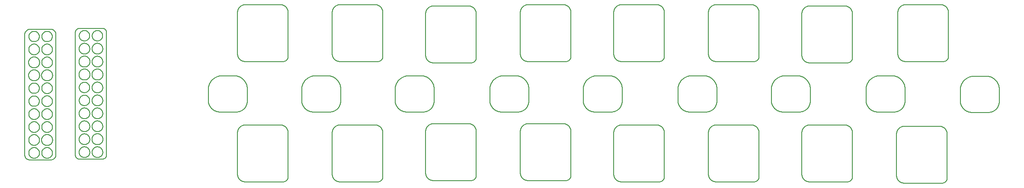
<source format=gbr>
G04 EAGLE Gerber RS-274X export*
G75*
%MOMM*%
%FSLAX34Y34*%
%LPD*%
%INStiffener_Bot*%
%IPPOS*%
%AMOC8*
5,1,8,0,0,1.08239X$1,22.5*%
G01*
%ADD10C,0.152400*%


D10*
X232410Y170180D02*
X232403Y170794D01*
X232380Y171407D01*
X232343Y172020D01*
X232291Y172631D01*
X232225Y173242D01*
X232143Y173850D01*
X232047Y174456D01*
X231937Y175060D01*
X231812Y175661D01*
X231672Y176259D01*
X231518Y176853D01*
X231349Y177443D01*
X231167Y178029D01*
X230970Y178610D01*
X230759Y179187D01*
X230535Y179758D01*
X230297Y180324D01*
X230045Y180884D01*
X229779Y181437D01*
X229501Y181984D01*
X229209Y182524D01*
X228904Y183057D01*
X228586Y183582D01*
X228256Y184100D01*
X227914Y184609D01*
X227559Y185110D01*
X227192Y185602D01*
X226814Y186085D01*
X226424Y186559D01*
X226022Y187023D01*
X225610Y187478D01*
X225186Y187922D01*
X224752Y188356D01*
X224308Y188780D01*
X223853Y189192D01*
X223389Y189594D01*
X222915Y189984D01*
X222432Y190362D01*
X221940Y190729D01*
X221439Y191084D01*
X220930Y191426D01*
X220412Y191756D01*
X219887Y192074D01*
X219354Y192379D01*
X218814Y192671D01*
X218267Y192949D01*
X217714Y193215D01*
X217154Y193467D01*
X216588Y193705D01*
X216017Y193929D01*
X215440Y194140D01*
X214859Y194337D01*
X214273Y194519D01*
X213683Y194688D01*
X213089Y194842D01*
X212491Y194982D01*
X211890Y195107D01*
X211286Y195217D01*
X210680Y195313D01*
X210072Y195395D01*
X209461Y195461D01*
X208850Y195513D01*
X208237Y195550D01*
X207624Y195573D01*
X207010Y195580D01*
X182880Y195580D01*
X182236Y195572D01*
X181591Y195549D01*
X180948Y195510D01*
X180306Y195455D01*
X179665Y195386D01*
X179026Y195300D01*
X178390Y195199D01*
X177756Y195083D01*
X177125Y194952D01*
X176497Y194805D01*
X175874Y194643D01*
X175254Y194466D01*
X174639Y194275D01*
X174028Y194068D01*
X173423Y193847D01*
X172823Y193611D01*
X172229Y193361D01*
X171641Y193096D01*
X171060Y192818D01*
X170486Y192525D01*
X169919Y192219D01*
X169359Y191899D01*
X168808Y191565D01*
X168265Y191219D01*
X167730Y190859D01*
X167204Y190486D01*
X166687Y190101D01*
X166180Y189704D01*
X165682Y189294D01*
X165195Y188873D01*
X164717Y188440D01*
X164251Y187995D01*
X163795Y187539D01*
X163350Y187073D01*
X162917Y186595D01*
X162496Y186108D01*
X162086Y185610D01*
X161689Y185103D01*
X161304Y184586D01*
X160931Y184060D01*
X160571Y183525D01*
X160225Y182982D01*
X159891Y182431D01*
X159571Y181871D01*
X159265Y181304D01*
X158972Y180730D01*
X158694Y180149D01*
X158429Y179561D01*
X158179Y178967D01*
X157943Y178367D01*
X157722Y177762D01*
X157515Y177151D01*
X157324Y176536D01*
X157147Y175916D01*
X156985Y175293D01*
X156838Y174665D01*
X156707Y174034D01*
X156591Y173400D01*
X156490Y172764D01*
X156404Y172125D01*
X156335Y171484D01*
X156280Y170842D01*
X156241Y170199D01*
X156218Y169554D01*
X156210Y168910D01*
X156210Y147320D01*
X156217Y146768D01*
X156237Y146216D01*
X156270Y145664D01*
X156317Y145114D01*
X156377Y144565D01*
X156450Y144017D01*
X156536Y143471D01*
X156636Y142928D01*
X156749Y142387D01*
X156874Y141849D01*
X157013Y141315D01*
X157165Y140783D01*
X157329Y140256D01*
X157506Y139733D01*
X157696Y139214D01*
X157898Y138700D01*
X158112Y138191D01*
X158339Y137687D01*
X158578Y137189D01*
X158828Y136696D01*
X159091Y136210D01*
X159365Y135731D01*
X159651Y135258D01*
X159948Y134792D01*
X160257Y134334D01*
X160576Y133883D01*
X160906Y133440D01*
X161247Y133005D01*
X161598Y132579D01*
X161959Y132161D01*
X162330Y131752D01*
X162711Y131352D01*
X163102Y130961D01*
X163502Y130580D01*
X163911Y130209D01*
X164329Y129848D01*
X164755Y129497D01*
X165190Y129156D01*
X165633Y128826D01*
X166084Y128507D01*
X166542Y128198D01*
X167008Y127901D01*
X167481Y127615D01*
X167960Y127341D01*
X168446Y127078D01*
X168939Y126828D01*
X169437Y126589D01*
X169941Y126362D01*
X170450Y126148D01*
X170964Y125946D01*
X171483Y125756D01*
X172006Y125579D01*
X172533Y125415D01*
X173065Y125263D01*
X173599Y125124D01*
X174137Y124999D01*
X174678Y124886D01*
X175221Y124786D01*
X175767Y124700D01*
X176315Y124627D01*
X176864Y124567D01*
X177414Y124520D01*
X177966Y124487D01*
X178518Y124467D01*
X179070Y124460D01*
X210820Y124460D01*
X211342Y124466D01*
X211863Y124485D01*
X212384Y124517D01*
X212904Y124561D01*
X213422Y124617D01*
X213940Y124687D01*
X214455Y124768D01*
X214968Y124862D01*
X215479Y124969D01*
X215987Y125087D01*
X216492Y125218D01*
X216994Y125361D01*
X217492Y125517D01*
X217986Y125684D01*
X218476Y125863D01*
X218961Y126054D01*
X219442Y126256D01*
X219918Y126471D01*
X220389Y126696D01*
X220853Y126933D01*
X221312Y127181D01*
X221765Y127440D01*
X222212Y127710D01*
X222652Y127991D01*
X223085Y128282D01*
X223510Y128583D01*
X223929Y128895D01*
X224339Y129217D01*
X224742Y129548D01*
X225137Y129890D01*
X225523Y130240D01*
X225901Y130600D01*
X226270Y130969D01*
X226630Y131347D01*
X226980Y131733D01*
X227322Y132128D01*
X227653Y132531D01*
X227975Y132941D01*
X228287Y133360D01*
X228588Y133785D01*
X228879Y134218D01*
X229160Y134658D01*
X229430Y135105D01*
X229689Y135558D01*
X229937Y136017D01*
X230174Y136481D01*
X230399Y136952D01*
X230614Y137428D01*
X230816Y137909D01*
X231007Y138394D01*
X231186Y138884D01*
X231353Y139378D01*
X231509Y139876D01*
X231652Y140378D01*
X231783Y140883D01*
X231901Y141391D01*
X232008Y141902D01*
X232102Y142415D01*
X232183Y142930D01*
X232253Y143448D01*
X232309Y143966D01*
X232353Y144486D01*
X232385Y145007D01*
X232404Y145528D01*
X232410Y146050D01*
X232410Y170180D01*
X389890Y195580D02*
X390504Y195573D01*
X391117Y195550D01*
X391730Y195513D01*
X392341Y195461D01*
X392952Y195395D01*
X393560Y195313D01*
X394166Y195217D01*
X394770Y195107D01*
X395371Y194982D01*
X395969Y194842D01*
X396563Y194688D01*
X397153Y194519D01*
X397739Y194337D01*
X398320Y194140D01*
X398897Y193929D01*
X399468Y193705D01*
X400034Y193467D01*
X400594Y193215D01*
X401147Y192949D01*
X401694Y192671D01*
X402234Y192379D01*
X402767Y192074D01*
X403292Y191756D01*
X403810Y191426D01*
X404319Y191084D01*
X404820Y190729D01*
X405312Y190362D01*
X405795Y189984D01*
X406269Y189594D01*
X406733Y189192D01*
X407188Y188780D01*
X407632Y188356D01*
X408066Y187922D01*
X408490Y187478D01*
X408902Y187023D01*
X409304Y186559D01*
X409694Y186085D01*
X410072Y185602D01*
X410439Y185110D01*
X410794Y184609D01*
X411136Y184100D01*
X411466Y183582D01*
X411784Y183057D01*
X412089Y182524D01*
X412381Y181984D01*
X412659Y181437D01*
X412925Y180884D01*
X413177Y180324D01*
X413415Y179758D01*
X413639Y179187D01*
X413850Y178610D01*
X414047Y178029D01*
X414229Y177443D01*
X414398Y176853D01*
X414552Y176259D01*
X414692Y175661D01*
X414817Y175060D01*
X414927Y174456D01*
X415023Y173850D01*
X415105Y173242D01*
X415171Y172631D01*
X415223Y172020D01*
X415260Y171407D01*
X415283Y170794D01*
X415290Y170180D01*
X389890Y195580D02*
X365760Y195580D01*
X365116Y195572D01*
X364471Y195549D01*
X363828Y195510D01*
X363186Y195455D01*
X362545Y195386D01*
X361906Y195300D01*
X361270Y195199D01*
X360636Y195083D01*
X360005Y194952D01*
X359377Y194805D01*
X358754Y194643D01*
X358134Y194466D01*
X357519Y194275D01*
X356908Y194068D01*
X356303Y193847D01*
X355703Y193611D01*
X355109Y193361D01*
X354521Y193096D01*
X353940Y192818D01*
X353366Y192525D01*
X352799Y192219D01*
X352239Y191899D01*
X351688Y191565D01*
X351145Y191219D01*
X350610Y190859D01*
X350084Y190486D01*
X349567Y190101D01*
X349060Y189704D01*
X348562Y189294D01*
X348075Y188873D01*
X347597Y188440D01*
X347131Y187995D01*
X346675Y187539D01*
X346230Y187073D01*
X345797Y186595D01*
X345376Y186108D01*
X344966Y185610D01*
X344569Y185103D01*
X344184Y184586D01*
X343811Y184060D01*
X343451Y183525D01*
X343105Y182982D01*
X342771Y182431D01*
X342451Y181871D01*
X342145Y181304D01*
X341852Y180730D01*
X341574Y180149D01*
X341309Y179561D01*
X341059Y178967D01*
X340823Y178367D01*
X340602Y177762D01*
X340395Y177151D01*
X340204Y176536D01*
X340027Y175916D01*
X339865Y175293D01*
X339718Y174665D01*
X339587Y174034D01*
X339471Y173400D01*
X339370Y172764D01*
X339284Y172125D01*
X339215Y171484D01*
X339160Y170842D01*
X339121Y170199D01*
X339098Y169554D01*
X339090Y168910D01*
X339090Y147320D01*
X339097Y146768D01*
X339117Y146216D01*
X339150Y145664D01*
X339197Y145114D01*
X339257Y144565D01*
X339330Y144017D01*
X339416Y143471D01*
X339516Y142928D01*
X339629Y142387D01*
X339754Y141849D01*
X339893Y141315D01*
X340045Y140783D01*
X340209Y140256D01*
X340386Y139733D01*
X340576Y139214D01*
X340778Y138700D01*
X340992Y138191D01*
X341219Y137687D01*
X341458Y137189D01*
X341708Y136696D01*
X341971Y136210D01*
X342245Y135731D01*
X342531Y135258D01*
X342828Y134792D01*
X343137Y134334D01*
X343456Y133883D01*
X343786Y133440D01*
X344127Y133005D01*
X344478Y132579D01*
X344839Y132161D01*
X345210Y131752D01*
X345591Y131352D01*
X345982Y130961D01*
X346382Y130580D01*
X346791Y130209D01*
X347209Y129848D01*
X347635Y129497D01*
X348070Y129156D01*
X348513Y128826D01*
X348964Y128507D01*
X349422Y128198D01*
X349888Y127901D01*
X350361Y127615D01*
X350840Y127341D01*
X351326Y127078D01*
X351819Y126828D01*
X352317Y126589D01*
X352821Y126362D01*
X353330Y126148D01*
X353844Y125946D01*
X354363Y125756D01*
X354886Y125579D01*
X355413Y125415D01*
X355945Y125263D01*
X356479Y125124D01*
X357017Y124999D01*
X357558Y124886D01*
X358101Y124786D01*
X358647Y124700D01*
X359195Y124627D01*
X359744Y124567D01*
X360294Y124520D01*
X360846Y124487D01*
X361398Y124467D01*
X361950Y124460D01*
X393700Y124460D01*
X394222Y124466D01*
X394743Y124485D01*
X395264Y124517D01*
X395784Y124561D01*
X396302Y124617D01*
X396820Y124687D01*
X397335Y124768D01*
X397848Y124862D01*
X398359Y124969D01*
X398867Y125087D01*
X399372Y125218D01*
X399874Y125361D01*
X400372Y125517D01*
X400866Y125684D01*
X401356Y125863D01*
X401841Y126054D01*
X402322Y126256D01*
X402798Y126471D01*
X403269Y126696D01*
X403733Y126933D01*
X404192Y127181D01*
X404645Y127440D01*
X405092Y127710D01*
X405532Y127991D01*
X405965Y128282D01*
X406390Y128583D01*
X406809Y128895D01*
X407219Y129217D01*
X407622Y129548D01*
X408017Y129890D01*
X408403Y130240D01*
X408781Y130600D01*
X409150Y130969D01*
X409510Y131347D01*
X409860Y131733D01*
X410202Y132128D01*
X410533Y132531D01*
X410855Y132941D01*
X411167Y133360D01*
X411468Y133785D01*
X411759Y134218D01*
X412040Y134658D01*
X412310Y135105D01*
X412569Y135558D01*
X412817Y136017D01*
X413054Y136481D01*
X413279Y136952D01*
X413494Y137428D01*
X413696Y137909D01*
X413887Y138394D01*
X414066Y138884D01*
X414233Y139378D01*
X414389Y139876D01*
X414532Y140378D01*
X414663Y140883D01*
X414781Y141391D01*
X414888Y141902D01*
X414982Y142415D01*
X415063Y142930D01*
X415133Y143448D01*
X415189Y143966D01*
X415233Y144486D01*
X415265Y145007D01*
X415284Y145528D01*
X415290Y146050D01*
X415290Y170180D01*
X572770Y195580D02*
X573384Y195573D01*
X573997Y195550D01*
X574610Y195513D01*
X575221Y195461D01*
X575832Y195395D01*
X576440Y195313D01*
X577046Y195217D01*
X577650Y195107D01*
X578251Y194982D01*
X578849Y194842D01*
X579443Y194688D01*
X580033Y194519D01*
X580619Y194337D01*
X581200Y194140D01*
X581777Y193929D01*
X582348Y193705D01*
X582914Y193467D01*
X583474Y193215D01*
X584027Y192949D01*
X584574Y192671D01*
X585114Y192379D01*
X585647Y192074D01*
X586172Y191756D01*
X586690Y191426D01*
X587199Y191084D01*
X587700Y190729D01*
X588192Y190362D01*
X588675Y189984D01*
X589149Y189594D01*
X589613Y189192D01*
X590068Y188780D01*
X590512Y188356D01*
X590946Y187922D01*
X591370Y187478D01*
X591782Y187023D01*
X592184Y186559D01*
X592574Y186085D01*
X592952Y185602D01*
X593319Y185110D01*
X593674Y184609D01*
X594016Y184100D01*
X594346Y183582D01*
X594664Y183057D01*
X594969Y182524D01*
X595261Y181984D01*
X595539Y181437D01*
X595805Y180884D01*
X596057Y180324D01*
X596295Y179758D01*
X596519Y179187D01*
X596730Y178610D01*
X596927Y178029D01*
X597109Y177443D01*
X597278Y176853D01*
X597432Y176259D01*
X597572Y175661D01*
X597697Y175060D01*
X597807Y174456D01*
X597903Y173850D01*
X597985Y173242D01*
X598051Y172631D01*
X598103Y172020D01*
X598140Y171407D01*
X598163Y170794D01*
X598170Y170180D01*
X572770Y195580D02*
X548640Y195580D01*
X547996Y195572D01*
X547351Y195549D01*
X546708Y195510D01*
X546066Y195455D01*
X545425Y195386D01*
X544786Y195300D01*
X544150Y195199D01*
X543516Y195083D01*
X542885Y194952D01*
X542257Y194805D01*
X541634Y194643D01*
X541014Y194466D01*
X540399Y194275D01*
X539788Y194068D01*
X539183Y193847D01*
X538583Y193611D01*
X537989Y193361D01*
X537401Y193096D01*
X536820Y192818D01*
X536246Y192525D01*
X535679Y192219D01*
X535119Y191899D01*
X534568Y191565D01*
X534025Y191219D01*
X533490Y190859D01*
X532964Y190486D01*
X532447Y190101D01*
X531940Y189704D01*
X531442Y189294D01*
X530955Y188873D01*
X530477Y188440D01*
X530011Y187995D01*
X529555Y187539D01*
X529110Y187073D01*
X528677Y186595D01*
X528256Y186108D01*
X527846Y185610D01*
X527449Y185103D01*
X527064Y184586D01*
X526691Y184060D01*
X526331Y183525D01*
X525985Y182982D01*
X525651Y182431D01*
X525331Y181871D01*
X525025Y181304D01*
X524732Y180730D01*
X524454Y180149D01*
X524189Y179561D01*
X523939Y178967D01*
X523703Y178367D01*
X523482Y177762D01*
X523275Y177151D01*
X523084Y176536D01*
X522907Y175916D01*
X522745Y175293D01*
X522598Y174665D01*
X522467Y174034D01*
X522351Y173400D01*
X522250Y172764D01*
X522164Y172125D01*
X522095Y171484D01*
X522040Y170842D01*
X522001Y170199D01*
X521978Y169554D01*
X521970Y168910D01*
X521970Y147320D01*
X521977Y146768D01*
X521997Y146216D01*
X522030Y145664D01*
X522077Y145114D01*
X522137Y144565D01*
X522210Y144017D01*
X522296Y143471D01*
X522396Y142928D01*
X522509Y142387D01*
X522634Y141849D01*
X522773Y141315D01*
X522925Y140783D01*
X523089Y140256D01*
X523266Y139733D01*
X523456Y139214D01*
X523658Y138700D01*
X523872Y138191D01*
X524099Y137687D01*
X524338Y137189D01*
X524588Y136696D01*
X524851Y136210D01*
X525125Y135731D01*
X525411Y135258D01*
X525708Y134792D01*
X526017Y134334D01*
X526336Y133883D01*
X526666Y133440D01*
X527007Y133005D01*
X527358Y132579D01*
X527719Y132161D01*
X528090Y131752D01*
X528471Y131352D01*
X528862Y130961D01*
X529262Y130580D01*
X529671Y130209D01*
X530089Y129848D01*
X530515Y129497D01*
X530950Y129156D01*
X531393Y128826D01*
X531844Y128507D01*
X532302Y128198D01*
X532768Y127901D01*
X533241Y127615D01*
X533720Y127341D01*
X534206Y127078D01*
X534699Y126828D01*
X535197Y126589D01*
X535701Y126362D01*
X536210Y126148D01*
X536724Y125946D01*
X537243Y125756D01*
X537766Y125579D01*
X538293Y125415D01*
X538825Y125263D01*
X539359Y125124D01*
X539897Y124999D01*
X540438Y124886D01*
X540981Y124786D01*
X541527Y124700D01*
X542075Y124627D01*
X542624Y124567D01*
X543174Y124520D01*
X543726Y124487D01*
X544278Y124467D01*
X544830Y124460D01*
X576580Y124460D01*
X577102Y124466D01*
X577623Y124485D01*
X578144Y124517D01*
X578664Y124561D01*
X579182Y124617D01*
X579700Y124687D01*
X580215Y124768D01*
X580728Y124862D01*
X581239Y124969D01*
X581747Y125087D01*
X582252Y125218D01*
X582754Y125361D01*
X583252Y125517D01*
X583746Y125684D01*
X584236Y125863D01*
X584721Y126054D01*
X585202Y126256D01*
X585678Y126471D01*
X586149Y126696D01*
X586613Y126933D01*
X587072Y127181D01*
X587525Y127440D01*
X587972Y127710D01*
X588412Y127991D01*
X588845Y128282D01*
X589270Y128583D01*
X589689Y128895D01*
X590099Y129217D01*
X590502Y129548D01*
X590897Y129890D01*
X591283Y130240D01*
X591661Y130600D01*
X592030Y130969D01*
X592390Y131347D01*
X592740Y131733D01*
X593082Y132128D01*
X593413Y132531D01*
X593735Y132941D01*
X594047Y133360D01*
X594348Y133785D01*
X594639Y134218D01*
X594920Y134658D01*
X595190Y135105D01*
X595449Y135558D01*
X595697Y136017D01*
X595934Y136481D01*
X596159Y136952D01*
X596374Y137428D01*
X596576Y137909D01*
X596767Y138394D01*
X596946Y138884D01*
X597113Y139378D01*
X597269Y139876D01*
X597412Y140378D01*
X597543Y140883D01*
X597661Y141391D01*
X597768Y141902D01*
X597862Y142415D01*
X597943Y142930D01*
X598013Y143448D01*
X598069Y143966D01*
X598113Y144486D01*
X598145Y145007D01*
X598164Y145528D01*
X598170Y146050D01*
X598170Y170180D01*
X758190Y195580D02*
X758804Y195573D01*
X759417Y195550D01*
X760030Y195513D01*
X760641Y195461D01*
X761252Y195395D01*
X761860Y195313D01*
X762466Y195217D01*
X763070Y195107D01*
X763671Y194982D01*
X764269Y194842D01*
X764863Y194688D01*
X765453Y194519D01*
X766039Y194337D01*
X766620Y194140D01*
X767197Y193929D01*
X767768Y193705D01*
X768334Y193467D01*
X768894Y193215D01*
X769447Y192949D01*
X769994Y192671D01*
X770534Y192379D01*
X771067Y192074D01*
X771592Y191756D01*
X772110Y191426D01*
X772619Y191084D01*
X773120Y190729D01*
X773612Y190362D01*
X774095Y189984D01*
X774569Y189594D01*
X775033Y189192D01*
X775488Y188780D01*
X775932Y188356D01*
X776366Y187922D01*
X776790Y187478D01*
X777202Y187023D01*
X777604Y186559D01*
X777994Y186085D01*
X778372Y185602D01*
X778739Y185110D01*
X779094Y184609D01*
X779436Y184100D01*
X779766Y183582D01*
X780084Y183057D01*
X780389Y182524D01*
X780681Y181984D01*
X780959Y181437D01*
X781225Y180884D01*
X781477Y180324D01*
X781715Y179758D01*
X781939Y179187D01*
X782150Y178610D01*
X782347Y178029D01*
X782529Y177443D01*
X782698Y176853D01*
X782852Y176259D01*
X782992Y175661D01*
X783117Y175060D01*
X783227Y174456D01*
X783323Y173850D01*
X783405Y173242D01*
X783471Y172631D01*
X783523Y172020D01*
X783560Y171407D01*
X783583Y170794D01*
X783590Y170180D01*
X758190Y195580D02*
X734060Y195580D01*
X733416Y195572D01*
X732771Y195549D01*
X732128Y195510D01*
X731486Y195455D01*
X730845Y195386D01*
X730206Y195300D01*
X729570Y195199D01*
X728936Y195083D01*
X728305Y194952D01*
X727677Y194805D01*
X727054Y194643D01*
X726434Y194466D01*
X725819Y194275D01*
X725208Y194068D01*
X724603Y193847D01*
X724003Y193611D01*
X723409Y193361D01*
X722821Y193096D01*
X722240Y192818D01*
X721666Y192525D01*
X721099Y192219D01*
X720539Y191899D01*
X719988Y191565D01*
X719445Y191219D01*
X718910Y190859D01*
X718384Y190486D01*
X717867Y190101D01*
X717360Y189704D01*
X716862Y189294D01*
X716375Y188873D01*
X715897Y188440D01*
X715431Y187995D01*
X714975Y187539D01*
X714530Y187073D01*
X714097Y186595D01*
X713676Y186108D01*
X713266Y185610D01*
X712869Y185103D01*
X712484Y184586D01*
X712111Y184060D01*
X711751Y183525D01*
X711405Y182982D01*
X711071Y182431D01*
X710751Y181871D01*
X710445Y181304D01*
X710152Y180730D01*
X709874Y180149D01*
X709609Y179561D01*
X709359Y178967D01*
X709123Y178367D01*
X708902Y177762D01*
X708695Y177151D01*
X708504Y176536D01*
X708327Y175916D01*
X708165Y175293D01*
X708018Y174665D01*
X707887Y174034D01*
X707771Y173400D01*
X707670Y172764D01*
X707584Y172125D01*
X707515Y171484D01*
X707460Y170842D01*
X707421Y170199D01*
X707398Y169554D01*
X707390Y168910D01*
X707390Y147320D01*
X707397Y146768D01*
X707417Y146216D01*
X707450Y145664D01*
X707497Y145114D01*
X707557Y144565D01*
X707630Y144017D01*
X707716Y143471D01*
X707816Y142928D01*
X707929Y142387D01*
X708054Y141849D01*
X708193Y141315D01*
X708345Y140783D01*
X708509Y140256D01*
X708686Y139733D01*
X708876Y139214D01*
X709078Y138700D01*
X709292Y138191D01*
X709519Y137687D01*
X709758Y137189D01*
X710008Y136696D01*
X710271Y136210D01*
X710545Y135731D01*
X710831Y135258D01*
X711128Y134792D01*
X711437Y134334D01*
X711756Y133883D01*
X712086Y133440D01*
X712427Y133005D01*
X712778Y132579D01*
X713139Y132161D01*
X713510Y131752D01*
X713891Y131352D01*
X714282Y130961D01*
X714682Y130580D01*
X715091Y130209D01*
X715509Y129848D01*
X715935Y129497D01*
X716370Y129156D01*
X716813Y128826D01*
X717264Y128507D01*
X717722Y128198D01*
X718188Y127901D01*
X718661Y127615D01*
X719140Y127341D01*
X719626Y127078D01*
X720119Y126828D01*
X720617Y126589D01*
X721121Y126362D01*
X721630Y126148D01*
X722144Y125946D01*
X722663Y125756D01*
X723186Y125579D01*
X723713Y125415D01*
X724245Y125263D01*
X724779Y125124D01*
X725317Y124999D01*
X725858Y124886D01*
X726401Y124786D01*
X726947Y124700D01*
X727495Y124627D01*
X728044Y124567D01*
X728594Y124520D01*
X729146Y124487D01*
X729698Y124467D01*
X730250Y124460D01*
X762000Y124460D01*
X762522Y124466D01*
X763043Y124485D01*
X763564Y124517D01*
X764084Y124561D01*
X764602Y124617D01*
X765120Y124687D01*
X765635Y124768D01*
X766148Y124862D01*
X766659Y124969D01*
X767167Y125087D01*
X767672Y125218D01*
X768174Y125361D01*
X768672Y125517D01*
X769166Y125684D01*
X769656Y125863D01*
X770141Y126054D01*
X770622Y126256D01*
X771098Y126471D01*
X771569Y126696D01*
X772033Y126933D01*
X772492Y127181D01*
X772945Y127440D01*
X773392Y127710D01*
X773832Y127991D01*
X774265Y128282D01*
X774690Y128583D01*
X775109Y128895D01*
X775519Y129217D01*
X775922Y129548D01*
X776317Y129890D01*
X776703Y130240D01*
X777081Y130600D01*
X777450Y130969D01*
X777810Y131347D01*
X778160Y131733D01*
X778502Y132128D01*
X778833Y132531D01*
X779155Y132941D01*
X779467Y133360D01*
X779768Y133785D01*
X780059Y134218D01*
X780340Y134658D01*
X780610Y135105D01*
X780869Y135558D01*
X781117Y136017D01*
X781354Y136481D01*
X781579Y136952D01*
X781794Y137428D01*
X781996Y137909D01*
X782187Y138394D01*
X782366Y138884D01*
X782533Y139378D01*
X782689Y139876D01*
X782832Y140378D01*
X782963Y140883D01*
X783081Y141391D01*
X783188Y141902D01*
X783282Y142415D01*
X783363Y142930D01*
X783433Y143448D01*
X783489Y143966D01*
X783533Y144486D01*
X783565Y145007D01*
X783584Y145528D01*
X783590Y146050D01*
X783590Y170180D01*
X941070Y195580D02*
X941684Y195573D01*
X942297Y195550D01*
X942910Y195513D01*
X943521Y195461D01*
X944132Y195395D01*
X944740Y195313D01*
X945346Y195217D01*
X945950Y195107D01*
X946551Y194982D01*
X947149Y194842D01*
X947743Y194688D01*
X948333Y194519D01*
X948919Y194337D01*
X949500Y194140D01*
X950077Y193929D01*
X950648Y193705D01*
X951214Y193467D01*
X951774Y193215D01*
X952327Y192949D01*
X952874Y192671D01*
X953414Y192379D01*
X953947Y192074D01*
X954472Y191756D01*
X954990Y191426D01*
X955499Y191084D01*
X956000Y190729D01*
X956492Y190362D01*
X956975Y189984D01*
X957449Y189594D01*
X957913Y189192D01*
X958368Y188780D01*
X958812Y188356D01*
X959246Y187922D01*
X959670Y187478D01*
X960082Y187023D01*
X960484Y186559D01*
X960874Y186085D01*
X961252Y185602D01*
X961619Y185110D01*
X961974Y184609D01*
X962316Y184100D01*
X962646Y183582D01*
X962964Y183057D01*
X963269Y182524D01*
X963561Y181984D01*
X963839Y181437D01*
X964105Y180884D01*
X964357Y180324D01*
X964595Y179758D01*
X964819Y179187D01*
X965030Y178610D01*
X965227Y178029D01*
X965409Y177443D01*
X965578Y176853D01*
X965732Y176259D01*
X965872Y175661D01*
X965997Y175060D01*
X966107Y174456D01*
X966203Y173850D01*
X966285Y173242D01*
X966351Y172631D01*
X966403Y172020D01*
X966440Y171407D01*
X966463Y170794D01*
X966470Y170180D01*
X941070Y195580D02*
X916940Y195580D01*
X916296Y195572D01*
X915651Y195549D01*
X915008Y195510D01*
X914366Y195455D01*
X913725Y195386D01*
X913086Y195300D01*
X912450Y195199D01*
X911816Y195083D01*
X911185Y194952D01*
X910557Y194805D01*
X909934Y194643D01*
X909314Y194466D01*
X908699Y194275D01*
X908088Y194068D01*
X907483Y193847D01*
X906883Y193611D01*
X906289Y193361D01*
X905701Y193096D01*
X905120Y192818D01*
X904546Y192525D01*
X903979Y192219D01*
X903419Y191899D01*
X902868Y191565D01*
X902325Y191219D01*
X901790Y190859D01*
X901264Y190486D01*
X900747Y190101D01*
X900240Y189704D01*
X899742Y189294D01*
X899255Y188873D01*
X898777Y188440D01*
X898311Y187995D01*
X897855Y187539D01*
X897410Y187073D01*
X896977Y186595D01*
X896556Y186108D01*
X896146Y185610D01*
X895749Y185103D01*
X895364Y184586D01*
X894991Y184060D01*
X894631Y183525D01*
X894285Y182982D01*
X893951Y182431D01*
X893631Y181871D01*
X893325Y181304D01*
X893032Y180730D01*
X892754Y180149D01*
X892489Y179561D01*
X892239Y178967D01*
X892003Y178367D01*
X891782Y177762D01*
X891575Y177151D01*
X891384Y176536D01*
X891207Y175916D01*
X891045Y175293D01*
X890898Y174665D01*
X890767Y174034D01*
X890651Y173400D01*
X890550Y172764D01*
X890464Y172125D01*
X890395Y171484D01*
X890340Y170842D01*
X890301Y170199D01*
X890278Y169554D01*
X890270Y168910D01*
X890270Y147320D01*
X890277Y146768D01*
X890297Y146216D01*
X890330Y145664D01*
X890377Y145114D01*
X890437Y144565D01*
X890510Y144017D01*
X890596Y143471D01*
X890696Y142928D01*
X890809Y142387D01*
X890934Y141849D01*
X891073Y141315D01*
X891225Y140783D01*
X891389Y140256D01*
X891566Y139733D01*
X891756Y139214D01*
X891958Y138700D01*
X892172Y138191D01*
X892399Y137687D01*
X892638Y137189D01*
X892888Y136696D01*
X893151Y136210D01*
X893425Y135731D01*
X893711Y135258D01*
X894008Y134792D01*
X894317Y134334D01*
X894636Y133883D01*
X894966Y133440D01*
X895307Y133005D01*
X895658Y132579D01*
X896019Y132161D01*
X896390Y131752D01*
X896771Y131352D01*
X897162Y130961D01*
X897562Y130580D01*
X897971Y130209D01*
X898389Y129848D01*
X898815Y129497D01*
X899250Y129156D01*
X899693Y128826D01*
X900144Y128507D01*
X900602Y128198D01*
X901068Y127901D01*
X901541Y127615D01*
X902020Y127341D01*
X902506Y127078D01*
X902999Y126828D01*
X903497Y126589D01*
X904001Y126362D01*
X904510Y126148D01*
X905024Y125946D01*
X905543Y125756D01*
X906066Y125579D01*
X906593Y125415D01*
X907125Y125263D01*
X907659Y125124D01*
X908197Y124999D01*
X908738Y124886D01*
X909281Y124786D01*
X909827Y124700D01*
X910375Y124627D01*
X910924Y124567D01*
X911474Y124520D01*
X912026Y124487D01*
X912578Y124467D01*
X913130Y124460D01*
X944880Y124460D01*
X945402Y124466D01*
X945923Y124485D01*
X946444Y124517D01*
X946964Y124561D01*
X947482Y124617D01*
X948000Y124687D01*
X948515Y124768D01*
X949028Y124862D01*
X949539Y124969D01*
X950047Y125087D01*
X950552Y125218D01*
X951054Y125361D01*
X951552Y125517D01*
X952046Y125684D01*
X952536Y125863D01*
X953021Y126054D01*
X953502Y126256D01*
X953978Y126471D01*
X954449Y126696D01*
X954913Y126933D01*
X955372Y127181D01*
X955825Y127440D01*
X956272Y127710D01*
X956712Y127991D01*
X957145Y128282D01*
X957570Y128583D01*
X957989Y128895D01*
X958399Y129217D01*
X958802Y129548D01*
X959197Y129890D01*
X959583Y130240D01*
X959961Y130600D01*
X960330Y130969D01*
X960690Y131347D01*
X961040Y131733D01*
X961382Y132128D01*
X961713Y132531D01*
X962035Y132941D01*
X962347Y133360D01*
X962648Y133785D01*
X962939Y134218D01*
X963220Y134658D01*
X963490Y135105D01*
X963749Y135558D01*
X963997Y136017D01*
X964234Y136481D01*
X964459Y136952D01*
X964674Y137428D01*
X964876Y137909D01*
X965067Y138394D01*
X965246Y138884D01*
X965413Y139378D01*
X965569Y139876D01*
X965712Y140378D01*
X965843Y140883D01*
X965961Y141391D01*
X966068Y141902D01*
X966162Y142415D01*
X966243Y142930D01*
X966313Y143448D01*
X966369Y143966D01*
X966413Y144486D01*
X966445Y145007D01*
X966464Y145528D01*
X966470Y146050D01*
X966470Y170180D01*
X1126490Y195580D02*
X1127104Y195573D01*
X1127717Y195550D01*
X1128330Y195513D01*
X1128941Y195461D01*
X1129552Y195395D01*
X1130160Y195313D01*
X1130766Y195217D01*
X1131370Y195107D01*
X1131971Y194982D01*
X1132569Y194842D01*
X1133163Y194688D01*
X1133753Y194519D01*
X1134339Y194337D01*
X1134920Y194140D01*
X1135497Y193929D01*
X1136068Y193705D01*
X1136634Y193467D01*
X1137194Y193215D01*
X1137747Y192949D01*
X1138294Y192671D01*
X1138834Y192379D01*
X1139367Y192074D01*
X1139892Y191756D01*
X1140410Y191426D01*
X1140919Y191084D01*
X1141420Y190729D01*
X1141912Y190362D01*
X1142395Y189984D01*
X1142869Y189594D01*
X1143333Y189192D01*
X1143788Y188780D01*
X1144232Y188356D01*
X1144666Y187922D01*
X1145090Y187478D01*
X1145502Y187023D01*
X1145904Y186559D01*
X1146294Y186085D01*
X1146672Y185602D01*
X1147039Y185110D01*
X1147394Y184609D01*
X1147736Y184100D01*
X1148066Y183582D01*
X1148384Y183057D01*
X1148689Y182524D01*
X1148981Y181984D01*
X1149259Y181437D01*
X1149525Y180884D01*
X1149777Y180324D01*
X1150015Y179758D01*
X1150239Y179187D01*
X1150450Y178610D01*
X1150647Y178029D01*
X1150829Y177443D01*
X1150998Y176853D01*
X1151152Y176259D01*
X1151292Y175661D01*
X1151417Y175060D01*
X1151527Y174456D01*
X1151623Y173850D01*
X1151705Y173242D01*
X1151771Y172631D01*
X1151823Y172020D01*
X1151860Y171407D01*
X1151883Y170794D01*
X1151890Y170180D01*
X1126490Y195580D02*
X1102360Y195580D01*
X1101716Y195572D01*
X1101071Y195549D01*
X1100428Y195510D01*
X1099786Y195455D01*
X1099145Y195386D01*
X1098506Y195300D01*
X1097870Y195199D01*
X1097236Y195083D01*
X1096605Y194952D01*
X1095977Y194805D01*
X1095354Y194643D01*
X1094734Y194466D01*
X1094119Y194275D01*
X1093508Y194068D01*
X1092903Y193847D01*
X1092303Y193611D01*
X1091709Y193361D01*
X1091121Y193096D01*
X1090540Y192818D01*
X1089966Y192525D01*
X1089399Y192219D01*
X1088839Y191899D01*
X1088288Y191565D01*
X1087745Y191219D01*
X1087210Y190859D01*
X1086684Y190486D01*
X1086167Y190101D01*
X1085660Y189704D01*
X1085162Y189294D01*
X1084675Y188873D01*
X1084197Y188440D01*
X1083731Y187995D01*
X1083275Y187539D01*
X1082830Y187073D01*
X1082397Y186595D01*
X1081976Y186108D01*
X1081566Y185610D01*
X1081169Y185103D01*
X1080784Y184586D01*
X1080411Y184060D01*
X1080051Y183525D01*
X1079705Y182982D01*
X1079371Y182431D01*
X1079051Y181871D01*
X1078745Y181304D01*
X1078452Y180730D01*
X1078174Y180149D01*
X1077909Y179561D01*
X1077659Y178967D01*
X1077423Y178367D01*
X1077202Y177762D01*
X1076995Y177151D01*
X1076804Y176536D01*
X1076627Y175916D01*
X1076465Y175293D01*
X1076318Y174665D01*
X1076187Y174034D01*
X1076071Y173400D01*
X1075970Y172764D01*
X1075884Y172125D01*
X1075815Y171484D01*
X1075760Y170842D01*
X1075721Y170199D01*
X1075698Y169554D01*
X1075690Y168910D01*
X1075690Y147320D01*
X1075697Y146768D01*
X1075717Y146216D01*
X1075750Y145664D01*
X1075797Y145114D01*
X1075857Y144565D01*
X1075930Y144017D01*
X1076016Y143471D01*
X1076116Y142928D01*
X1076229Y142387D01*
X1076354Y141849D01*
X1076493Y141315D01*
X1076645Y140783D01*
X1076809Y140256D01*
X1076986Y139733D01*
X1077176Y139214D01*
X1077378Y138700D01*
X1077592Y138191D01*
X1077819Y137687D01*
X1078058Y137189D01*
X1078308Y136696D01*
X1078571Y136210D01*
X1078845Y135731D01*
X1079131Y135258D01*
X1079428Y134792D01*
X1079737Y134334D01*
X1080056Y133883D01*
X1080386Y133440D01*
X1080727Y133005D01*
X1081078Y132579D01*
X1081439Y132161D01*
X1081810Y131752D01*
X1082191Y131352D01*
X1082582Y130961D01*
X1082982Y130580D01*
X1083391Y130209D01*
X1083809Y129848D01*
X1084235Y129497D01*
X1084670Y129156D01*
X1085113Y128826D01*
X1085564Y128507D01*
X1086022Y128198D01*
X1086488Y127901D01*
X1086961Y127615D01*
X1087440Y127341D01*
X1087926Y127078D01*
X1088419Y126828D01*
X1088917Y126589D01*
X1089421Y126362D01*
X1089930Y126148D01*
X1090444Y125946D01*
X1090963Y125756D01*
X1091486Y125579D01*
X1092013Y125415D01*
X1092545Y125263D01*
X1093079Y125124D01*
X1093617Y124999D01*
X1094158Y124886D01*
X1094701Y124786D01*
X1095247Y124700D01*
X1095795Y124627D01*
X1096344Y124567D01*
X1096894Y124520D01*
X1097446Y124487D01*
X1097998Y124467D01*
X1098550Y124460D01*
X1130300Y124460D01*
X1130822Y124466D01*
X1131343Y124485D01*
X1131864Y124517D01*
X1132384Y124561D01*
X1132902Y124617D01*
X1133420Y124687D01*
X1133935Y124768D01*
X1134448Y124862D01*
X1134959Y124969D01*
X1135467Y125087D01*
X1135972Y125218D01*
X1136474Y125361D01*
X1136972Y125517D01*
X1137466Y125684D01*
X1137956Y125863D01*
X1138441Y126054D01*
X1138922Y126256D01*
X1139398Y126471D01*
X1139869Y126696D01*
X1140333Y126933D01*
X1140792Y127181D01*
X1141245Y127440D01*
X1141692Y127710D01*
X1142132Y127991D01*
X1142565Y128282D01*
X1142990Y128583D01*
X1143409Y128895D01*
X1143819Y129217D01*
X1144222Y129548D01*
X1144617Y129890D01*
X1145003Y130240D01*
X1145381Y130600D01*
X1145750Y130969D01*
X1146110Y131347D01*
X1146460Y131733D01*
X1146802Y132128D01*
X1147133Y132531D01*
X1147455Y132941D01*
X1147767Y133360D01*
X1148068Y133785D01*
X1148359Y134218D01*
X1148640Y134658D01*
X1148910Y135105D01*
X1149169Y135558D01*
X1149417Y136017D01*
X1149654Y136481D01*
X1149879Y136952D01*
X1150094Y137428D01*
X1150296Y137909D01*
X1150487Y138394D01*
X1150666Y138884D01*
X1150833Y139378D01*
X1150989Y139876D01*
X1151132Y140378D01*
X1151263Y140883D01*
X1151381Y141391D01*
X1151488Y141902D01*
X1151582Y142415D01*
X1151663Y142930D01*
X1151733Y143448D01*
X1151789Y143966D01*
X1151833Y144486D01*
X1151865Y145007D01*
X1151884Y145528D01*
X1151890Y146050D01*
X1151890Y170180D01*
X1309370Y195580D02*
X1309984Y195573D01*
X1310597Y195550D01*
X1311210Y195513D01*
X1311821Y195461D01*
X1312432Y195395D01*
X1313040Y195313D01*
X1313646Y195217D01*
X1314250Y195107D01*
X1314851Y194982D01*
X1315449Y194842D01*
X1316043Y194688D01*
X1316633Y194519D01*
X1317219Y194337D01*
X1317800Y194140D01*
X1318377Y193929D01*
X1318948Y193705D01*
X1319514Y193467D01*
X1320074Y193215D01*
X1320627Y192949D01*
X1321174Y192671D01*
X1321714Y192379D01*
X1322247Y192074D01*
X1322772Y191756D01*
X1323290Y191426D01*
X1323799Y191084D01*
X1324300Y190729D01*
X1324792Y190362D01*
X1325275Y189984D01*
X1325749Y189594D01*
X1326213Y189192D01*
X1326668Y188780D01*
X1327112Y188356D01*
X1327546Y187922D01*
X1327970Y187478D01*
X1328382Y187023D01*
X1328784Y186559D01*
X1329174Y186085D01*
X1329552Y185602D01*
X1329919Y185110D01*
X1330274Y184609D01*
X1330616Y184100D01*
X1330946Y183582D01*
X1331264Y183057D01*
X1331569Y182524D01*
X1331861Y181984D01*
X1332139Y181437D01*
X1332405Y180884D01*
X1332657Y180324D01*
X1332895Y179758D01*
X1333119Y179187D01*
X1333330Y178610D01*
X1333527Y178029D01*
X1333709Y177443D01*
X1333878Y176853D01*
X1334032Y176259D01*
X1334172Y175661D01*
X1334297Y175060D01*
X1334407Y174456D01*
X1334503Y173850D01*
X1334585Y173242D01*
X1334651Y172631D01*
X1334703Y172020D01*
X1334740Y171407D01*
X1334763Y170794D01*
X1334770Y170180D01*
X1309370Y195580D02*
X1285240Y195580D01*
X1284596Y195572D01*
X1283951Y195549D01*
X1283308Y195510D01*
X1282666Y195455D01*
X1282025Y195386D01*
X1281386Y195300D01*
X1280750Y195199D01*
X1280116Y195083D01*
X1279485Y194952D01*
X1278857Y194805D01*
X1278234Y194643D01*
X1277614Y194466D01*
X1276999Y194275D01*
X1276388Y194068D01*
X1275783Y193847D01*
X1275183Y193611D01*
X1274589Y193361D01*
X1274001Y193096D01*
X1273420Y192818D01*
X1272846Y192525D01*
X1272279Y192219D01*
X1271719Y191899D01*
X1271168Y191565D01*
X1270625Y191219D01*
X1270090Y190859D01*
X1269564Y190486D01*
X1269047Y190101D01*
X1268540Y189704D01*
X1268042Y189294D01*
X1267555Y188873D01*
X1267077Y188440D01*
X1266611Y187995D01*
X1266155Y187539D01*
X1265710Y187073D01*
X1265277Y186595D01*
X1264856Y186108D01*
X1264446Y185610D01*
X1264049Y185103D01*
X1263664Y184586D01*
X1263291Y184060D01*
X1262931Y183525D01*
X1262585Y182982D01*
X1262251Y182431D01*
X1261931Y181871D01*
X1261625Y181304D01*
X1261332Y180730D01*
X1261054Y180149D01*
X1260789Y179561D01*
X1260539Y178967D01*
X1260303Y178367D01*
X1260082Y177762D01*
X1259875Y177151D01*
X1259684Y176536D01*
X1259507Y175916D01*
X1259345Y175293D01*
X1259198Y174665D01*
X1259067Y174034D01*
X1258951Y173400D01*
X1258850Y172764D01*
X1258764Y172125D01*
X1258695Y171484D01*
X1258640Y170842D01*
X1258601Y170199D01*
X1258578Y169554D01*
X1258570Y168910D01*
X1258570Y147320D01*
X1258577Y146768D01*
X1258597Y146216D01*
X1258630Y145664D01*
X1258677Y145114D01*
X1258737Y144565D01*
X1258810Y144017D01*
X1258896Y143471D01*
X1258996Y142928D01*
X1259109Y142387D01*
X1259234Y141849D01*
X1259373Y141315D01*
X1259525Y140783D01*
X1259689Y140256D01*
X1259866Y139733D01*
X1260056Y139214D01*
X1260258Y138700D01*
X1260472Y138191D01*
X1260699Y137687D01*
X1260938Y137189D01*
X1261188Y136696D01*
X1261451Y136210D01*
X1261725Y135731D01*
X1262011Y135258D01*
X1262308Y134792D01*
X1262617Y134334D01*
X1262936Y133883D01*
X1263266Y133440D01*
X1263607Y133005D01*
X1263958Y132579D01*
X1264319Y132161D01*
X1264690Y131752D01*
X1265071Y131352D01*
X1265462Y130961D01*
X1265862Y130580D01*
X1266271Y130209D01*
X1266689Y129848D01*
X1267115Y129497D01*
X1267550Y129156D01*
X1267993Y128826D01*
X1268444Y128507D01*
X1268902Y128198D01*
X1269368Y127901D01*
X1269841Y127615D01*
X1270320Y127341D01*
X1270806Y127078D01*
X1271299Y126828D01*
X1271797Y126589D01*
X1272301Y126362D01*
X1272810Y126148D01*
X1273324Y125946D01*
X1273843Y125756D01*
X1274366Y125579D01*
X1274893Y125415D01*
X1275425Y125263D01*
X1275959Y125124D01*
X1276497Y124999D01*
X1277038Y124886D01*
X1277581Y124786D01*
X1278127Y124700D01*
X1278675Y124627D01*
X1279224Y124567D01*
X1279774Y124520D01*
X1280326Y124487D01*
X1280878Y124467D01*
X1281430Y124460D01*
X1313180Y124460D01*
X1313702Y124466D01*
X1314223Y124485D01*
X1314744Y124517D01*
X1315264Y124561D01*
X1315782Y124617D01*
X1316300Y124687D01*
X1316815Y124768D01*
X1317328Y124862D01*
X1317839Y124969D01*
X1318347Y125087D01*
X1318852Y125218D01*
X1319354Y125361D01*
X1319852Y125517D01*
X1320346Y125684D01*
X1320836Y125863D01*
X1321321Y126054D01*
X1321802Y126256D01*
X1322278Y126471D01*
X1322749Y126696D01*
X1323213Y126933D01*
X1323672Y127181D01*
X1324125Y127440D01*
X1324572Y127710D01*
X1325012Y127991D01*
X1325445Y128282D01*
X1325870Y128583D01*
X1326289Y128895D01*
X1326699Y129217D01*
X1327102Y129548D01*
X1327497Y129890D01*
X1327883Y130240D01*
X1328261Y130600D01*
X1328630Y130969D01*
X1328990Y131347D01*
X1329340Y131733D01*
X1329682Y132128D01*
X1330013Y132531D01*
X1330335Y132941D01*
X1330647Y133360D01*
X1330948Y133785D01*
X1331239Y134218D01*
X1331520Y134658D01*
X1331790Y135105D01*
X1332049Y135558D01*
X1332297Y136017D01*
X1332534Y136481D01*
X1332759Y136952D01*
X1332974Y137428D01*
X1333176Y137909D01*
X1333367Y138394D01*
X1333546Y138884D01*
X1333713Y139378D01*
X1333869Y139876D01*
X1334012Y140378D01*
X1334143Y140883D01*
X1334261Y141391D01*
X1334368Y141902D01*
X1334462Y142415D01*
X1334543Y142930D01*
X1334613Y143448D01*
X1334669Y143966D01*
X1334713Y144486D01*
X1334745Y145007D01*
X1334764Y145528D01*
X1334770Y146050D01*
X1334770Y170180D01*
X1494790Y195580D02*
X1495404Y195573D01*
X1496017Y195550D01*
X1496630Y195513D01*
X1497241Y195461D01*
X1497852Y195395D01*
X1498460Y195313D01*
X1499066Y195217D01*
X1499670Y195107D01*
X1500271Y194982D01*
X1500869Y194842D01*
X1501463Y194688D01*
X1502053Y194519D01*
X1502639Y194337D01*
X1503220Y194140D01*
X1503797Y193929D01*
X1504368Y193705D01*
X1504934Y193467D01*
X1505494Y193215D01*
X1506047Y192949D01*
X1506594Y192671D01*
X1507134Y192379D01*
X1507667Y192074D01*
X1508192Y191756D01*
X1508710Y191426D01*
X1509219Y191084D01*
X1509720Y190729D01*
X1510212Y190362D01*
X1510695Y189984D01*
X1511169Y189594D01*
X1511633Y189192D01*
X1512088Y188780D01*
X1512532Y188356D01*
X1512966Y187922D01*
X1513390Y187478D01*
X1513802Y187023D01*
X1514204Y186559D01*
X1514594Y186085D01*
X1514972Y185602D01*
X1515339Y185110D01*
X1515694Y184609D01*
X1516036Y184100D01*
X1516366Y183582D01*
X1516684Y183057D01*
X1516989Y182524D01*
X1517281Y181984D01*
X1517559Y181437D01*
X1517825Y180884D01*
X1518077Y180324D01*
X1518315Y179758D01*
X1518539Y179187D01*
X1518750Y178610D01*
X1518947Y178029D01*
X1519129Y177443D01*
X1519298Y176853D01*
X1519452Y176259D01*
X1519592Y175661D01*
X1519717Y175060D01*
X1519827Y174456D01*
X1519923Y173850D01*
X1520005Y173242D01*
X1520071Y172631D01*
X1520123Y172020D01*
X1520160Y171407D01*
X1520183Y170794D01*
X1520190Y170180D01*
X1494790Y195580D02*
X1470660Y195580D01*
X1470016Y195572D01*
X1469371Y195549D01*
X1468728Y195510D01*
X1468086Y195455D01*
X1467445Y195386D01*
X1466806Y195300D01*
X1466170Y195199D01*
X1465536Y195083D01*
X1464905Y194952D01*
X1464277Y194805D01*
X1463654Y194643D01*
X1463034Y194466D01*
X1462419Y194275D01*
X1461808Y194068D01*
X1461203Y193847D01*
X1460603Y193611D01*
X1460009Y193361D01*
X1459421Y193096D01*
X1458840Y192818D01*
X1458266Y192525D01*
X1457699Y192219D01*
X1457139Y191899D01*
X1456588Y191565D01*
X1456045Y191219D01*
X1455510Y190859D01*
X1454984Y190486D01*
X1454467Y190101D01*
X1453960Y189704D01*
X1453462Y189294D01*
X1452975Y188873D01*
X1452497Y188440D01*
X1452031Y187995D01*
X1451575Y187539D01*
X1451130Y187073D01*
X1450697Y186595D01*
X1450276Y186108D01*
X1449866Y185610D01*
X1449469Y185103D01*
X1449084Y184586D01*
X1448711Y184060D01*
X1448351Y183525D01*
X1448005Y182982D01*
X1447671Y182431D01*
X1447351Y181871D01*
X1447045Y181304D01*
X1446752Y180730D01*
X1446474Y180149D01*
X1446209Y179561D01*
X1445959Y178967D01*
X1445723Y178367D01*
X1445502Y177762D01*
X1445295Y177151D01*
X1445104Y176536D01*
X1444927Y175916D01*
X1444765Y175293D01*
X1444618Y174665D01*
X1444487Y174034D01*
X1444371Y173400D01*
X1444270Y172764D01*
X1444184Y172125D01*
X1444115Y171484D01*
X1444060Y170842D01*
X1444021Y170199D01*
X1443998Y169554D01*
X1443990Y168910D01*
X1443990Y147320D01*
X1443997Y146768D01*
X1444017Y146216D01*
X1444050Y145664D01*
X1444097Y145114D01*
X1444157Y144565D01*
X1444230Y144017D01*
X1444316Y143471D01*
X1444416Y142928D01*
X1444529Y142387D01*
X1444654Y141849D01*
X1444793Y141315D01*
X1444945Y140783D01*
X1445109Y140256D01*
X1445286Y139733D01*
X1445476Y139214D01*
X1445678Y138700D01*
X1445892Y138191D01*
X1446119Y137687D01*
X1446358Y137189D01*
X1446608Y136696D01*
X1446871Y136210D01*
X1447145Y135731D01*
X1447431Y135258D01*
X1447728Y134792D01*
X1448037Y134334D01*
X1448356Y133883D01*
X1448686Y133440D01*
X1449027Y133005D01*
X1449378Y132579D01*
X1449739Y132161D01*
X1450110Y131752D01*
X1450491Y131352D01*
X1450882Y130961D01*
X1451282Y130580D01*
X1451691Y130209D01*
X1452109Y129848D01*
X1452535Y129497D01*
X1452970Y129156D01*
X1453413Y128826D01*
X1453864Y128507D01*
X1454322Y128198D01*
X1454788Y127901D01*
X1455261Y127615D01*
X1455740Y127341D01*
X1456226Y127078D01*
X1456719Y126828D01*
X1457217Y126589D01*
X1457721Y126362D01*
X1458230Y126148D01*
X1458744Y125946D01*
X1459263Y125756D01*
X1459786Y125579D01*
X1460313Y125415D01*
X1460845Y125263D01*
X1461379Y125124D01*
X1461917Y124999D01*
X1462458Y124886D01*
X1463001Y124786D01*
X1463547Y124700D01*
X1464095Y124627D01*
X1464644Y124567D01*
X1465194Y124520D01*
X1465746Y124487D01*
X1466298Y124467D01*
X1466850Y124460D01*
X1498600Y124460D01*
X1499122Y124466D01*
X1499643Y124485D01*
X1500164Y124517D01*
X1500684Y124561D01*
X1501202Y124617D01*
X1501720Y124687D01*
X1502235Y124768D01*
X1502748Y124862D01*
X1503259Y124969D01*
X1503767Y125087D01*
X1504272Y125218D01*
X1504774Y125361D01*
X1505272Y125517D01*
X1505766Y125684D01*
X1506256Y125863D01*
X1506741Y126054D01*
X1507222Y126256D01*
X1507698Y126471D01*
X1508169Y126696D01*
X1508633Y126933D01*
X1509092Y127181D01*
X1509545Y127440D01*
X1509992Y127710D01*
X1510432Y127991D01*
X1510865Y128282D01*
X1511290Y128583D01*
X1511709Y128895D01*
X1512119Y129217D01*
X1512522Y129548D01*
X1512917Y129890D01*
X1513303Y130240D01*
X1513681Y130600D01*
X1514050Y130969D01*
X1514410Y131347D01*
X1514760Y131733D01*
X1515102Y132128D01*
X1515433Y132531D01*
X1515755Y132941D01*
X1516067Y133360D01*
X1516368Y133785D01*
X1516659Y134218D01*
X1516940Y134658D01*
X1517210Y135105D01*
X1517469Y135558D01*
X1517717Y136017D01*
X1517954Y136481D01*
X1518179Y136952D01*
X1518394Y137428D01*
X1518596Y137909D01*
X1518787Y138394D01*
X1518966Y138884D01*
X1519133Y139378D01*
X1519289Y139876D01*
X1519432Y140378D01*
X1519563Y140883D01*
X1519681Y141391D01*
X1519788Y141902D01*
X1519882Y142415D01*
X1519963Y142930D01*
X1520033Y143448D01*
X1520089Y143966D01*
X1520133Y144486D01*
X1520165Y145007D01*
X1520184Y145528D01*
X1520190Y146050D01*
X1520190Y170180D01*
X1679423Y194742D02*
X1680037Y194735D01*
X1680650Y194712D01*
X1681263Y194675D01*
X1681874Y194623D01*
X1682485Y194557D01*
X1683093Y194475D01*
X1683699Y194379D01*
X1684303Y194269D01*
X1684904Y194144D01*
X1685502Y194004D01*
X1686096Y193850D01*
X1686686Y193681D01*
X1687272Y193499D01*
X1687853Y193302D01*
X1688430Y193091D01*
X1689001Y192867D01*
X1689567Y192629D01*
X1690127Y192377D01*
X1690680Y192111D01*
X1691227Y191833D01*
X1691767Y191541D01*
X1692300Y191236D01*
X1692825Y190918D01*
X1693343Y190588D01*
X1693852Y190246D01*
X1694353Y189891D01*
X1694845Y189524D01*
X1695328Y189146D01*
X1695802Y188756D01*
X1696266Y188354D01*
X1696721Y187942D01*
X1697165Y187518D01*
X1697599Y187084D01*
X1698023Y186640D01*
X1698435Y186185D01*
X1698837Y185721D01*
X1699227Y185247D01*
X1699605Y184764D01*
X1699972Y184272D01*
X1700327Y183771D01*
X1700669Y183262D01*
X1700999Y182744D01*
X1701317Y182219D01*
X1701622Y181686D01*
X1701914Y181146D01*
X1702192Y180599D01*
X1702458Y180046D01*
X1702710Y179486D01*
X1702948Y178920D01*
X1703172Y178349D01*
X1703383Y177772D01*
X1703580Y177191D01*
X1703762Y176605D01*
X1703931Y176015D01*
X1704085Y175421D01*
X1704225Y174823D01*
X1704350Y174222D01*
X1704460Y173618D01*
X1704556Y173012D01*
X1704638Y172404D01*
X1704704Y171793D01*
X1704756Y171182D01*
X1704793Y170569D01*
X1704816Y169956D01*
X1704823Y169342D01*
X1679423Y194742D02*
X1655293Y194742D01*
X1654649Y194734D01*
X1654004Y194711D01*
X1653361Y194672D01*
X1652719Y194617D01*
X1652078Y194548D01*
X1651439Y194462D01*
X1650803Y194361D01*
X1650169Y194245D01*
X1649538Y194114D01*
X1648910Y193967D01*
X1648287Y193805D01*
X1647667Y193628D01*
X1647052Y193437D01*
X1646441Y193230D01*
X1645836Y193009D01*
X1645236Y192773D01*
X1644642Y192523D01*
X1644054Y192258D01*
X1643473Y191980D01*
X1642899Y191687D01*
X1642332Y191381D01*
X1641772Y191061D01*
X1641221Y190727D01*
X1640678Y190381D01*
X1640143Y190021D01*
X1639617Y189648D01*
X1639100Y189263D01*
X1638593Y188866D01*
X1638095Y188456D01*
X1637608Y188035D01*
X1637130Y187602D01*
X1636664Y187157D01*
X1636208Y186701D01*
X1635763Y186235D01*
X1635330Y185757D01*
X1634909Y185270D01*
X1634499Y184772D01*
X1634102Y184265D01*
X1633717Y183748D01*
X1633344Y183222D01*
X1632984Y182687D01*
X1632638Y182144D01*
X1632304Y181593D01*
X1631984Y181033D01*
X1631678Y180466D01*
X1631385Y179892D01*
X1631107Y179311D01*
X1630842Y178723D01*
X1630592Y178129D01*
X1630356Y177529D01*
X1630135Y176924D01*
X1629928Y176313D01*
X1629737Y175698D01*
X1629560Y175078D01*
X1629398Y174455D01*
X1629251Y173827D01*
X1629120Y173196D01*
X1629004Y172562D01*
X1628903Y171926D01*
X1628817Y171287D01*
X1628748Y170646D01*
X1628693Y170004D01*
X1628654Y169361D01*
X1628631Y168716D01*
X1628623Y168072D01*
X1628623Y146482D01*
X1628630Y145930D01*
X1628650Y145378D01*
X1628683Y144826D01*
X1628730Y144276D01*
X1628790Y143727D01*
X1628863Y143179D01*
X1628949Y142633D01*
X1629049Y142090D01*
X1629162Y141549D01*
X1629287Y141011D01*
X1629426Y140477D01*
X1629578Y139945D01*
X1629742Y139418D01*
X1629919Y138895D01*
X1630109Y138376D01*
X1630311Y137862D01*
X1630525Y137353D01*
X1630752Y136849D01*
X1630991Y136351D01*
X1631241Y135858D01*
X1631504Y135372D01*
X1631778Y134893D01*
X1632064Y134420D01*
X1632361Y133954D01*
X1632670Y133496D01*
X1632989Y133045D01*
X1633319Y132602D01*
X1633660Y132167D01*
X1634011Y131741D01*
X1634372Y131323D01*
X1634743Y130914D01*
X1635124Y130514D01*
X1635515Y130123D01*
X1635915Y129742D01*
X1636324Y129371D01*
X1636742Y129010D01*
X1637168Y128659D01*
X1637603Y128318D01*
X1638046Y127988D01*
X1638497Y127669D01*
X1638955Y127360D01*
X1639421Y127063D01*
X1639894Y126777D01*
X1640373Y126503D01*
X1640859Y126240D01*
X1641352Y125990D01*
X1641850Y125751D01*
X1642354Y125524D01*
X1642863Y125310D01*
X1643377Y125108D01*
X1643896Y124918D01*
X1644419Y124741D01*
X1644946Y124577D01*
X1645478Y124425D01*
X1646012Y124286D01*
X1646550Y124161D01*
X1647091Y124048D01*
X1647634Y123948D01*
X1648180Y123862D01*
X1648728Y123789D01*
X1649277Y123729D01*
X1649827Y123682D01*
X1650379Y123649D01*
X1650931Y123629D01*
X1651483Y123622D01*
X1683233Y123622D01*
X1683755Y123628D01*
X1684276Y123647D01*
X1684797Y123679D01*
X1685317Y123723D01*
X1685835Y123779D01*
X1686353Y123849D01*
X1686868Y123930D01*
X1687381Y124024D01*
X1687892Y124131D01*
X1688400Y124249D01*
X1688905Y124380D01*
X1689407Y124523D01*
X1689905Y124679D01*
X1690399Y124846D01*
X1690889Y125025D01*
X1691374Y125216D01*
X1691855Y125418D01*
X1692331Y125633D01*
X1692802Y125858D01*
X1693266Y126095D01*
X1693725Y126343D01*
X1694178Y126602D01*
X1694625Y126872D01*
X1695065Y127153D01*
X1695498Y127444D01*
X1695923Y127745D01*
X1696342Y128057D01*
X1696752Y128379D01*
X1697155Y128710D01*
X1697550Y129052D01*
X1697936Y129402D01*
X1698314Y129762D01*
X1698683Y130131D01*
X1699043Y130509D01*
X1699393Y130895D01*
X1699735Y131290D01*
X1700066Y131693D01*
X1700388Y132103D01*
X1700700Y132522D01*
X1701001Y132947D01*
X1701292Y133380D01*
X1701573Y133820D01*
X1701843Y134267D01*
X1702102Y134720D01*
X1702350Y135179D01*
X1702587Y135643D01*
X1702812Y136114D01*
X1703027Y136590D01*
X1703229Y137071D01*
X1703420Y137556D01*
X1703599Y138046D01*
X1703766Y138540D01*
X1703922Y139038D01*
X1704065Y139540D01*
X1704196Y140045D01*
X1704314Y140553D01*
X1704421Y141064D01*
X1704515Y141577D01*
X1704596Y142092D01*
X1704666Y142610D01*
X1704722Y143128D01*
X1704766Y143648D01*
X1704798Y144169D01*
X1704817Y144690D01*
X1704823Y145212D01*
X1704823Y169342D01*
X-193040Y287020D02*
X-193286Y287017D01*
X-193531Y287008D01*
X-193776Y286993D01*
X-194021Y286973D01*
X-194265Y286946D01*
X-194508Y286913D01*
X-194751Y286875D01*
X-194992Y286831D01*
X-195232Y286781D01*
X-195471Y286725D01*
X-195709Y286663D01*
X-195945Y286596D01*
X-196180Y286523D01*
X-196412Y286444D01*
X-196643Y286360D01*
X-196871Y286270D01*
X-197098Y286175D01*
X-197321Y286074D01*
X-197543Y285968D01*
X-197762Y285856D01*
X-197978Y285740D01*
X-198191Y285618D01*
X-198401Y285491D01*
X-198608Y285359D01*
X-198812Y285222D01*
X-199012Y285080D01*
X-199209Y284933D01*
X-199402Y284781D01*
X-199592Y284625D01*
X-199777Y284465D01*
X-199959Y284300D01*
X-200137Y284130D01*
X-200310Y283957D01*
X-200480Y283779D01*
X-200645Y283597D01*
X-200805Y283412D01*
X-200961Y283222D01*
X-201113Y283029D01*
X-201260Y282832D01*
X-201402Y282632D01*
X-201539Y282428D01*
X-201671Y282221D01*
X-201798Y282011D01*
X-201920Y281798D01*
X-202036Y281582D01*
X-202148Y281363D01*
X-202254Y281141D01*
X-202355Y280918D01*
X-202450Y280691D01*
X-202540Y280463D01*
X-202624Y280232D01*
X-202703Y280000D01*
X-202776Y279765D01*
X-202843Y279529D01*
X-202905Y279291D01*
X-202961Y279052D01*
X-203011Y278812D01*
X-203055Y278571D01*
X-203093Y278328D01*
X-203126Y278085D01*
X-203153Y277841D01*
X-203173Y277596D01*
X-203188Y277351D01*
X-203197Y277106D01*
X-203200Y276860D01*
X-193040Y287020D02*
X-152400Y287020D01*
X-152154Y287017D01*
X-151909Y287008D01*
X-151664Y286993D01*
X-151419Y286973D01*
X-151175Y286946D01*
X-150932Y286913D01*
X-150689Y286875D01*
X-150448Y286831D01*
X-150208Y286781D01*
X-149969Y286725D01*
X-149731Y286663D01*
X-149495Y286596D01*
X-149260Y286523D01*
X-149028Y286444D01*
X-148797Y286360D01*
X-148569Y286270D01*
X-148342Y286175D01*
X-148119Y286074D01*
X-147897Y285968D01*
X-147678Y285856D01*
X-147462Y285740D01*
X-147249Y285618D01*
X-147039Y285491D01*
X-146832Y285359D01*
X-146628Y285222D01*
X-146428Y285080D01*
X-146231Y284933D01*
X-146038Y284781D01*
X-145848Y284625D01*
X-145663Y284465D01*
X-145481Y284300D01*
X-145303Y284130D01*
X-145130Y283957D01*
X-144960Y283779D01*
X-144795Y283597D01*
X-144635Y283412D01*
X-144479Y283222D01*
X-144327Y283029D01*
X-144180Y282832D01*
X-144038Y282632D01*
X-143901Y282428D01*
X-143769Y282221D01*
X-143642Y282011D01*
X-143520Y281798D01*
X-143404Y281582D01*
X-143292Y281363D01*
X-143186Y281141D01*
X-143085Y280918D01*
X-142990Y280691D01*
X-142900Y280463D01*
X-142816Y280232D01*
X-142737Y280000D01*
X-142664Y279765D01*
X-142597Y279529D01*
X-142535Y279291D01*
X-142479Y279052D01*
X-142429Y278812D01*
X-142385Y278571D01*
X-142347Y278328D01*
X-142314Y278085D01*
X-142287Y277841D01*
X-142267Y277596D01*
X-142252Y277351D01*
X-142243Y277106D01*
X-142240Y276860D01*
X-142240Y40640D01*
X-142243Y40394D01*
X-142252Y40149D01*
X-142267Y39904D01*
X-142287Y39659D01*
X-142314Y39415D01*
X-142347Y39172D01*
X-142385Y38929D01*
X-142429Y38688D01*
X-142479Y38448D01*
X-142535Y38209D01*
X-142597Y37971D01*
X-142664Y37735D01*
X-142737Y37500D01*
X-142816Y37268D01*
X-142900Y37037D01*
X-142990Y36809D01*
X-143085Y36582D01*
X-143186Y36359D01*
X-143292Y36137D01*
X-143404Y35918D01*
X-143520Y35702D01*
X-143642Y35489D01*
X-143769Y35279D01*
X-143901Y35072D01*
X-144038Y34868D01*
X-144180Y34668D01*
X-144327Y34471D01*
X-144479Y34278D01*
X-144635Y34088D01*
X-144795Y33903D01*
X-144960Y33721D01*
X-145130Y33543D01*
X-145303Y33370D01*
X-145481Y33200D01*
X-145663Y33035D01*
X-145848Y32875D01*
X-146038Y32719D01*
X-146231Y32567D01*
X-146428Y32420D01*
X-146628Y32278D01*
X-146832Y32141D01*
X-147039Y32009D01*
X-147249Y31882D01*
X-147462Y31760D01*
X-147678Y31644D01*
X-147897Y31532D01*
X-148119Y31426D01*
X-148342Y31325D01*
X-148569Y31230D01*
X-148797Y31140D01*
X-149028Y31056D01*
X-149260Y30977D01*
X-149495Y30904D01*
X-149731Y30837D01*
X-149969Y30775D01*
X-150208Y30719D01*
X-150448Y30669D01*
X-150689Y30625D01*
X-150932Y30587D01*
X-151175Y30554D01*
X-151419Y30527D01*
X-151664Y30507D01*
X-151909Y30492D01*
X-152154Y30483D01*
X-152400Y30480D01*
X-193040Y30480D01*
X-193286Y30483D01*
X-193531Y30492D01*
X-193776Y30507D01*
X-194021Y30527D01*
X-194265Y30554D01*
X-194508Y30587D01*
X-194751Y30625D01*
X-194992Y30669D01*
X-195232Y30719D01*
X-195471Y30775D01*
X-195709Y30837D01*
X-195945Y30904D01*
X-196180Y30977D01*
X-196412Y31056D01*
X-196643Y31140D01*
X-196871Y31230D01*
X-197098Y31325D01*
X-197321Y31426D01*
X-197543Y31532D01*
X-197762Y31644D01*
X-197978Y31760D01*
X-198191Y31882D01*
X-198401Y32009D01*
X-198608Y32141D01*
X-198812Y32278D01*
X-199012Y32420D01*
X-199209Y32567D01*
X-199402Y32719D01*
X-199592Y32875D01*
X-199777Y33035D01*
X-199959Y33200D01*
X-200137Y33370D01*
X-200310Y33543D01*
X-200480Y33721D01*
X-200645Y33903D01*
X-200805Y34088D01*
X-200961Y34278D01*
X-201113Y34471D01*
X-201260Y34668D01*
X-201402Y34868D01*
X-201539Y35072D01*
X-201671Y35279D01*
X-201798Y35489D01*
X-201920Y35702D01*
X-202036Y35918D01*
X-202148Y36137D01*
X-202254Y36359D01*
X-202355Y36582D01*
X-202450Y36809D01*
X-202540Y37037D01*
X-202624Y37268D01*
X-202703Y37500D01*
X-202776Y37735D01*
X-202843Y37971D01*
X-202905Y38209D01*
X-202961Y38448D01*
X-203011Y38688D01*
X-203055Y38929D01*
X-203093Y39172D01*
X-203126Y39415D01*
X-203153Y39659D01*
X-203173Y39904D01*
X-203188Y40149D01*
X-203197Y40394D01*
X-203200Y40640D01*
X-203200Y276860D01*
X-203197Y277106D01*
X-203188Y277351D01*
X-203173Y277596D01*
X-203153Y277841D01*
X-203126Y278085D01*
X-203093Y278328D01*
X-203055Y278571D01*
X-203011Y278812D01*
X-202961Y279052D01*
X-202905Y279291D01*
X-202843Y279529D01*
X-202776Y279765D01*
X-202703Y280000D01*
X-202624Y280232D01*
X-202540Y280463D01*
X-202450Y280691D01*
X-202355Y280918D01*
X-202254Y281141D01*
X-202148Y281363D01*
X-202036Y281582D01*
X-201920Y281798D01*
X-201798Y282011D01*
X-201671Y282221D01*
X-201539Y282428D01*
X-201402Y282632D01*
X-201260Y282832D01*
X-201113Y283029D01*
X-200961Y283222D01*
X-200805Y283412D01*
X-200645Y283597D01*
X-200480Y283779D01*
X-200310Y283957D01*
X-200137Y284130D01*
X-199959Y284300D01*
X-199777Y284465D01*
X-199592Y284625D01*
X-199402Y284781D01*
X-199209Y284933D01*
X-199012Y285080D01*
X-198812Y285222D01*
X-198608Y285359D01*
X-198401Y285491D01*
X-198191Y285618D01*
X-197978Y285740D01*
X-197762Y285856D01*
X-197543Y285968D01*
X-197321Y286074D01*
X-197098Y286175D01*
X-196871Y286270D01*
X-196643Y286360D01*
X-196412Y286444D01*
X-196180Y286523D01*
X-195945Y286596D01*
X-195709Y286663D01*
X-195471Y286725D01*
X-195232Y286781D01*
X-194992Y286831D01*
X-194751Y286875D01*
X-194508Y286913D01*
X-194265Y286946D01*
X-194021Y286973D01*
X-193776Y286993D01*
X-193531Y287008D01*
X-193286Y287017D01*
X-193040Y287020D01*
X-104140Y280924D02*
X-104138Y281108D01*
X-104131Y281292D01*
X-104120Y281476D01*
X-104104Y281659D01*
X-104084Y281842D01*
X-104060Y282025D01*
X-104031Y282207D01*
X-103998Y282388D01*
X-103960Y282568D01*
X-103919Y282748D01*
X-103872Y282926D01*
X-103822Y283103D01*
X-103767Y283279D01*
X-103708Y283453D01*
X-103645Y283626D01*
X-103577Y283797D01*
X-103506Y283967D01*
X-103430Y284135D01*
X-103351Y284301D01*
X-103267Y284465D01*
X-103180Y284627D01*
X-103088Y284787D01*
X-102993Y284945D01*
X-102894Y285100D01*
X-102791Y285253D01*
X-102685Y285403D01*
X-102575Y285551D01*
X-102461Y285696D01*
X-102344Y285838D01*
X-102224Y285977D01*
X-102100Y286113D01*
X-101973Y286247D01*
X-101843Y286377D01*
X-101709Y286504D01*
X-101573Y286628D01*
X-101434Y286748D01*
X-101292Y286865D01*
X-101147Y286979D01*
X-100999Y287089D01*
X-100849Y287195D01*
X-100696Y287298D01*
X-100541Y287397D01*
X-100383Y287492D01*
X-100223Y287584D01*
X-100061Y287671D01*
X-99897Y287755D01*
X-99731Y287834D01*
X-99563Y287910D01*
X-99393Y287981D01*
X-99222Y288049D01*
X-99049Y288112D01*
X-98875Y288171D01*
X-98699Y288226D01*
X-98522Y288276D01*
X-98344Y288323D01*
X-98164Y288364D01*
X-97984Y288402D01*
X-97803Y288435D01*
X-97621Y288464D01*
X-97438Y288488D01*
X-97255Y288508D01*
X-97072Y288524D01*
X-96888Y288535D01*
X-96704Y288542D01*
X-96520Y288544D01*
X-50800Y288544D01*
X-50616Y288542D01*
X-50432Y288535D01*
X-50248Y288524D01*
X-50065Y288508D01*
X-49882Y288488D01*
X-49699Y288464D01*
X-49517Y288435D01*
X-49336Y288402D01*
X-49156Y288364D01*
X-48976Y288323D01*
X-48798Y288276D01*
X-48621Y288226D01*
X-48445Y288171D01*
X-48271Y288112D01*
X-48098Y288049D01*
X-47927Y287981D01*
X-47757Y287910D01*
X-47589Y287834D01*
X-47423Y287755D01*
X-47259Y287671D01*
X-47097Y287584D01*
X-46937Y287492D01*
X-46779Y287397D01*
X-46624Y287298D01*
X-46471Y287195D01*
X-46321Y287089D01*
X-46173Y286979D01*
X-46028Y286865D01*
X-45886Y286748D01*
X-45747Y286628D01*
X-45611Y286504D01*
X-45477Y286377D01*
X-45347Y286247D01*
X-45220Y286113D01*
X-45096Y285977D01*
X-44976Y285838D01*
X-44859Y285696D01*
X-44745Y285551D01*
X-44635Y285403D01*
X-44529Y285253D01*
X-44426Y285100D01*
X-44327Y284945D01*
X-44232Y284787D01*
X-44140Y284627D01*
X-44053Y284465D01*
X-43969Y284301D01*
X-43890Y284135D01*
X-43814Y283967D01*
X-43743Y283797D01*
X-43675Y283626D01*
X-43612Y283453D01*
X-43553Y283279D01*
X-43498Y283103D01*
X-43448Y282926D01*
X-43401Y282748D01*
X-43360Y282568D01*
X-43322Y282388D01*
X-43289Y282207D01*
X-43260Y282025D01*
X-43236Y281842D01*
X-43216Y281659D01*
X-43200Y281476D01*
X-43189Y281292D01*
X-43182Y281108D01*
X-43180Y280924D01*
X-43180Y41148D01*
X-43164Y40945D01*
X-43153Y40742D01*
X-43146Y40539D01*
X-43145Y40335D01*
X-43149Y40132D01*
X-43157Y39929D01*
X-43171Y39726D01*
X-43189Y39523D01*
X-43213Y39321D01*
X-43241Y39120D01*
X-43274Y38919D01*
X-43312Y38719D01*
X-43354Y38520D01*
X-43402Y38323D01*
X-43454Y38126D01*
X-43511Y37931D01*
X-43573Y37737D01*
X-43639Y37545D01*
X-43710Y37354D01*
X-43786Y37165D01*
X-43866Y36978D01*
X-43950Y36793D01*
X-44039Y36610D01*
X-44133Y36430D01*
X-44231Y36251D01*
X-44333Y36075D01*
X-44439Y35902D01*
X-44549Y35731D01*
X-44664Y35563D01*
X-44782Y35398D01*
X-44905Y35235D01*
X-45031Y35076D01*
X-45161Y34920D01*
X-45295Y34767D01*
X-45433Y34617D01*
X-45574Y34471D01*
X-45719Y34328D01*
X-45867Y34188D01*
X-46018Y34052D01*
X-46173Y33920D01*
X-46331Y33792D01*
X-46492Y33667D01*
X-46656Y33547D01*
X-46822Y33430D01*
X-46992Y33318D01*
X-47164Y33209D01*
X-47339Y33105D01*
X-47516Y33005D01*
X-47695Y32910D01*
X-47877Y32819D01*
X-48061Y32732D01*
X-48247Y32649D01*
X-48435Y32571D01*
X-48625Y32498D01*
X-48816Y32430D01*
X-49009Y32365D01*
X-49204Y32306D01*
X-49400Y32252D01*
X-49597Y32202D01*
X-49795Y32157D01*
X-49994Y32116D01*
X-50195Y32081D01*
X-50396Y32050D01*
X-50598Y32024D01*
X-50800Y32004D01*
X-96520Y32004D01*
X-96726Y32025D01*
X-96930Y32051D01*
X-97135Y32082D01*
X-97338Y32119D01*
X-97540Y32160D01*
X-97742Y32206D01*
X-97942Y32257D01*
X-98141Y32313D01*
X-98338Y32374D01*
X-98534Y32440D01*
X-98728Y32510D01*
X-98921Y32586D01*
X-99111Y32666D01*
X-99299Y32750D01*
X-99486Y32840D01*
X-99670Y32933D01*
X-99852Y33032D01*
X-100031Y33134D01*
X-100208Y33241D01*
X-100382Y33353D01*
X-100553Y33468D01*
X-100721Y33588D01*
X-100886Y33712D01*
X-101049Y33840D01*
X-101208Y33971D01*
X-101363Y34107D01*
X-101516Y34247D01*
X-101665Y34390D01*
X-101810Y34536D01*
X-101952Y34687D01*
X-102090Y34841D01*
X-102224Y34998D01*
X-102354Y35158D01*
X-102481Y35321D01*
X-102603Y35488D01*
X-102721Y35657D01*
X-102835Y35830D01*
X-102945Y36005D01*
X-103050Y36182D01*
X-103151Y36363D01*
X-103248Y36545D01*
X-103340Y36730D01*
X-103427Y36917D01*
X-103510Y37107D01*
X-103588Y37298D01*
X-103661Y37491D01*
X-103730Y37686D01*
X-103794Y37882D01*
X-103853Y38080D01*
X-103907Y38280D01*
X-103956Y38480D01*
X-104001Y38682D01*
X-104040Y38885D01*
X-104074Y39088D01*
X-104104Y39293D01*
X-104128Y39498D01*
X-104147Y39704D01*
X-104162Y39910D01*
X-104171Y40116D01*
X-104175Y40323D01*
X-104174Y40529D01*
X-104168Y40736D01*
X-104157Y40942D01*
X-104140Y41148D01*
X-104140Y280924D01*
X-96520Y274320D02*
X-96517Y274569D01*
X-96508Y274819D01*
X-96492Y275067D01*
X-96471Y275316D01*
X-96444Y275564D01*
X-96410Y275811D01*
X-96370Y276057D01*
X-96325Y276302D01*
X-96273Y276546D01*
X-96216Y276789D01*
X-96152Y277030D01*
X-96083Y277269D01*
X-96007Y277507D01*
X-95926Y277743D01*
X-95839Y277977D01*
X-95747Y278208D01*
X-95648Y278437D01*
X-95545Y278664D01*
X-95435Y278888D01*
X-95320Y279109D01*
X-95200Y279328D01*
X-95075Y279543D01*
X-94944Y279756D01*
X-94808Y279965D01*
X-94667Y280170D01*
X-94521Y280372D01*
X-94370Y280571D01*
X-94214Y280765D01*
X-94053Y280956D01*
X-93888Y281143D01*
X-93718Y281326D01*
X-93544Y281504D01*
X-93366Y281678D01*
X-93183Y281848D01*
X-92996Y282013D01*
X-92805Y282174D01*
X-92611Y282330D01*
X-92412Y282481D01*
X-92210Y282627D01*
X-92005Y282768D01*
X-91796Y282904D01*
X-91583Y283035D01*
X-91368Y283160D01*
X-91149Y283280D01*
X-90928Y283395D01*
X-90704Y283505D01*
X-90477Y283608D01*
X-90248Y283707D01*
X-90017Y283799D01*
X-89783Y283886D01*
X-89547Y283967D01*
X-89309Y284043D01*
X-89070Y284112D01*
X-88829Y284176D01*
X-88586Y284233D01*
X-88342Y284285D01*
X-88097Y284330D01*
X-87851Y284370D01*
X-87604Y284404D01*
X-87356Y284431D01*
X-87107Y284452D01*
X-86859Y284468D01*
X-86609Y284477D01*
X-86360Y284480D01*
X-86111Y284477D01*
X-85861Y284468D01*
X-85613Y284452D01*
X-85364Y284431D01*
X-85116Y284404D01*
X-84869Y284370D01*
X-84623Y284330D01*
X-84378Y284285D01*
X-84134Y284233D01*
X-83891Y284176D01*
X-83650Y284112D01*
X-83411Y284043D01*
X-83173Y283967D01*
X-82937Y283886D01*
X-82703Y283799D01*
X-82472Y283707D01*
X-82243Y283608D01*
X-82016Y283505D01*
X-81792Y283395D01*
X-81571Y283280D01*
X-81352Y283160D01*
X-81137Y283035D01*
X-80924Y282904D01*
X-80715Y282768D01*
X-80510Y282627D01*
X-80308Y282481D01*
X-80109Y282330D01*
X-79915Y282174D01*
X-79724Y282013D01*
X-79537Y281848D01*
X-79354Y281678D01*
X-79176Y281504D01*
X-79002Y281326D01*
X-78832Y281143D01*
X-78667Y280956D01*
X-78506Y280765D01*
X-78350Y280571D01*
X-78199Y280372D01*
X-78053Y280170D01*
X-77912Y279965D01*
X-77776Y279756D01*
X-77645Y279543D01*
X-77520Y279328D01*
X-77400Y279109D01*
X-77285Y278888D01*
X-77175Y278664D01*
X-77072Y278437D01*
X-76973Y278208D01*
X-76881Y277977D01*
X-76794Y277743D01*
X-76713Y277507D01*
X-76637Y277269D01*
X-76568Y277030D01*
X-76504Y276789D01*
X-76447Y276546D01*
X-76395Y276302D01*
X-76350Y276057D01*
X-76310Y275811D01*
X-76276Y275564D01*
X-76249Y275316D01*
X-76228Y275067D01*
X-76212Y274819D01*
X-76203Y274569D01*
X-76200Y274320D01*
X-76203Y274071D01*
X-76212Y273821D01*
X-76228Y273573D01*
X-76249Y273324D01*
X-76276Y273076D01*
X-76310Y272829D01*
X-76350Y272583D01*
X-76395Y272338D01*
X-76447Y272094D01*
X-76504Y271851D01*
X-76568Y271610D01*
X-76637Y271371D01*
X-76713Y271133D01*
X-76794Y270897D01*
X-76881Y270663D01*
X-76973Y270432D01*
X-77072Y270203D01*
X-77175Y269976D01*
X-77285Y269752D01*
X-77400Y269531D01*
X-77520Y269312D01*
X-77645Y269097D01*
X-77776Y268884D01*
X-77912Y268675D01*
X-78053Y268470D01*
X-78199Y268268D01*
X-78350Y268069D01*
X-78506Y267875D01*
X-78667Y267684D01*
X-78832Y267497D01*
X-79002Y267314D01*
X-79176Y267136D01*
X-79354Y266962D01*
X-79537Y266792D01*
X-79724Y266627D01*
X-79915Y266466D01*
X-80109Y266310D01*
X-80308Y266159D01*
X-80510Y266013D01*
X-80715Y265872D01*
X-80924Y265736D01*
X-81137Y265605D01*
X-81352Y265480D01*
X-81571Y265360D01*
X-81792Y265245D01*
X-82016Y265135D01*
X-82243Y265032D01*
X-82472Y264933D01*
X-82703Y264841D01*
X-82937Y264754D01*
X-83173Y264673D01*
X-83411Y264597D01*
X-83650Y264528D01*
X-83891Y264464D01*
X-84134Y264407D01*
X-84378Y264355D01*
X-84623Y264310D01*
X-84869Y264270D01*
X-85116Y264236D01*
X-85364Y264209D01*
X-85613Y264188D01*
X-85861Y264172D01*
X-86111Y264163D01*
X-86360Y264160D01*
X-86609Y264163D01*
X-86859Y264172D01*
X-87107Y264188D01*
X-87356Y264209D01*
X-87604Y264236D01*
X-87851Y264270D01*
X-88097Y264310D01*
X-88342Y264355D01*
X-88586Y264407D01*
X-88829Y264464D01*
X-89070Y264528D01*
X-89309Y264597D01*
X-89547Y264673D01*
X-89783Y264754D01*
X-90017Y264841D01*
X-90248Y264933D01*
X-90477Y265032D01*
X-90704Y265135D01*
X-90928Y265245D01*
X-91149Y265360D01*
X-91368Y265480D01*
X-91583Y265605D01*
X-91796Y265736D01*
X-92005Y265872D01*
X-92210Y266013D01*
X-92412Y266159D01*
X-92611Y266310D01*
X-92805Y266466D01*
X-92996Y266627D01*
X-93183Y266792D01*
X-93366Y266962D01*
X-93544Y267136D01*
X-93718Y267314D01*
X-93888Y267497D01*
X-94053Y267684D01*
X-94214Y267875D01*
X-94370Y268069D01*
X-94521Y268268D01*
X-94667Y268470D01*
X-94808Y268675D01*
X-94944Y268884D01*
X-95075Y269097D01*
X-95200Y269312D01*
X-95320Y269531D01*
X-95435Y269752D01*
X-95545Y269976D01*
X-95648Y270203D01*
X-95747Y270432D01*
X-95839Y270663D01*
X-95926Y270897D01*
X-96007Y271133D01*
X-96083Y271371D01*
X-96152Y271610D01*
X-96216Y271851D01*
X-96273Y272094D01*
X-96325Y272338D01*
X-96370Y272583D01*
X-96410Y272829D01*
X-96444Y273076D01*
X-96471Y273324D01*
X-96492Y273573D01*
X-96508Y273821D01*
X-96517Y274071D01*
X-96520Y274320D01*
X-71120Y274320D02*
X-71117Y274569D01*
X-71108Y274819D01*
X-71092Y275067D01*
X-71071Y275316D01*
X-71044Y275564D01*
X-71010Y275811D01*
X-70970Y276057D01*
X-70925Y276302D01*
X-70873Y276546D01*
X-70816Y276789D01*
X-70752Y277030D01*
X-70683Y277269D01*
X-70607Y277507D01*
X-70526Y277743D01*
X-70439Y277977D01*
X-70347Y278208D01*
X-70248Y278437D01*
X-70145Y278664D01*
X-70035Y278888D01*
X-69920Y279109D01*
X-69800Y279328D01*
X-69675Y279543D01*
X-69544Y279756D01*
X-69408Y279965D01*
X-69267Y280170D01*
X-69121Y280372D01*
X-68970Y280571D01*
X-68814Y280765D01*
X-68653Y280956D01*
X-68488Y281143D01*
X-68318Y281326D01*
X-68144Y281504D01*
X-67966Y281678D01*
X-67783Y281848D01*
X-67596Y282013D01*
X-67405Y282174D01*
X-67211Y282330D01*
X-67012Y282481D01*
X-66810Y282627D01*
X-66605Y282768D01*
X-66396Y282904D01*
X-66183Y283035D01*
X-65968Y283160D01*
X-65749Y283280D01*
X-65528Y283395D01*
X-65304Y283505D01*
X-65077Y283608D01*
X-64848Y283707D01*
X-64617Y283799D01*
X-64383Y283886D01*
X-64147Y283967D01*
X-63909Y284043D01*
X-63670Y284112D01*
X-63429Y284176D01*
X-63186Y284233D01*
X-62942Y284285D01*
X-62697Y284330D01*
X-62451Y284370D01*
X-62204Y284404D01*
X-61956Y284431D01*
X-61707Y284452D01*
X-61459Y284468D01*
X-61209Y284477D01*
X-60960Y284480D01*
X-60711Y284477D01*
X-60461Y284468D01*
X-60213Y284452D01*
X-59964Y284431D01*
X-59716Y284404D01*
X-59469Y284370D01*
X-59223Y284330D01*
X-58978Y284285D01*
X-58734Y284233D01*
X-58491Y284176D01*
X-58250Y284112D01*
X-58011Y284043D01*
X-57773Y283967D01*
X-57537Y283886D01*
X-57303Y283799D01*
X-57072Y283707D01*
X-56843Y283608D01*
X-56616Y283505D01*
X-56392Y283395D01*
X-56171Y283280D01*
X-55952Y283160D01*
X-55737Y283035D01*
X-55524Y282904D01*
X-55315Y282768D01*
X-55110Y282627D01*
X-54908Y282481D01*
X-54709Y282330D01*
X-54515Y282174D01*
X-54324Y282013D01*
X-54137Y281848D01*
X-53954Y281678D01*
X-53776Y281504D01*
X-53602Y281326D01*
X-53432Y281143D01*
X-53267Y280956D01*
X-53106Y280765D01*
X-52950Y280571D01*
X-52799Y280372D01*
X-52653Y280170D01*
X-52512Y279965D01*
X-52376Y279756D01*
X-52245Y279543D01*
X-52120Y279328D01*
X-52000Y279109D01*
X-51885Y278888D01*
X-51775Y278664D01*
X-51672Y278437D01*
X-51573Y278208D01*
X-51481Y277977D01*
X-51394Y277743D01*
X-51313Y277507D01*
X-51237Y277269D01*
X-51168Y277030D01*
X-51104Y276789D01*
X-51047Y276546D01*
X-50995Y276302D01*
X-50950Y276057D01*
X-50910Y275811D01*
X-50876Y275564D01*
X-50849Y275316D01*
X-50828Y275067D01*
X-50812Y274819D01*
X-50803Y274569D01*
X-50800Y274320D01*
X-50803Y274071D01*
X-50812Y273821D01*
X-50828Y273573D01*
X-50849Y273324D01*
X-50876Y273076D01*
X-50910Y272829D01*
X-50950Y272583D01*
X-50995Y272338D01*
X-51047Y272094D01*
X-51104Y271851D01*
X-51168Y271610D01*
X-51237Y271371D01*
X-51313Y271133D01*
X-51394Y270897D01*
X-51481Y270663D01*
X-51573Y270432D01*
X-51672Y270203D01*
X-51775Y269976D01*
X-51885Y269752D01*
X-52000Y269531D01*
X-52120Y269312D01*
X-52245Y269097D01*
X-52376Y268884D01*
X-52512Y268675D01*
X-52653Y268470D01*
X-52799Y268268D01*
X-52950Y268069D01*
X-53106Y267875D01*
X-53267Y267684D01*
X-53432Y267497D01*
X-53602Y267314D01*
X-53776Y267136D01*
X-53954Y266962D01*
X-54137Y266792D01*
X-54324Y266627D01*
X-54515Y266466D01*
X-54709Y266310D01*
X-54908Y266159D01*
X-55110Y266013D01*
X-55315Y265872D01*
X-55524Y265736D01*
X-55737Y265605D01*
X-55952Y265480D01*
X-56171Y265360D01*
X-56392Y265245D01*
X-56616Y265135D01*
X-56843Y265032D01*
X-57072Y264933D01*
X-57303Y264841D01*
X-57537Y264754D01*
X-57773Y264673D01*
X-58011Y264597D01*
X-58250Y264528D01*
X-58491Y264464D01*
X-58734Y264407D01*
X-58978Y264355D01*
X-59223Y264310D01*
X-59469Y264270D01*
X-59716Y264236D01*
X-59964Y264209D01*
X-60213Y264188D01*
X-60461Y264172D01*
X-60711Y264163D01*
X-60960Y264160D01*
X-61209Y264163D01*
X-61459Y264172D01*
X-61707Y264188D01*
X-61956Y264209D01*
X-62204Y264236D01*
X-62451Y264270D01*
X-62697Y264310D01*
X-62942Y264355D01*
X-63186Y264407D01*
X-63429Y264464D01*
X-63670Y264528D01*
X-63909Y264597D01*
X-64147Y264673D01*
X-64383Y264754D01*
X-64617Y264841D01*
X-64848Y264933D01*
X-65077Y265032D01*
X-65304Y265135D01*
X-65528Y265245D01*
X-65749Y265360D01*
X-65968Y265480D01*
X-66183Y265605D01*
X-66396Y265736D01*
X-66605Y265872D01*
X-66810Y266013D01*
X-67012Y266159D01*
X-67211Y266310D01*
X-67405Y266466D01*
X-67596Y266627D01*
X-67783Y266792D01*
X-67966Y266962D01*
X-68144Y267136D01*
X-68318Y267314D01*
X-68488Y267497D01*
X-68653Y267684D01*
X-68814Y267875D01*
X-68970Y268069D01*
X-69121Y268268D01*
X-69267Y268470D01*
X-69408Y268675D01*
X-69544Y268884D01*
X-69675Y269097D01*
X-69800Y269312D01*
X-69920Y269531D01*
X-70035Y269752D01*
X-70145Y269976D01*
X-70248Y270203D01*
X-70347Y270432D01*
X-70439Y270663D01*
X-70526Y270897D01*
X-70607Y271133D01*
X-70683Y271371D01*
X-70752Y271610D01*
X-70816Y271851D01*
X-70873Y272094D01*
X-70925Y272338D01*
X-70970Y272583D01*
X-71010Y272829D01*
X-71044Y273076D01*
X-71071Y273324D01*
X-71092Y273573D01*
X-71108Y273821D01*
X-71117Y274071D01*
X-71120Y274320D01*
X-96833Y248920D02*
X-96830Y249177D01*
X-96820Y249434D01*
X-96805Y249690D01*
X-96783Y249947D01*
X-96754Y250202D01*
X-96720Y250457D01*
X-96679Y250710D01*
X-96632Y250963D01*
X-96579Y251215D01*
X-96519Y251465D01*
X-96454Y251713D01*
X-96382Y251960D01*
X-96304Y252205D01*
X-96221Y252448D01*
X-96131Y252689D01*
X-96036Y252928D01*
X-95935Y253164D01*
X-95827Y253398D01*
X-95715Y253629D01*
X-95596Y253857D01*
X-95472Y254082D01*
X-95343Y254304D01*
X-95208Y254523D01*
X-95068Y254738D01*
X-94923Y254950D01*
X-94772Y255159D01*
X-94616Y255363D01*
X-94456Y255564D01*
X-94290Y255761D01*
X-94120Y255953D01*
X-93945Y256142D01*
X-93766Y256326D01*
X-93582Y256505D01*
X-93393Y256680D01*
X-93201Y256850D01*
X-93004Y257016D01*
X-92803Y257176D01*
X-92599Y257332D01*
X-92390Y257483D01*
X-92178Y257628D01*
X-91963Y257768D01*
X-91744Y257903D01*
X-91522Y258032D01*
X-91297Y258156D01*
X-91069Y258275D01*
X-90838Y258387D01*
X-90604Y258495D01*
X-90368Y258596D01*
X-90129Y258691D01*
X-89888Y258781D01*
X-89645Y258864D01*
X-89400Y258942D01*
X-89153Y259014D01*
X-88905Y259079D01*
X-88655Y259139D01*
X-88403Y259192D01*
X-88150Y259239D01*
X-87897Y259280D01*
X-87642Y259314D01*
X-87387Y259343D01*
X-87130Y259365D01*
X-86874Y259380D01*
X-86617Y259390D01*
X-86360Y259393D01*
X-86103Y259390D01*
X-85846Y259380D01*
X-85590Y259365D01*
X-85333Y259343D01*
X-85078Y259314D01*
X-84823Y259280D01*
X-84570Y259239D01*
X-84317Y259192D01*
X-84065Y259139D01*
X-83815Y259079D01*
X-83567Y259014D01*
X-83320Y258942D01*
X-83075Y258864D01*
X-82832Y258781D01*
X-82591Y258691D01*
X-82352Y258596D01*
X-82116Y258495D01*
X-81882Y258387D01*
X-81651Y258275D01*
X-81423Y258156D01*
X-81198Y258032D01*
X-80976Y257903D01*
X-80757Y257768D01*
X-80542Y257628D01*
X-80330Y257483D01*
X-80121Y257332D01*
X-79917Y257176D01*
X-79716Y257016D01*
X-79519Y256850D01*
X-79327Y256680D01*
X-79138Y256505D01*
X-78954Y256326D01*
X-78775Y256142D01*
X-78600Y255953D01*
X-78430Y255761D01*
X-78264Y255564D01*
X-78104Y255363D01*
X-77948Y255159D01*
X-77797Y254950D01*
X-77652Y254738D01*
X-77512Y254523D01*
X-77377Y254304D01*
X-77248Y254082D01*
X-77124Y253857D01*
X-77005Y253629D01*
X-76893Y253398D01*
X-76785Y253164D01*
X-76684Y252928D01*
X-76589Y252689D01*
X-76499Y252448D01*
X-76416Y252205D01*
X-76338Y251960D01*
X-76266Y251713D01*
X-76201Y251465D01*
X-76141Y251215D01*
X-76088Y250963D01*
X-76041Y250710D01*
X-76000Y250457D01*
X-75966Y250202D01*
X-75937Y249947D01*
X-75915Y249690D01*
X-75900Y249434D01*
X-75890Y249177D01*
X-75887Y248920D01*
X-75890Y248663D01*
X-75900Y248406D01*
X-75915Y248150D01*
X-75937Y247893D01*
X-75966Y247638D01*
X-76000Y247383D01*
X-76041Y247130D01*
X-76088Y246877D01*
X-76141Y246625D01*
X-76201Y246375D01*
X-76266Y246127D01*
X-76338Y245880D01*
X-76416Y245635D01*
X-76499Y245392D01*
X-76589Y245151D01*
X-76684Y244912D01*
X-76785Y244676D01*
X-76893Y244442D01*
X-77005Y244211D01*
X-77124Y243983D01*
X-77248Y243758D01*
X-77377Y243536D01*
X-77512Y243317D01*
X-77652Y243102D01*
X-77797Y242890D01*
X-77948Y242681D01*
X-78104Y242477D01*
X-78264Y242276D01*
X-78430Y242079D01*
X-78600Y241887D01*
X-78775Y241698D01*
X-78954Y241514D01*
X-79138Y241335D01*
X-79327Y241160D01*
X-79519Y240990D01*
X-79716Y240824D01*
X-79917Y240664D01*
X-80121Y240508D01*
X-80330Y240357D01*
X-80542Y240212D01*
X-80757Y240072D01*
X-80976Y239937D01*
X-81198Y239808D01*
X-81423Y239684D01*
X-81651Y239565D01*
X-81882Y239453D01*
X-82116Y239345D01*
X-82352Y239244D01*
X-82591Y239149D01*
X-82832Y239059D01*
X-83075Y238976D01*
X-83320Y238898D01*
X-83567Y238826D01*
X-83815Y238761D01*
X-84065Y238701D01*
X-84317Y238648D01*
X-84570Y238601D01*
X-84823Y238560D01*
X-85078Y238526D01*
X-85333Y238497D01*
X-85590Y238475D01*
X-85846Y238460D01*
X-86103Y238450D01*
X-86360Y238447D01*
X-86617Y238450D01*
X-86874Y238460D01*
X-87130Y238475D01*
X-87387Y238497D01*
X-87642Y238526D01*
X-87897Y238560D01*
X-88150Y238601D01*
X-88403Y238648D01*
X-88655Y238701D01*
X-88905Y238761D01*
X-89153Y238826D01*
X-89400Y238898D01*
X-89645Y238976D01*
X-89888Y239059D01*
X-90129Y239149D01*
X-90368Y239244D01*
X-90604Y239345D01*
X-90838Y239453D01*
X-91069Y239565D01*
X-91297Y239684D01*
X-91522Y239808D01*
X-91744Y239937D01*
X-91963Y240072D01*
X-92178Y240212D01*
X-92390Y240357D01*
X-92599Y240508D01*
X-92803Y240664D01*
X-93004Y240824D01*
X-93201Y240990D01*
X-93393Y241160D01*
X-93582Y241335D01*
X-93766Y241514D01*
X-93945Y241698D01*
X-94120Y241887D01*
X-94290Y242079D01*
X-94456Y242276D01*
X-94616Y242477D01*
X-94772Y242681D01*
X-94923Y242890D01*
X-95068Y243102D01*
X-95208Y243317D01*
X-95343Y243536D01*
X-95472Y243758D01*
X-95596Y243983D01*
X-95715Y244211D01*
X-95827Y244442D01*
X-95935Y244676D01*
X-96036Y244912D01*
X-96131Y245151D01*
X-96221Y245392D01*
X-96304Y245635D01*
X-96382Y245880D01*
X-96454Y246127D01*
X-96519Y246375D01*
X-96579Y246625D01*
X-96632Y246877D01*
X-96679Y247130D01*
X-96720Y247383D01*
X-96754Y247638D01*
X-96783Y247893D01*
X-96805Y248150D01*
X-96820Y248406D01*
X-96830Y248663D01*
X-96833Y248920D01*
X-71433Y248920D02*
X-71430Y249177D01*
X-71420Y249434D01*
X-71405Y249690D01*
X-71383Y249947D01*
X-71354Y250202D01*
X-71320Y250457D01*
X-71279Y250710D01*
X-71232Y250963D01*
X-71179Y251215D01*
X-71119Y251465D01*
X-71054Y251713D01*
X-70982Y251960D01*
X-70904Y252205D01*
X-70821Y252448D01*
X-70731Y252689D01*
X-70636Y252928D01*
X-70535Y253164D01*
X-70427Y253398D01*
X-70315Y253629D01*
X-70196Y253857D01*
X-70072Y254082D01*
X-69943Y254304D01*
X-69808Y254523D01*
X-69668Y254738D01*
X-69523Y254950D01*
X-69372Y255159D01*
X-69216Y255363D01*
X-69056Y255564D01*
X-68890Y255761D01*
X-68720Y255953D01*
X-68545Y256142D01*
X-68366Y256326D01*
X-68182Y256505D01*
X-67993Y256680D01*
X-67801Y256850D01*
X-67604Y257016D01*
X-67403Y257176D01*
X-67199Y257332D01*
X-66990Y257483D01*
X-66778Y257628D01*
X-66563Y257768D01*
X-66344Y257903D01*
X-66122Y258032D01*
X-65897Y258156D01*
X-65669Y258275D01*
X-65438Y258387D01*
X-65204Y258495D01*
X-64968Y258596D01*
X-64729Y258691D01*
X-64488Y258781D01*
X-64245Y258864D01*
X-64000Y258942D01*
X-63753Y259014D01*
X-63505Y259079D01*
X-63255Y259139D01*
X-63003Y259192D01*
X-62750Y259239D01*
X-62497Y259280D01*
X-62242Y259314D01*
X-61987Y259343D01*
X-61730Y259365D01*
X-61474Y259380D01*
X-61217Y259390D01*
X-60960Y259393D01*
X-60703Y259390D01*
X-60446Y259380D01*
X-60190Y259365D01*
X-59933Y259343D01*
X-59678Y259314D01*
X-59423Y259280D01*
X-59170Y259239D01*
X-58917Y259192D01*
X-58665Y259139D01*
X-58415Y259079D01*
X-58167Y259014D01*
X-57920Y258942D01*
X-57675Y258864D01*
X-57432Y258781D01*
X-57191Y258691D01*
X-56952Y258596D01*
X-56716Y258495D01*
X-56482Y258387D01*
X-56251Y258275D01*
X-56023Y258156D01*
X-55798Y258032D01*
X-55576Y257903D01*
X-55357Y257768D01*
X-55142Y257628D01*
X-54930Y257483D01*
X-54721Y257332D01*
X-54517Y257176D01*
X-54316Y257016D01*
X-54119Y256850D01*
X-53927Y256680D01*
X-53738Y256505D01*
X-53554Y256326D01*
X-53375Y256142D01*
X-53200Y255953D01*
X-53030Y255761D01*
X-52864Y255564D01*
X-52704Y255363D01*
X-52548Y255159D01*
X-52397Y254950D01*
X-52252Y254738D01*
X-52112Y254523D01*
X-51977Y254304D01*
X-51848Y254082D01*
X-51724Y253857D01*
X-51605Y253629D01*
X-51493Y253398D01*
X-51385Y253164D01*
X-51284Y252928D01*
X-51189Y252689D01*
X-51099Y252448D01*
X-51016Y252205D01*
X-50938Y251960D01*
X-50866Y251713D01*
X-50801Y251465D01*
X-50741Y251215D01*
X-50688Y250963D01*
X-50641Y250710D01*
X-50600Y250457D01*
X-50566Y250202D01*
X-50537Y249947D01*
X-50515Y249690D01*
X-50500Y249434D01*
X-50490Y249177D01*
X-50487Y248920D01*
X-50490Y248663D01*
X-50500Y248406D01*
X-50515Y248150D01*
X-50537Y247893D01*
X-50566Y247638D01*
X-50600Y247383D01*
X-50641Y247130D01*
X-50688Y246877D01*
X-50741Y246625D01*
X-50801Y246375D01*
X-50866Y246127D01*
X-50938Y245880D01*
X-51016Y245635D01*
X-51099Y245392D01*
X-51189Y245151D01*
X-51284Y244912D01*
X-51385Y244676D01*
X-51493Y244442D01*
X-51605Y244211D01*
X-51724Y243983D01*
X-51848Y243758D01*
X-51977Y243536D01*
X-52112Y243317D01*
X-52252Y243102D01*
X-52397Y242890D01*
X-52548Y242681D01*
X-52704Y242477D01*
X-52864Y242276D01*
X-53030Y242079D01*
X-53200Y241887D01*
X-53375Y241698D01*
X-53554Y241514D01*
X-53738Y241335D01*
X-53927Y241160D01*
X-54119Y240990D01*
X-54316Y240824D01*
X-54517Y240664D01*
X-54721Y240508D01*
X-54930Y240357D01*
X-55142Y240212D01*
X-55357Y240072D01*
X-55576Y239937D01*
X-55798Y239808D01*
X-56023Y239684D01*
X-56251Y239565D01*
X-56482Y239453D01*
X-56716Y239345D01*
X-56952Y239244D01*
X-57191Y239149D01*
X-57432Y239059D01*
X-57675Y238976D01*
X-57920Y238898D01*
X-58167Y238826D01*
X-58415Y238761D01*
X-58665Y238701D01*
X-58917Y238648D01*
X-59170Y238601D01*
X-59423Y238560D01*
X-59678Y238526D01*
X-59933Y238497D01*
X-60190Y238475D01*
X-60446Y238460D01*
X-60703Y238450D01*
X-60960Y238447D01*
X-61217Y238450D01*
X-61474Y238460D01*
X-61730Y238475D01*
X-61987Y238497D01*
X-62242Y238526D01*
X-62497Y238560D01*
X-62750Y238601D01*
X-63003Y238648D01*
X-63255Y238701D01*
X-63505Y238761D01*
X-63753Y238826D01*
X-64000Y238898D01*
X-64245Y238976D01*
X-64488Y239059D01*
X-64729Y239149D01*
X-64968Y239244D01*
X-65204Y239345D01*
X-65438Y239453D01*
X-65669Y239565D01*
X-65897Y239684D01*
X-66122Y239808D01*
X-66344Y239937D01*
X-66563Y240072D01*
X-66778Y240212D01*
X-66990Y240357D01*
X-67199Y240508D01*
X-67403Y240664D01*
X-67604Y240824D01*
X-67801Y240990D01*
X-67993Y241160D01*
X-68182Y241335D01*
X-68366Y241514D01*
X-68545Y241698D01*
X-68720Y241887D01*
X-68890Y242079D01*
X-69056Y242276D01*
X-69216Y242477D01*
X-69372Y242681D01*
X-69523Y242890D01*
X-69668Y243102D01*
X-69808Y243317D01*
X-69943Y243536D01*
X-70072Y243758D01*
X-70196Y243983D01*
X-70315Y244211D01*
X-70427Y244442D01*
X-70535Y244676D01*
X-70636Y244912D01*
X-70731Y245151D01*
X-70821Y245392D01*
X-70904Y245635D01*
X-70982Y245880D01*
X-71054Y246127D01*
X-71119Y246375D01*
X-71179Y246625D01*
X-71232Y246877D01*
X-71279Y247130D01*
X-71320Y247383D01*
X-71354Y247638D01*
X-71383Y247893D01*
X-71405Y248150D01*
X-71420Y248406D01*
X-71430Y248663D01*
X-71433Y248920D01*
X-71433Y223520D02*
X-71430Y223777D01*
X-71420Y224034D01*
X-71405Y224290D01*
X-71383Y224547D01*
X-71354Y224802D01*
X-71320Y225057D01*
X-71279Y225310D01*
X-71232Y225563D01*
X-71179Y225815D01*
X-71119Y226065D01*
X-71054Y226313D01*
X-70982Y226560D01*
X-70904Y226805D01*
X-70821Y227048D01*
X-70731Y227289D01*
X-70636Y227528D01*
X-70535Y227764D01*
X-70427Y227998D01*
X-70315Y228229D01*
X-70196Y228457D01*
X-70072Y228682D01*
X-69943Y228904D01*
X-69808Y229123D01*
X-69668Y229338D01*
X-69523Y229550D01*
X-69372Y229759D01*
X-69216Y229963D01*
X-69056Y230164D01*
X-68890Y230361D01*
X-68720Y230553D01*
X-68545Y230742D01*
X-68366Y230926D01*
X-68182Y231105D01*
X-67993Y231280D01*
X-67801Y231450D01*
X-67604Y231616D01*
X-67403Y231776D01*
X-67199Y231932D01*
X-66990Y232083D01*
X-66778Y232228D01*
X-66563Y232368D01*
X-66344Y232503D01*
X-66122Y232632D01*
X-65897Y232756D01*
X-65669Y232875D01*
X-65438Y232987D01*
X-65204Y233095D01*
X-64968Y233196D01*
X-64729Y233291D01*
X-64488Y233381D01*
X-64245Y233464D01*
X-64000Y233542D01*
X-63753Y233614D01*
X-63505Y233679D01*
X-63255Y233739D01*
X-63003Y233792D01*
X-62750Y233839D01*
X-62497Y233880D01*
X-62242Y233914D01*
X-61987Y233943D01*
X-61730Y233965D01*
X-61474Y233980D01*
X-61217Y233990D01*
X-60960Y233993D01*
X-60703Y233990D01*
X-60446Y233980D01*
X-60190Y233965D01*
X-59933Y233943D01*
X-59678Y233914D01*
X-59423Y233880D01*
X-59170Y233839D01*
X-58917Y233792D01*
X-58665Y233739D01*
X-58415Y233679D01*
X-58167Y233614D01*
X-57920Y233542D01*
X-57675Y233464D01*
X-57432Y233381D01*
X-57191Y233291D01*
X-56952Y233196D01*
X-56716Y233095D01*
X-56482Y232987D01*
X-56251Y232875D01*
X-56023Y232756D01*
X-55798Y232632D01*
X-55576Y232503D01*
X-55357Y232368D01*
X-55142Y232228D01*
X-54930Y232083D01*
X-54721Y231932D01*
X-54517Y231776D01*
X-54316Y231616D01*
X-54119Y231450D01*
X-53927Y231280D01*
X-53738Y231105D01*
X-53554Y230926D01*
X-53375Y230742D01*
X-53200Y230553D01*
X-53030Y230361D01*
X-52864Y230164D01*
X-52704Y229963D01*
X-52548Y229759D01*
X-52397Y229550D01*
X-52252Y229338D01*
X-52112Y229123D01*
X-51977Y228904D01*
X-51848Y228682D01*
X-51724Y228457D01*
X-51605Y228229D01*
X-51493Y227998D01*
X-51385Y227764D01*
X-51284Y227528D01*
X-51189Y227289D01*
X-51099Y227048D01*
X-51016Y226805D01*
X-50938Y226560D01*
X-50866Y226313D01*
X-50801Y226065D01*
X-50741Y225815D01*
X-50688Y225563D01*
X-50641Y225310D01*
X-50600Y225057D01*
X-50566Y224802D01*
X-50537Y224547D01*
X-50515Y224290D01*
X-50500Y224034D01*
X-50490Y223777D01*
X-50487Y223520D01*
X-50490Y223263D01*
X-50500Y223006D01*
X-50515Y222750D01*
X-50537Y222493D01*
X-50566Y222238D01*
X-50600Y221983D01*
X-50641Y221730D01*
X-50688Y221477D01*
X-50741Y221225D01*
X-50801Y220975D01*
X-50866Y220727D01*
X-50938Y220480D01*
X-51016Y220235D01*
X-51099Y219992D01*
X-51189Y219751D01*
X-51284Y219512D01*
X-51385Y219276D01*
X-51493Y219042D01*
X-51605Y218811D01*
X-51724Y218583D01*
X-51848Y218358D01*
X-51977Y218136D01*
X-52112Y217917D01*
X-52252Y217702D01*
X-52397Y217490D01*
X-52548Y217281D01*
X-52704Y217077D01*
X-52864Y216876D01*
X-53030Y216679D01*
X-53200Y216487D01*
X-53375Y216298D01*
X-53554Y216114D01*
X-53738Y215935D01*
X-53927Y215760D01*
X-54119Y215590D01*
X-54316Y215424D01*
X-54517Y215264D01*
X-54721Y215108D01*
X-54930Y214957D01*
X-55142Y214812D01*
X-55357Y214672D01*
X-55576Y214537D01*
X-55798Y214408D01*
X-56023Y214284D01*
X-56251Y214165D01*
X-56482Y214053D01*
X-56716Y213945D01*
X-56952Y213844D01*
X-57191Y213749D01*
X-57432Y213659D01*
X-57675Y213576D01*
X-57920Y213498D01*
X-58167Y213426D01*
X-58415Y213361D01*
X-58665Y213301D01*
X-58917Y213248D01*
X-59170Y213201D01*
X-59423Y213160D01*
X-59678Y213126D01*
X-59933Y213097D01*
X-60190Y213075D01*
X-60446Y213060D01*
X-60703Y213050D01*
X-60960Y213047D01*
X-61217Y213050D01*
X-61474Y213060D01*
X-61730Y213075D01*
X-61987Y213097D01*
X-62242Y213126D01*
X-62497Y213160D01*
X-62750Y213201D01*
X-63003Y213248D01*
X-63255Y213301D01*
X-63505Y213361D01*
X-63753Y213426D01*
X-64000Y213498D01*
X-64245Y213576D01*
X-64488Y213659D01*
X-64729Y213749D01*
X-64968Y213844D01*
X-65204Y213945D01*
X-65438Y214053D01*
X-65669Y214165D01*
X-65897Y214284D01*
X-66122Y214408D01*
X-66344Y214537D01*
X-66563Y214672D01*
X-66778Y214812D01*
X-66990Y214957D01*
X-67199Y215108D01*
X-67403Y215264D01*
X-67604Y215424D01*
X-67801Y215590D01*
X-67993Y215760D01*
X-68182Y215935D01*
X-68366Y216114D01*
X-68545Y216298D01*
X-68720Y216487D01*
X-68890Y216679D01*
X-69056Y216876D01*
X-69216Y217077D01*
X-69372Y217281D01*
X-69523Y217490D01*
X-69668Y217702D01*
X-69808Y217917D01*
X-69943Y218136D01*
X-70072Y218358D01*
X-70196Y218583D01*
X-70315Y218811D01*
X-70427Y219042D01*
X-70535Y219276D01*
X-70636Y219512D01*
X-70731Y219751D01*
X-70821Y219992D01*
X-70904Y220235D01*
X-70982Y220480D01*
X-71054Y220727D01*
X-71119Y220975D01*
X-71179Y221225D01*
X-71232Y221477D01*
X-71279Y221730D01*
X-71320Y221983D01*
X-71354Y222238D01*
X-71383Y222493D01*
X-71405Y222750D01*
X-71420Y223006D01*
X-71430Y223263D01*
X-71433Y223520D01*
X-97136Y223520D02*
X-97133Y223784D01*
X-97123Y224049D01*
X-97107Y224313D01*
X-97084Y224576D01*
X-97055Y224839D01*
X-97019Y225101D01*
X-96977Y225362D01*
X-96929Y225622D01*
X-96874Y225881D01*
X-96813Y226138D01*
X-96746Y226394D01*
X-96672Y226648D01*
X-96592Y226900D01*
X-96506Y227150D01*
X-96414Y227398D01*
X-96316Y227644D01*
X-96212Y227887D01*
X-96101Y228127D01*
X-95985Y228365D01*
X-95864Y228600D01*
X-95736Y228831D01*
X-95603Y229060D01*
X-95464Y229285D01*
X-95320Y229507D01*
X-95170Y229725D01*
X-95015Y229939D01*
X-94855Y230150D01*
X-94690Y230356D01*
X-94520Y230559D01*
X-94344Y230757D01*
X-94164Y230950D01*
X-93980Y231140D01*
X-93790Y231324D01*
X-93597Y231504D01*
X-93399Y231680D01*
X-93196Y231850D01*
X-92990Y232015D01*
X-92779Y232175D01*
X-92565Y232330D01*
X-92347Y232480D01*
X-92125Y232624D01*
X-91900Y232763D01*
X-91671Y232896D01*
X-91440Y233024D01*
X-91205Y233145D01*
X-90967Y233261D01*
X-90727Y233372D01*
X-90484Y233476D01*
X-90238Y233574D01*
X-89990Y233666D01*
X-89740Y233752D01*
X-89488Y233832D01*
X-89234Y233906D01*
X-88978Y233973D01*
X-88721Y234034D01*
X-88462Y234089D01*
X-88202Y234137D01*
X-87941Y234179D01*
X-87679Y234215D01*
X-87416Y234244D01*
X-87153Y234267D01*
X-86889Y234283D01*
X-86624Y234293D01*
X-86360Y234296D01*
X-86096Y234293D01*
X-85831Y234283D01*
X-85567Y234267D01*
X-85304Y234244D01*
X-85041Y234215D01*
X-84779Y234179D01*
X-84518Y234137D01*
X-84258Y234089D01*
X-83999Y234034D01*
X-83742Y233973D01*
X-83486Y233906D01*
X-83232Y233832D01*
X-82980Y233752D01*
X-82730Y233666D01*
X-82482Y233574D01*
X-82236Y233476D01*
X-81993Y233372D01*
X-81753Y233261D01*
X-81515Y233145D01*
X-81280Y233024D01*
X-81049Y232896D01*
X-80820Y232763D01*
X-80595Y232624D01*
X-80373Y232480D01*
X-80155Y232330D01*
X-79941Y232175D01*
X-79730Y232015D01*
X-79524Y231850D01*
X-79321Y231680D01*
X-79123Y231504D01*
X-78930Y231324D01*
X-78740Y231140D01*
X-78556Y230950D01*
X-78376Y230757D01*
X-78200Y230559D01*
X-78030Y230356D01*
X-77865Y230150D01*
X-77705Y229939D01*
X-77550Y229725D01*
X-77400Y229507D01*
X-77256Y229285D01*
X-77117Y229060D01*
X-76984Y228831D01*
X-76856Y228600D01*
X-76735Y228365D01*
X-76619Y228127D01*
X-76508Y227887D01*
X-76404Y227644D01*
X-76306Y227398D01*
X-76214Y227150D01*
X-76128Y226900D01*
X-76048Y226648D01*
X-75974Y226394D01*
X-75907Y226138D01*
X-75846Y225881D01*
X-75791Y225622D01*
X-75743Y225362D01*
X-75701Y225101D01*
X-75665Y224839D01*
X-75636Y224576D01*
X-75613Y224313D01*
X-75597Y224049D01*
X-75587Y223784D01*
X-75584Y223520D01*
X-75587Y223256D01*
X-75597Y222991D01*
X-75613Y222727D01*
X-75636Y222464D01*
X-75665Y222201D01*
X-75701Y221939D01*
X-75743Y221678D01*
X-75791Y221418D01*
X-75846Y221159D01*
X-75907Y220902D01*
X-75974Y220646D01*
X-76048Y220392D01*
X-76128Y220140D01*
X-76214Y219890D01*
X-76306Y219642D01*
X-76404Y219396D01*
X-76508Y219153D01*
X-76619Y218913D01*
X-76735Y218675D01*
X-76856Y218440D01*
X-76984Y218209D01*
X-77117Y217980D01*
X-77256Y217755D01*
X-77400Y217533D01*
X-77550Y217315D01*
X-77705Y217101D01*
X-77865Y216890D01*
X-78030Y216684D01*
X-78200Y216481D01*
X-78376Y216283D01*
X-78556Y216090D01*
X-78740Y215900D01*
X-78930Y215716D01*
X-79123Y215536D01*
X-79321Y215360D01*
X-79524Y215190D01*
X-79730Y215025D01*
X-79941Y214865D01*
X-80155Y214710D01*
X-80373Y214560D01*
X-80595Y214416D01*
X-80820Y214277D01*
X-81049Y214144D01*
X-81280Y214016D01*
X-81515Y213895D01*
X-81753Y213779D01*
X-81993Y213668D01*
X-82236Y213564D01*
X-82482Y213466D01*
X-82730Y213374D01*
X-82980Y213288D01*
X-83232Y213208D01*
X-83486Y213134D01*
X-83742Y213067D01*
X-83999Y213006D01*
X-84258Y212951D01*
X-84518Y212903D01*
X-84779Y212861D01*
X-85041Y212825D01*
X-85304Y212796D01*
X-85567Y212773D01*
X-85831Y212757D01*
X-86096Y212747D01*
X-86360Y212744D01*
X-86624Y212747D01*
X-86889Y212757D01*
X-87153Y212773D01*
X-87416Y212796D01*
X-87679Y212825D01*
X-87941Y212861D01*
X-88202Y212903D01*
X-88462Y212951D01*
X-88721Y213006D01*
X-88978Y213067D01*
X-89234Y213134D01*
X-89488Y213208D01*
X-89740Y213288D01*
X-89990Y213374D01*
X-90238Y213466D01*
X-90484Y213564D01*
X-90727Y213668D01*
X-90967Y213779D01*
X-91205Y213895D01*
X-91440Y214016D01*
X-91671Y214144D01*
X-91900Y214277D01*
X-92125Y214416D01*
X-92347Y214560D01*
X-92565Y214710D01*
X-92779Y214865D01*
X-92990Y215025D01*
X-93196Y215190D01*
X-93399Y215360D01*
X-93597Y215536D01*
X-93790Y215716D01*
X-93980Y215900D01*
X-94164Y216090D01*
X-94344Y216283D01*
X-94520Y216481D01*
X-94690Y216684D01*
X-94855Y216890D01*
X-95015Y217101D01*
X-95170Y217315D01*
X-95320Y217533D01*
X-95464Y217755D01*
X-95603Y217980D01*
X-95736Y218209D01*
X-95864Y218440D01*
X-95985Y218675D01*
X-96101Y218913D01*
X-96212Y219153D01*
X-96316Y219396D01*
X-96414Y219642D01*
X-96506Y219890D01*
X-96592Y220140D01*
X-96672Y220392D01*
X-96746Y220646D01*
X-96813Y220902D01*
X-96874Y221159D01*
X-96929Y221418D01*
X-96977Y221678D01*
X-97019Y221939D01*
X-97055Y222201D01*
X-97084Y222464D01*
X-97107Y222727D01*
X-97123Y222991D01*
X-97133Y223256D01*
X-97136Y223520D01*
X-97136Y198120D02*
X-97133Y198384D01*
X-97123Y198649D01*
X-97107Y198913D01*
X-97084Y199176D01*
X-97055Y199439D01*
X-97019Y199701D01*
X-96977Y199962D01*
X-96929Y200222D01*
X-96874Y200481D01*
X-96813Y200738D01*
X-96746Y200994D01*
X-96672Y201248D01*
X-96592Y201500D01*
X-96506Y201750D01*
X-96414Y201998D01*
X-96316Y202244D01*
X-96212Y202487D01*
X-96101Y202727D01*
X-95985Y202965D01*
X-95864Y203200D01*
X-95736Y203431D01*
X-95603Y203660D01*
X-95464Y203885D01*
X-95320Y204107D01*
X-95170Y204325D01*
X-95015Y204539D01*
X-94855Y204750D01*
X-94690Y204956D01*
X-94520Y205159D01*
X-94344Y205357D01*
X-94164Y205550D01*
X-93980Y205740D01*
X-93790Y205924D01*
X-93597Y206104D01*
X-93399Y206280D01*
X-93196Y206450D01*
X-92990Y206615D01*
X-92779Y206775D01*
X-92565Y206930D01*
X-92347Y207080D01*
X-92125Y207224D01*
X-91900Y207363D01*
X-91671Y207496D01*
X-91440Y207624D01*
X-91205Y207745D01*
X-90967Y207861D01*
X-90727Y207972D01*
X-90484Y208076D01*
X-90238Y208174D01*
X-89990Y208266D01*
X-89740Y208352D01*
X-89488Y208432D01*
X-89234Y208506D01*
X-88978Y208573D01*
X-88721Y208634D01*
X-88462Y208689D01*
X-88202Y208737D01*
X-87941Y208779D01*
X-87679Y208815D01*
X-87416Y208844D01*
X-87153Y208867D01*
X-86889Y208883D01*
X-86624Y208893D01*
X-86360Y208896D01*
X-86096Y208893D01*
X-85831Y208883D01*
X-85567Y208867D01*
X-85304Y208844D01*
X-85041Y208815D01*
X-84779Y208779D01*
X-84518Y208737D01*
X-84258Y208689D01*
X-83999Y208634D01*
X-83742Y208573D01*
X-83486Y208506D01*
X-83232Y208432D01*
X-82980Y208352D01*
X-82730Y208266D01*
X-82482Y208174D01*
X-82236Y208076D01*
X-81993Y207972D01*
X-81753Y207861D01*
X-81515Y207745D01*
X-81280Y207624D01*
X-81049Y207496D01*
X-80820Y207363D01*
X-80595Y207224D01*
X-80373Y207080D01*
X-80155Y206930D01*
X-79941Y206775D01*
X-79730Y206615D01*
X-79524Y206450D01*
X-79321Y206280D01*
X-79123Y206104D01*
X-78930Y205924D01*
X-78740Y205740D01*
X-78556Y205550D01*
X-78376Y205357D01*
X-78200Y205159D01*
X-78030Y204956D01*
X-77865Y204750D01*
X-77705Y204539D01*
X-77550Y204325D01*
X-77400Y204107D01*
X-77256Y203885D01*
X-77117Y203660D01*
X-76984Y203431D01*
X-76856Y203200D01*
X-76735Y202965D01*
X-76619Y202727D01*
X-76508Y202487D01*
X-76404Y202244D01*
X-76306Y201998D01*
X-76214Y201750D01*
X-76128Y201500D01*
X-76048Y201248D01*
X-75974Y200994D01*
X-75907Y200738D01*
X-75846Y200481D01*
X-75791Y200222D01*
X-75743Y199962D01*
X-75701Y199701D01*
X-75665Y199439D01*
X-75636Y199176D01*
X-75613Y198913D01*
X-75597Y198649D01*
X-75587Y198384D01*
X-75584Y198120D01*
X-75587Y197856D01*
X-75597Y197591D01*
X-75613Y197327D01*
X-75636Y197064D01*
X-75665Y196801D01*
X-75701Y196539D01*
X-75743Y196278D01*
X-75791Y196018D01*
X-75846Y195759D01*
X-75907Y195502D01*
X-75974Y195246D01*
X-76048Y194992D01*
X-76128Y194740D01*
X-76214Y194490D01*
X-76306Y194242D01*
X-76404Y193996D01*
X-76508Y193753D01*
X-76619Y193513D01*
X-76735Y193275D01*
X-76856Y193040D01*
X-76984Y192809D01*
X-77117Y192580D01*
X-77256Y192355D01*
X-77400Y192133D01*
X-77550Y191915D01*
X-77705Y191701D01*
X-77865Y191490D01*
X-78030Y191284D01*
X-78200Y191081D01*
X-78376Y190883D01*
X-78556Y190690D01*
X-78740Y190500D01*
X-78930Y190316D01*
X-79123Y190136D01*
X-79321Y189960D01*
X-79524Y189790D01*
X-79730Y189625D01*
X-79941Y189465D01*
X-80155Y189310D01*
X-80373Y189160D01*
X-80595Y189016D01*
X-80820Y188877D01*
X-81049Y188744D01*
X-81280Y188616D01*
X-81515Y188495D01*
X-81753Y188379D01*
X-81993Y188268D01*
X-82236Y188164D01*
X-82482Y188066D01*
X-82730Y187974D01*
X-82980Y187888D01*
X-83232Y187808D01*
X-83486Y187734D01*
X-83742Y187667D01*
X-83999Y187606D01*
X-84258Y187551D01*
X-84518Y187503D01*
X-84779Y187461D01*
X-85041Y187425D01*
X-85304Y187396D01*
X-85567Y187373D01*
X-85831Y187357D01*
X-86096Y187347D01*
X-86360Y187344D01*
X-86624Y187347D01*
X-86889Y187357D01*
X-87153Y187373D01*
X-87416Y187396D01*
X-87679Y187425D01*
X-87941Y187461D01*
X-88202Y187503D01*
X-88462Y187551D01*
X-88721Y187606D01*
X-88978Y187667D01*
X-89234Y187734D01*
X-89488Y187808D01*
X-89740Y187888D01*
X-89990Y187974D01*
X-90238Y188066D01*
X-90484Y188164D01*
X-90727Y188268D01*
X-90967Y188379D01*
X-91205Y188495D01*
X-91440Y188616D01*
X-91671Y188744D01*
X-91900Y188877D01*
X-92125Y189016D01*
X-92347Y189160D01*
X-92565Y189310D01*
X-92779Y189465D01*
X-92990Y189625D01*
X-93196Y189790D01*
X-93399Y189960D01*
X-93597Y190136D01*
X-93790Y190316D01*
X-93980Y190500D01*
X-94164Y190690D01*
X-94344Y190883D01*
X-94520Y191081D01*
X-94690Y191284D01*
X-94855Y191490D01*
X-95015Y191701D01*
X-95170Y191915D01*
X-95320Y192133D01*
X-95464Y192355D01*
X-95603Y192580D01*
X-95736Y192809D01*
X-95864Y193040D01*
X-95985Y193275D01*
X-96101Y193513D01*
X-96212Y193753D01*
X-96316Y193996D01*
X-96414Y194242D01*
X-96506Y194490D01*
X-96592Y194740D01*
X-96672Y194992D01*
X-96746Y195246D01*
X-96813Y195502D01*
X-96874Y195759D01*
X-96929Y196018D01*
X-96977Y196278D01*
X-97019Y196539D01*
X-97055Y196801D01*
X-97084Y197064D01*
X-97107Y197327D01*
X-97123Y197591D01*
X-97133Y197856D01*
X-97136Y198120D01*
X-71736Y198120D02*
X-71733Y198384D01*
X-71723Y198649D01*
X-71707Y198913D01*
X-71684Y199176D01*
X-71655Y199439D01*
X-71619Y199701D01*
X-71577Y199962D01*
X-71529Y200222D01*
X-71474Y200481D01*
X-71413Y200738D01*
X-71346Y200994D01*
X-71272Y201248D01*
X-71192Y201500D01*
X-71106Y201750D01*
X-71014Y201998D01*
X-70916Y202244D01*
X-70812Y202487D01*
X-70701Y202727D01*
X-70585Y202965D01*
X-70464Y203200D01*
X-70336Y203431D01*
X-70203Y203660D01*
X-70064Y203885D01*
X-69920Y204107D01*
X-69770Y204325D01*
X-69615Y204539D01*
X-69455Y204750D01*
X-69290Y204956D01*
X-69120Y205159D01*
X-68944Y205357D01*
X-68764Y205550D01*
X-68580Y205740D01*
X-68390Y205924D01*
X-68197Y206104D01*
X-67999Y206280D01*
X-67796Y206450D01*
X-67590Y206615D01*
X-67379Y206775D01*
X-67165Y206930D01*
X-66947Y207080D01*
X-66725Y207224D01*
X-66500Y207363D01*
X-66271Y207496D01*
X-66040Y207624D01*
X-65805Y207745D01*
X-65567Y207861D01*
X-65327Y207972D01*
X-65084Y208076D01*
X-64838Y208174D01*
X-64590Y208266D01*
X-64340Y208352D01*
X-64088Y208432D01*
X-63834Y208506D01*
X-63578Y208573D01*
X-63321Y208634D01*
X-63062Y208689D01*
X-62802Y208737D01*
X-62541Y208779D01*
X-62279Y208815D01*
X-62016Y208844D01*
X-61753Y208867D01*
X-61489Y208883D01*
X-61224Y208893D01*
X-60960Y208896D01*
X-60696Y208893D01*
X-60431Y208883D01*
X-60167Y208867D01*
X-59904Y208844D01*
X-59641Y208815D01*
X-59379Y208779D01*
X-59118Y208737D01*
X-58858Y208689D01*
X-58599Y208634D01*
X-58342Y208573D01*
X-58086Y208506D01*
X-57832Y208432D01*
X-57580Y208352D01*
X-57330Y208266D01*
X-57082Y208174D01*
X-56836Y208076D01*
X-56593Y207972D01*
X-56353Y207861D01*
X-56115Y207745D01*
X-55880Y207624D01*
X-55649Y207496D01*
X-55420Y207363D01*
X-55195Y207224D01*
X-54973Y207080D01*
X-54755Y206930D01*
X-54541Y206775D01*
X-54330Y206615D01*
X-54124Y206450D01*
X-53921Y206280D01*
X-53723Y206104D01*
X-53530Y205924D01*
X-53340Y205740D01*
X-53156Y205550D01*
X-52976Y205357D01*
X-52800Y205159D01*
X-52630Y204956D01*
X-52465Y204750D01*
X-52305Y204539D01*
X-52150Y204325D01*
X-52000Y204107D01*
X-51856Y203885D01*
X-51717Y203660D01*
X-51584Y203431D01*
X-51456Y203200D01*
X-51335Y202965D01*
X-51219Y202727D01*
X-51108Y202487D01*
X-51004Y202244D01*
X-50906Y201998D01*
X-50814Y201750D01*
X-50728Y201500D01*
X-50648Y201248D01*
X-50574Y200994D01*
X-50507Y200738D01*
X-50446Y200481D01*
X-50391Y200222D01*
X-50343Y199962D01*
X-50301Y199701D01*
X-50265Y199439D01*
X-50236Y199176D01*
X-50213Y198913D01*
X-50197Y198649D01*
X-50187Y198384D01*
X-50184Y198120D01*
X-50187Y197856D01*
X-50197Y197591D01*
X-50213Y197327D01*
X-50236Y197064D01*
X-50265Y196801D01*
X-50301Y196539D01*
X-50343Y196278D01*
X-50391Y196018D01*
X-50446Y195759D01*
X-50507Y195502D01*
X-50574Y195246D01*
X-50648Y194992D01*
X-50728Y194740D01*
X-50814Y194490D01*
X-50906Y194242D01*
X-51004Y193996D01*
X-51108Y193753D01*
X-51219Y193513D01*
X-51335Y193275D01*
X-51456Y193040D01*
X-51584Y192809D01*
X-51717Y192580D01*
X-51856Y192355D01*
X-52000Y192133D01*
X-52150Y191915D01*
X-52305Y191701D01*
X-52465Y191490D01*
X-52630Y191284D01*
X-52800Y191081D01*
X-52976Y190883D01*
X-53156Y190690D01*
X-53340Y190500D01*
X-53530Y190316D01*
X-53723Y190136D01*
X-53921Y189960D01*
X-54124Y189790D01*
X-54330Y189625D01*
X-54541Y189465D01*
X-54755Y189310D01*
X-54973Y189160D01*
X-55195Y189016D01*
X-55420Y188877D01*
X-55649Y188744D01*
X-55880Y188616D01*
X-56115Y188495D01*
X-56353Y188379D01*
X-56593Y188268D01*
X-56836Y188164D01*
X-57082Y188066D01*
X-57330Y187974D01*
X-57580Y187888D01*
X-57832Y187808D01*
X-58086Y187734D01*
X-58342Y187667D01*
X-58599Y187606D01*
X-58858Y187551D01*
X-59118Y187503D01*
X-59379Y187461D01*
X-59641Y187425D01*
X-59904Y187396D01*
X-60167Y187373D01*
X-60431Y187357D01*
X-60696Y187347D01*
X-60960Y187344D01*
X-61224Y187347D01*
X-61489Y187357D01*
X-61753Y187373D01*
X-62016Y187396D01*
X-62279Y187425D01*
X-62541Y187461D01*
X-62802Y187503D01*
X-63062Y187551D01*
X-63321Y187606D01*
X-63578Y187667D01*
X-63834Y187734D01*
X-64088Y187808D01*
X-64340Y187888D01*
X-64590Y187974D01*
X-64838Y188066D01*
X-65084Y188164D01*
X-65327Y188268D01*
X-65567Y188379D01*
X-65805Y188495D01*
X-66040Y188616D01*
X-66271Y188744D01*
X-66500Y188877D01*
X-66725Y189016D01*
X-66947Y189160D01*
X-67165Y189310D01*
X-67379Y189465D01*
X-67590Y189625D01*
X-67796Y189790D01*
X-67999Y189960D01*
X-68197Y190136D01*
X-68390Y190316D01*
X-68580Y190500D01*
X-68764Y190690D01*
X-68944Y190883D01*
X-69120Y191081D01*
X-69290Y191284D01*
X-69455Y191490D01*
X-69615Y191701D01*
X-69770Y191915D01*
X-69920Y192133D01*
X-70064Y192355D01*
X-70203Y192580D01*
X-70336Y192809D01*
X-70464Y193040D01*
X-70585Y193275D01*
X-70701Y193513D01*
X-70812Y193753D01*
X-70916Y193996D01*
X-71014Y194242D01*
X-71106Y194490D01*
X-71192Y194740D01*
X-71272Y194992D01*
X-71346Y195246D01*
X-71413Y195502D01*
X-71474Y195759D01*
X-71529Y196018D01*
X-71577Y196278D01*
X-71619Y196539D01*
X-71655Y196801D01*
X-71684Y197064D01*
X-71707Y197327D01*
X-71723Y197591D01*
X-71733Y197856D01*
X-71736Y198120D01*
X-71433Y172720D02*
X-71430Y172977D01*
X-71420Y173234D01*
X-71405Y173490D01*
X-71383Y173747D01*
X-71354Y174002D01*
X-71320Y174257D01*
X-71279Y174510D01*
X-71232Y174763D01*
X-71179Y175015D01*
X-71119Y175265D01*
X-71054Y175513D01*
X-70982Y175760D01*
X-70904Y176005D01*
X-70821Y176248D01*
X-70731Y176489D01*
X-70636Y176728D01*
X-70535Y176964D01*
X-70427Y177198D01*
X-70315Y177429D01*
X-70196Y177657D01*
X-70072Y177882D01*
X-69943Y178104D01*
X-69808Y178323D01*
X-69668Y178538D01*
X-69523Y178750D01*
X-69372Y178959D01*
X-69216Y179163D01*
X-69056Y179364D01*
X-68890Y179561D01*
X-68720Y179753D01*
X-68545Y179942D01*
X-68366Y180126D01*
X-68182Y180305D01*
X-67993Y180480D01*
X-67801Y180650D01*
X-67604Y180816D01*
X-67403Y180976D01*
X-67199Y181132D01*
X-66990Y181283D01*
X-66778Y181428D01*
X-66563Y181568D01*
X-66344Y181703D01*
X-66122Y181832D01*
X-65897Y181956D01*
X-65669Y182075D01*
X-65438Y182187D01*
X-65204Y182295D01*
X-64968Y182396D01*
X-64729Y182491D01*
X-64488Y182581D01*
X-64245Y182664D01*
X-64000Y182742D01*
X-63753Y182814D01*
X-63505Y182879D01*
X-63255Y182939D01*
X-63003Y182992D01*
X-62750Y183039D01*
X-62497Y183080D01*
X-62242Y183114D01*
X-61987Y183143D01*
X-61730Y183165D01*
X-61474Y183180D01*
X-61217Y183190D01*
X-60960Y183193D01*
X-60703Y183190D01*
X-60446Y183180D01*
X-60190Y183165D01*
X-59933Y183143D01*
X-59678Y183114D01*
X-59423Y183080D01*
X-59170Y183039D01*
X-58917Y182992D01*
X-58665Y182939D01*
X-58415Y182879D01*
X-58167Y182814D01*
X-57920Y182742D01*
X-57675Y182664D01*
X-57432Y182581D01*
X-57191Y182491D01*
X-56952Y182396D01*
X-56716Y182295D01*
X-56482Y182187D01*
X-56251Y182075D01*
X-56023Y181956D01*
X-55798Y181832D01*
X-55576Y181703D01*
X-55357Y181568D01*
X-55142Y181428D01*
X-54930Y181283D01*
X-54721Y181132D01*
X-54517Y180976D01*
X-54316Y180816D01*
X-54119Y180650D01*
X-53927Y180480D01*
X-53738Y180305D01*
X-53554Y180126D01*
X-53375Y179942D01*
X-53200Y179753D01*
X-53030Y179561D01*
X-52864Y179364D01*
X-52704Y179163D01*
X-52548Y178959D01*
X-52397Y178750D01*
X-52252Y178538D01*
X-52112Y178323D01*
X-51977Y178104D01*
X-51848Y177882D01*
X-51724Y177657D01*
X-51605Y177429D01*
X-51493Y177198D01*
X-51385Y176964D01*
X-51284Y176728D01*
X-51189Y176489D01*
X-51099Y176248D01*
X-51016Y176005D01*
X-50938Y175760D01*
X-50866Y175513D01*
X-50801Y175265D01*
X-50741Y175015D01*
X-50688Y174763D01*
X-50641Y174510D01*
X-50600Y174257D01*
X-50566Y174002D01*
X-50537Y173747D01*
X-50515Y173490D01*
X-50500Y173234D01*
X-50490Y172977D01*
X-50487Y172720D01*
X-50490Y172463D01*
X-50500Y172206D01*
X-50515Y171950D01*
X-50537Y171693D01*
X-50566Y171438D01*
X-50600Y171183D01*
X-50641Y170930D01*
X-50688Y170677D01*
X-50741Y170425D01*
X-50801Y170175D01*
X-50866Y169927D01*
X-50938Y169680D01*
X-51016Y169435D01*
X-51099Y169192D01*
X-51189Y168951D01*
X-51284Y168712D01*
X-51385Y168476D01*
X-51493Y168242D01*
X-51605Y168011D01*
X-51724Y167783D01*
X-51848Y167558D01*
X-51977Y167336D01*
X-52112Y167117D01*
X-52252Y166902D01*
X-52397Y166690D01*
X-52548Y166481D01*
X-52704Y166277D01*
X-52864Y166076D01*
X-53030Y165879D01*
X-53200Y165687D01*
X-53375Y165498D01*
X-53554Y165314D01*
X-53738Y165135D01*
X-53927Y164960D01*
X-54119Y164790D01*
X-54316Y164624D01*
X-54517Y164464D01*
X-54721Y164308D01*
X-54930Y164157D01*
X-55142Y164012D01*
X-55357Y163872D01*
X-55576Y163737D01*
X-55798Y163608D01*
X-56023Y163484D01*
X-56251Y163365D01*
X-56482Y163253D01*
X-56716Y163145D01*
X-56952Y163044D01*
X-57191Y162949D01*
X-57432Y162859D01*
X-57675Y162776D01*
X-57920Y162698D01*
X-58167Y162626D01*
X-58415Y162561D01*
X-58665Y162501D01*
X-58917Y162448D01*
X-59170Y162401D01*
X-59423Y162360D01*
X-59678Y162326D01*
X-59933Y162297D01*
X-60190Y162275D01*
X-60446Y162260D01*
X-60703Y162250D01*
X-60960Y162247D01*
X-61217Y162250D01*
X-61474Y162260D01*
X-61730Y162275D01*
X-61987Y162297D01*
X-62242Y162326D01*
X-62497Y162360D01*
X-62750Y162401D01*
X-63003Y162448D01*
X-63255Y162501D01*
X-63505Y162561D01*
X-63753Y162626D01*
X-64000Y162698D01*
X-64245Y162776D01*
X-64488Y162859D01*
X-64729Y162949D01*
X-64968Y163044D01*
X-65204Y163145D01*
X-65438Y163253D01*
X-65669Y163365D01*
X-65897Y163484D01*
X-66122Y163608D01*
X-66344Y163737D01*
X-66563Y163872D01*
X-66778Y164012D01*
X-66990Y164157D01*
X-67199Y164308D01*
X-67403Y164464D01*
X-67604Y164624D01*
X-67801Y164790D01*
X-67993Y164960D01*
X-68182Y165135D01*
X-68366Y165314D01*
X-68545Y165498D01*
X-68720Y165687D01*
X-68890Y165879D01*
X-69056Y166076D01*
X-69216Y166277D01*
X-69372Y166481D01*
X-69523Y166690D01*
X-69668Y166902D01*
X-69808Y167117D01*
X-69943Y167336D01*
X-70072Y167558D01*
X-70196Y167783D01*
X-70315Y168011D01*
X-70427Y168242D01*
X-70535Y168476D01*
X-70636Y168712D01*
X-70731Y168951D01*
X-70821Y169192D01*
X-70904Y169435D01*
X-70982Y169680D01*
X-71054Y169927D01*
X-71119Y170175D01*
X-71179Y170425D01*
X-71232Y170677D01*
X-71279Y170930D01*
X-71320Y171183D01*
X-71354Y171438D01*
X-71383Y171693D01*
X-71405Y171950D01*
X-71420Y172206D01*
X-71430Y172463D01*
X-71433Y172720D01*
X-96520Y172720D02*
X-96517Y172969D01*
X-96508Y173219D01*
X-96492Y173467D01*
X-96471Y173716D01*
X-96444Y173964D01*
X-96410Y174211D01*
X-96370Y174457D01*
X-96325Y174702D01*
X-96273Y174946D01*
X-96216Y175189D01*
X-96152Y175430D01*
X-96083Y175669D01*
X-96007Y175907D01*
X-95926Y176143D01*
X-95839Y176377D01*
X-95747Y176608D01*
X-95648Y176837D01*
X-95545Y177064D01*
X-95435Y177288D01*
X-95320Y177509D01*
X-95200Y177728D01*
X-95075Y177943D01*
X-94944Y178156D01*
X-94808Y178365D01*
X-94667Y178570D01*
X-94521Y178772D01*
X-94370Y178971D01*
X-94214Y179165D01*
X-94053Y179356D01*
X-93888Y179543D01*
X-93718Y179726D01*
X-93544Y179904D01*
X-93366Y180078D01*
X-93183Y180248D01*
X-92996Y180413D01*
X-92805Y180574D01*
X-92611Y180730D01*
X-92412Y180881D01*
X-92210Y181027D01*
X-92005Y181168D01*
X-91796Y181304D01*
X-91583Y181435D01*
X-91368Y181560D01*
X-91149Y181680D01*
X-90928Y181795D01*
X-90704Y181905D01*
X-90477Y182008D01*
X-90248Y182107D01*
X-90017Y182199D01*
X-89783Y182286D01*
X-89547Y182367D01*
X-89309Y182443D01*
X-89070Y182512D01*
X-88829Y182576D01*
X-88586Y182633D01*
X-88342Y182685D01*
X-88097Y182730D01*
X-87851Y182770D01*
X-87604Y182804D01*
X-87356Y182831D01*
X-87107Y182852D01*
X-86859Y182868D01*
X-86609Y182877D01*
X-86360Y182880D01*
X-86111Y182877D01*
X-85861Y182868D01*
X-85613Y182852D01*
X-85364Y182831D01*
X-85116Y182804D01*
X-84869Y182770D01*
X-84623Y182730D01*
X-84378Y182685D01*
X-84134Y182633D01*
X-83891Y182576D01*
X-83650Y182512D01*
X-83411Y182443D01*
X-83173Y182367D01*
X-82937Y182286D01*
X-82703Y182199D01*
X-82472Y182107D01*
X-82243Y182008D01*
X-82016Y181905D01*
X-81792Y181795D01*
X-81571Y181680D01*
X-81352Y181560D01*
X-81137Y181435D01*
X-80924Y181304D01*
X-80715Y181168D01*
X-80510Y181027D01*
X-80308Y180881D01*
X-80109Y180730D01*
X-79915Y180574D01*
X-79724Y180413D01*
X-79537Y180248D01*
X-79354Y180078D01*
X-79176Y179904D01*
X-79002Y179726D01*
X-78832Y179543D01*
X-78667Y179356D01*
X-78506Y179165D01*
X-78350Y178971D01*
X-78199Y178772D01*
X-78053Y178570D01*
X-77912Y178365D01*
X-77776Y178156D01*
X-77645Y177943D01*
X-77520Y177728D01*
X-77400Y177509D01*
X-77285Y177288D01*
X-77175Y177064D01*
X-77072Y176837D01*
X-76973Y176608D01*
X-76881Y176377D01*
X-76794Y176143D01*
X-76713Y175907D01*
X-76637Y175669D01*
X-76568Y175430D01*
X-76504Y175189D01*
X-76447Y174946D01*
X-76395Y174702D01*
X-76350Y174457D01*
X-76310Y174211D01*
X-76276Y173964D01*
X-76249Y173716D01*
X-76228Y173467D01*
X-76212Y173219D01*
X-76203Y172969D01*
X-76200Y172720D01*
X-76203Y172471D01*
X-76212Y172221D01*
X-76228Y171973D01*
X-76249Y171724D01*
X-76276Y171476D01*
X-76310Y171229D01*
X-76350Y170983D01*
X-76395Y170738D01*
X-76447Y170494D01*
X-76504Y170251D01*
X-76568Y170010D01*
X-76637Y169771D01*
X-76713Y169533D01*
X-76794Y169297D01*
X-76881Y169063D01*
X-76973Y168832D01*
X-77072Y168603D01*
X-77175Y168376D01*
X-77285Y168152D01*
X-77400Y167931D01*
X-77520Y167712D01*
X-77645Y167497D01*
X-77776Y167284D01*
X-77912Y167075D01*
X-78053Y166870D01*
X-78199Y166668D01*
X-78350Y166469D01*
X-78506Y166275D01*
X-78667Y166084D01*
X-78832Y165897D01*
X-79002Y165714D01*
X-79176Y165536D01*
X-79354Y165362D01*
X-79537Y165192D01*
X-79724Y165027D01*
X-79915Y164866D01*
X-80109Y164710D01*
X-80308Y164559D01*
X-80510Y164413D01*
X-80715Y164272D01*
X-80924Y164136D01*
X-81137Y164005D01*
X-81352Y163880D01*
X-81571Y163760D01*
X-81792Y163645D01*
X-82016Y163535D01*
X-82243Y163432D01*
X-82472Y163333D01*
X-82703Y163241D01*
X-82937Y163154D01*
X-83173Y163073D01*
X-83411Y162997D01*
X-83650Y162928D01*
X-83891Y162864D01*
X-84134Y162807D01*
X-84378Y162755D01*
X-84623Y162710D01*
X-84869Y162670D01*
X-85116Y162636D01*
X-85364Y162609D01*
X-85613Y162588D01*
X-85861Y162572D01*
X-86111Y162563D01*
X-86360Y162560D01*
X-86609Y162563D01*
X-86859Y162572D01*
X-87107Y162588D01*
X-87356Y162609D01*
X-87604Y162636D01*
X-87851Y162670D01*
X-88097Y162710D01*
X-88342Y162755D01*
X-88586Y162807D01*
X-88829Y162864D01*
X-89070Y162928D01*
X-89309Y162997D01*
X-89547Y163073D01*
X-89783Y163154D01*
X-90017Y163241D01*
X-90248Y163333D01*
X-90477Y163432D01*
X-90704Y163535D01*
X-90928Y163645D01*
X-91149Y163760D01*
X-91368Y163880D01*
X-91583Y164005D01*
X-91796Y164136D01*
X-92005Y164272D01*
X-92210Y164413D01*
X-92412Y164559D01*
X-92611Y164710D01*
X-92805Y164866D01*
X-92996Y165027D01*
X-93183Y165192D01*
X-93366Y165362D01*
X-93544Y165536D01*
X-93718Y165714D01*
X-93888Y165897D01*
X-94053Y166084D01*
X-94214Y166275D01*
X-94370Y166469D01*
X-94521Y166668D01*
X-94667Y166870D01*
X-94808Y167075D01*
X-94944Y167284D01*
X-95075Y167497D01*
X-95200Y167712D01*
X-95320Y167931D01*
X-95435Y168152D01*
X-95545Y168376D01*
X-95648Y168603D01*
X-95747Y168832D01*
X-95839Y169063D01*
X-95926Y169297D01*
X-96007Y169533D01*
X-96083Y169771D01*
X-96152Y170010D01*
X-96216Y170251D01*
X-96273Y170494D01*
X-96325Y170738D01*
X-96370Y170983D01*
X-96410Y171229D01*
X-96444Y171476D01*
X-96471Y171724D01*
X-96492Y171973D01*
X-96508Y172221D01*
X-96517Y172471D01*
X-96520Y172720D01*
X-96520Y147320D02*
X-96517Y147569D01*
X-96508Y147819D01*
X-96492Y148067D01*
X-96471Y148316D01*
X-96444Y148564D01*
X-96410Y148811D01*
X-96370Y149057D01*
X-96325Y149302D01*
X-96273Y149546D01*
X-96216Y149789D01*
X-96152Y150030D01*
X-96083Y150269D01*
X-96007Y150507D01*
X-95926Y150743D01*
X-95839Y150977D01*
X-95747Y151208D01*
X-95648Y151437D01*
X-95545Y151664D01*
X-95435Y151888D01*
X-95320Y152109D01*
X-95200Y152328D01*
X-95075Y152543D01*
X-94944Y152756D01*
X-94808Y152965D01*
X-94667Y153170D01*
X-94521Y153372D01*
X-94370Y153571D01*
X-94214Y153765D01*
X-94053Y153956D01*
X-93888Y154143D01*
X-93718Y154326D01*
X-93544Y154504D01*
X-93366Y154678D01*
X-93183Y154848D01*
X-92996Y155013D01*
X-92805Y155174D01*
X-92611Y155330D01*
X-92412Y155481D01*
X-92210Y155627D01*
X-92005Y155768D01*
X-91796Y155904D01*
X-91583Y156035D01*
X-91368Y156160D01*
X-91149Y156280D01*
X-90928Y156395D01*
X-90704Y156505D01*
X-90477Y156608D01*
X-90248Y156707D01*
X-90017Y156799D01*
X-89783Y156886D01*
X-89547Y156967D01*
X-89309Y157043D01*
X-89070Y157112D01*
X-88829Y157176D01*
X-88586Y157233D01*
X-88342Y157285D01*
X-88097Y157330D01*
X-87851Y157370D01*
X-87604Y157404D01*
X-87356Y157431D01*
X-87107Y157452D01*
X-86859Y157468D01*
X-86609Y157477D01*
X-86360Y157480D01*
X-86111Y157477D01*
X-85861Y157468D01*
X-85613Y157452D01*
X-85364Y157431D01*
X-85116Y157404D01*
X-84869Y157370D01*
X-84623Y157330D01*
X-84378Y157285D01*
X-84134Y157233D01*
X-83891Y157176D01*
X-83650Y157112D01*
X-83411Y157043D01*
X-83173Y156967D01*
X-82937Y156886D01*
X-82703Y156799D01*
X-82472Y156707D01*
X-82243Y156608D01*
X-82016Y156505D01*
X-81792Y156395D01*
X-81571Y156280D01*
X-81352Y156160D01*
X-81137Y156035D01*
X-80924Y155904D01*
X-80715Y155768D01*
X-80510Y155627D01*
X-80308Y155481D01*
X-80109Y155330D01*
X-79915Y155174D01*
X-79724Y155013D01*
X-79537Y154848D01*
X-79354Y154678D01*
X-79176Y154504D01*
X-79002Y154326D01*
X-78832Y154143D01*
X-78667Y153956D01*
X-78506Y153765D01*
X-78350Y153571D01*
X-78199Y153372D01*
X-78053Y153170D01*
X-77912Y152965D01*
X-77776Y152756D01*
X-77645Y152543D01*
X-77520Y152328D01*
X-77400Y152109D01*
X-77285Y151888D01*
X-77175Y151664D01*
X-77072Y151437D01*
X-76973Y151208D01*
X-76881Y150977D01*
X-76794Y150743D01*
X-76713Y150507D01*
X-76637Y150269D01*
X-76568Y150030D01*
X-76504Y149789D01*
X-76447Y149546D01*
X-76395Y149302D01*
X-76350Y149057D01*
X-76310Y148811D01*
X-76276Y148564D01*
X-76249Y148316D01*
X-76228Y148067D01*
X-76212Y147819D01*
X-76203Y147569D01*
X-76200Y147320D01*
X-76203Y147071D01*
X-76212Y146821D01*
X-76228Y146573D01*
X-76249Y146324D01*
X-76276Y146076D01*
X-76310Y145829D01*
X-76350Y145583D01*
X-76395Y145338D01*
X-76447Y145094D01*
X-76504Y144851D01*
X-76568Y144610D01*
X-76637Y144371D01*
X-76713Y144133D01*
X-76794Y143897D01*
X-76881Y143663D01*
X-76973Y143432D01*
X-77072Y143203D01*
X-77175Y142976D01*
X-77285Y142752D01*
X-77400Y142531D01*
X-77520Y142312D01*
X-77645Y142097D01*
X-77776Y141884D01*
X-77912Y141675D01*
X-78053Y141470D01*
X-78199Y141268D01*
X-78350Y141069D01*
X-78506Y140875D01*
X-78667Y140684D01*
X-78832Y140497D01*
X-79002Y140314D01*
X-79176Y140136D01*
X-79354Y139962D01*
X-79537Y139792D01*
X-79724Y139627D01*
X-79915Y139466D01*
X-80109Y139310D01*
X-80308Y139159D01*
X-80510Y139013D01*
X-80715Y138872D01*
X-80924Y138736D01*
X-81137Y138605D01*
X-81352Y138480D01*
X-81571Y138360D01*
X-81792Y138245D01*
X-82016Y138135D01*
X-82243Y138032D01*
X-82472Y137933D01*
X-82703Y137841D01*
X-82937Y137754D01*
X-83173Y137673D01*
X-83411Y137597D01*
X-83650Y137528D01*
X-83891Y137464D01*
X-84134Y137407D01*
X-84378Y137355D01*
X-84623Y137310D01*
X-84869Y137270D01*
X-85116Y137236D01*
X-85364Y137209D01*
X-85613Y137188D01*
X-85861Y137172D01*
X-86111Y137163D01*
X-86360Y137160D01*
X-86609Y137163D01*
X-86859Y137172D01*
X-87107Y137188D01*
X-87356Y137209D01*
X-87604Y137236D01*
X-87851Y137270D01*
X-88097Y137310D01*
X-88342Y137355D01*
X-88586Y137407D01*
X-88829Y137464D01*
X-89070Y137528D01*
X-89309Y137597D01*
X-89547Y137673D01*
X-89783Y137754D01*
X-90017Y137841D01*
X-90248Y137933D01*
X-90477Y138032D01*
X-90704Y138135D01*
X-90928Y138245D01*
X-91149Y138360D01*
X-91368Y138480D01*
X-91583Y138605D01*
X-91796Y138736D01*
X-92005Y138872D01*
X-92210Y139013D01*
X-92412Y139159D01*
X-92611Y139310D01*
X-92805Y139466D01*
X-92996Y139627D01*
X-93183Y139792D01*
X-93366Y139962D01*
X-93544Y140136D01*
X-93718Y140314D01*
X-93888Y140497D01*
X-94053Y140684D01*
X-94214Y140875D01*
X-94370Y141069D01*
X-94521Y141268D01*
X-94667Y141470D01*
X-94808Y141675D01*
X-94944Y141884D01*
X-95075Y142097D01*
X-95200Y142312D01*
X-95320Y142531D01*
X-95435Y142752D01*
X-95545Y142976D01*
X-95648Y143203D01*
X-95747Y143432D01*
X-95839Y143663D01*
X-95926Y143897D01*
X-96007Y144133D01*
X-96083Y144371D01*
X-96152Y144610D01*
X-96216Y144851D01*
X-96273Y145094D01*
X-96325Y145338D01*
X-96370Y145583D01*
X-96410Y145829D01*
X-96444Y146076D01*
X-96471Y146324D01*
X-96492Y146573D01*
X-96508Y146821D01*
X-96517Y147071D01*
X-96520Y147320D01*
X-71433Y147320D02*
X-71430Y147577D01*
X-71420Y147834D01*
X-71405Y148090D01*
X-71383Y148347D01*
X-71354Y148602D01*
X-71320Y148857D01*
X-71279Y149110D01*
X-71232Y149363D01*
X-71179Y149615D01*
X-71119Y149865D01*
X-71054Y150113D01*
X-70982Y150360D01*
X-70904Y150605D01*
X-70821Y150848D01*
X-70731Y151089D01*
X-70636Y151328D01*
X-70535Y151564D01*
X-70427Y151798D01*
X-70315Y152029D01*
X-70196Y152257D01*
X-70072Y152482D01*
X-69943Y152704D01*
X-69808Y152923D01*
X-69668Y153138D01*
X-69523Y153350D01*
X-69372Y153559D01*
X-69216Y153763D01*
X-69056Y153964D01*
X-68890Y154161D01*
X-68720Y154353D01*
X-68545Y154542D01*
X-68366Y154726D01*
X-68182Y154905D01*
X-67993Y155080D01*
X-67801Y155250D01*
X-67604Y155416D01*
X-67403Y155576D01*
X-67199Y155732D01*
X-66990Y155883D01*
X-66778Y156028D01*
X-66563Y156168D01*
X-66344Y156303D01*
X-66122Y156432D01*
X-65897Y156556D01*
X-65669Y156675D01*
X-65438Y156787D01*
X-65204Y156895D01*
X-64968Y156996D01*
X-64729Y157091D01*
X-64488Y157181D01*
X-64245Y157264D01*
X-64000Y157342D01*
X-63753Y157414D01*
X-63505Y157479D01*
X-63255Y157539D01*
X-63003Y157592D01*
X-62750Y157639D01*
X-62497Y157680D01*
X-62242Y157714D01*
X-61987Y157743D01*
X-61730Y157765D01*
X-61474Y157780D01*
X-61217Y157790D01*
X-60960Y157793D01*
X-60703Y157790D01*
X-60446Y157780D01*
X-60190Y157765D01*
X-59933Y157743D01*
X-59678Y157714D01*
X-59423Y157680D01*
X-59170Y157639D01*
X-58917Y157592D01*
X-58665Y157539D01*
X-58415Y157479D01*
X-58167Y157414D01*
X-57920Y157342D01*
X-57675Y157264D01*
X-57432Y157181D01*
X-57191Y157091D01*
X-56952Y156996D01*
X-56716Y156895D01*
X-56482Y156787D01*
X-56251Y156675D01*
X-56023Y156556D01*
X-55798Y156432D01*
X-55576Y156303D01*
X-55357Y156168D01*
X-55142Y156028D01*
X-54930Y155883D01*
X-54721Y155732D01*
X-54517Y155576D01*
X-54316Y155416D01*
X-54119Y155250D01*
X-53927Y155080D01*
X-53738Y154905D01*
X-53554Y154726D01*
X-53375Y154542D01*
X-53200Y154353D01*
X-53030Y154161D01*
X-52864Y153964D01*
X-52704Y153763D01*
X-52548Y153559D01*
X-52397Y153350D01*
X-52252Y153138D01*
X-52112Y152923D01*
X-51977Y152704D01*
X-51848Y152482D01*
X-51724Y152257D01*
X-51605Y152029D01*
X-51493Y151798D01*
X-51385Y151564D01*
X-51284Y151328D01*
X-51189Y151089D01*
X-51099Y150848D01*
X-51016Y150605D01*
X-50938Y150360D01*
X-50866Y150113D01*
X-50801Y149865D01*
X-50741Y149615D01*
X-50688Y149363D01*
X-50641Y149110D01*
X-50600Y148857D01*
X-50566Y148602D01*
X-50537Y148347D01*
X-50515Y148090D01*
X-50500Y147834D01*
X-50490Y147577D01*
X-50487Y147320D01*
X-50490Y147063D01*
X-50500Y146806D01*
X-50515Y146550D01*
X-50537Y146293D01*
X-50566Y146038D01*
X-50600Y145783D01*
X-50641Y145530D01*
X-50688Y145277D01*
X-50741Y145025D01*
X-50801Y144775D01*
X-50866Y144527D01*
X-50938Y144280D01*
X-51016Y144035D01*
X-51099Y143792D01*
X-51189Y143551D01*
X-51284Y143312D01*
X-51385Y143076D01*
X-51493Y142842D01*
X-51605Y142611D01*
X-51724Y142383D01*
X-51848Y142158D01*
X-51977Y141936D01*
X-52112Y141717D01*
X-52252Y141502D01*
X-52397Y141290D01*
X-52548Y141081D01*
X-52704Y140877D01*
X-52864Y140676D01*
X-53030Y140479D01*
X-53200Y140287D01*
X-53375Y140098D01*
X-53554Y139914D01*
X-53738Y139735D01*
X-53927Y139560D01*
X-54119Y139390D01*
X-54316Y139224D01*
X-54517Y139064D01*
X-54721Y138908D01*
X-54930Y138757D01*
X-55142Y138612D01*
X-55357Y138472D01*
X-55576Y138337D01*
X-55798Y138208D01*
X-56023Y138084D01*
X-56251Y137965D01*
X-56482Y137853D01*
X-56716Y137745D01*
X-56952Y137644D01*
X-57191Y137549D01*
X-57432Y137459D01*
X-57675Y137376D01*
X-57920Y137298D01*
X-58167Y137226D01*
X-58415Y137161D01*
X-58665Y137101D01*
X-58917Y137048D01*
X-59170Y137001D01*
X-59423Y136960D01*
X-59678Y136926D01*
X-59933Y136897D01*
X-60190Y136875D01*
X-60446Y136860D01*
X-60703Y136850D01*
X-60960Y136847D01*
X-61217Y136850D01*
X-61474Y136860D01*
X-61730Y136875D01*
X-61987Y136897D01*
X-62242Y136926D01*
X-62497Y136960D01*
X-62750Y137001D01*
X-63003Y137048D01*
X-63255Y137101D01*
X-63505Y137161D01*
X-63753Y137226D01*
X-64000Y137298D01*
X-64245Y137376D01*
X-64488Y137459D01*
X-64729Y137549D01*
X-64968Y137644D01*
X-65204Y137745D01*
X-65438Y137853D01*
X-65669Y137965D01*
X-65897Y138084D01*
X-66122Y138208D01*
X-66344Y138337D01*
X-66563Y138472D01*
X-66778Y138612D01*
X-66990Y138757D01*
X-67199Y138908D01*
X-67403Y139064D01*
X-67604Y139224D01*
X-67801Y139390D01*
X-67993Y139560D01*
X-68182Y139735D01*
X-68366Y139914D01*
X-68545Y140098D01*
X-68720Y140287D01*
X-68890Y140479D01*
X-69056Y140676D01*
X-69216Y140877D01*
X-69372Y141081D01*
X-69523Y141290D01*
X-69668Y141502D01*
X-69808Y141717D01*
X-69943Y141936D01*
X-70072Y142158D01*
X-70196Y142383D01*
X-70315Y142611D01*
X-70427Y142842D01*
X-70535Y143076D01*
X-70636Y143312D01*
X-70731Y143551D01*
X-70821Y143792D01*
X-70904Y144035D01*
X-70982Y144280D01*
X-71054Y144527D01*
X-71119Y144775D01*
X-71179Y145025D01*
X-71232Y145277D01*
X-71279Y145530D01*
X-71320Y145783D01*
X-71354Y146038D01*
X-71383Y146293D01*
X-71405Y146550D01*
X-71420Y146806D01*
X-71430Y147063D01*
X-71433Y147320D01*
X-96833Y121920D02*
X-96830Y122177D01*
X-96820Y122434D01*
X-96805Y122690D01*
X-96783Y122947D01*
X-96754Y123202D01*
X-96720Y123457D01*
X-96679Y123710D01*
X-96632Y123963D01*
X-96579Y124215D01*
X-96519Y124465D01*
X-96454Y124713D01*
X-96382Y124960D01*
X-96304Y125205D01*
X-96221Y125448D01*
X-96131Y125689D01*
X-96036Y125928D01*
X-95935Y126164D01*
X-95827Y126398D01*
X-95715Y126629D01*
X-95596Y126857D01*
X-95472Y127082D01*
X-95343Y127304D01*
X-95208Y127523D01*
X-95068Y127738D01*
X-94923Y127950D01*
X-94772Y128159D01*
X-94616Y128363D01*
X-94456Y128564D01*
X-94290Y128761D01*
X-94120Y128953D01*
X-93945Y129142D01*
X-93766Y129326D01*
X-93582Y129505D01*
X-93393Y129680D01*
X-93201Y129850D01*
X-93004Y130016D01*
X-92803Y130176D01*
X-92599Y130332D01*
X-92390Y130483D01*
X-92178Y130628D01*
X-91963Y130768D01*
X-91744Y130903D01*
X-91522Y131032D01*
X-91297Y131156D01*
X-91069Y131275D01*
X-90838Y131387D01*
X-90604Y131495D01*
X-90368Y131596D01*
X-90129Y131691D01*
X-89888Y131781D01*
X-89645Y131864D01*
X-89400Y131942D01*
X-89153Y132014D01*
X-88905Y132079D01*
X-88655Y132139D01*
X-88403Y132192D01*
X-88150Y132239D01*
X-87897Y132280D01*
X-87642Y132314D01*
X-87387Y132343D01*
X-87130Y132365D01*
X-86874Y132380D01*
X-86617Y132390D01*
X-86360Y132393D01*
X-86103Y132390D01*
X-85846Y132380D01*
X-85590Y132365D01*
X-85333Y132343D01*
X-85078Y132314D01*
X-84823Y132280D01*
X-84570Y132239D01*
X-84317Y132192D01*
X-84065Y132139D01*
X-83815Y132079D01*
X-83567Y132014D01*
X-83320Y131942D01*
X-83075Y131864D01*
X-82832Y131781D01*
X-82591Y131691D01*
X-82352Y131596D01*
X-82116Y131495D01*
X-81882Y131387D01*
X-81651Y131275D01*
X-81423Y131156D01*
X-81198Y131032D01*
X-80976Y130903D01*
X-80757Y130768D01*
X-80542Y130628D01*
X-80330Y130483D01*
X-80121Y130332D01*
X-79917Y130176D01*
X-79716Y130016D01*
X-79519Y129850D01*
X-79327Y129680D01*
X-79138Y129505D01*
X-78954Y129326D01*
X-78775Y129142D01*
X-78600Y128953D01*
X-78430Y128761D01*
X-78264Y128564D01*
X-78104Y128363D01*
X-77948Y128159D01*
X-77797Y127950D01*
X-77652Y127738D01*
X-77512Y127523D01*
X-77377Y127304D01*
X-77248Y127082D01*
X-77124Y126857D01*
X-77005Y126629D01*
X-76893Y126398D01*
X-76785Y126164D01*
X-76684Y125928D01*
X-76589Y125689D01*
X-76499Y125448D01*
X-76416Y125205D01*
X-76338Y124960D01*
X-76266Y124713D01*
X-76201Y124465D01*
X-76141Y124215D01*
X-76088Y123963D01*
X-76041Y123710D01*
X-76000Y123457D01*
X-75966Y123202D01*
X-75937Y122947D01*
X-75915Y122690D01*
X-75900Y122434D01*
X-75890Y122177D01*
X-75887Y121920D01*
X-75890Y121663D01*
X-75900Y121406D01*
X-75915Y121150D01*
X-75937Y120893D01*
X-75966Y120638D01*
X-76000Y120383D01*
X-76041Y120130D01*
X-76088Y119877D01*
X-76141Y119625D01*
X-76201Y119375D01*
X-76266Y119127D01*
X-76338Y118880D01*
X-76416Y118635D01*
X-76499Y118392D01*
X-76589Y118151D01*
X-76684Y117912D01*
X-76785Y117676D01*
X-76893Y117442D01*
X-77005Y117211D01*
X-77124Y116983D01*
X-77248Y116758D01*
X-77377Y116536D01*
X-77512Y116317D01*
X-77652Y116102D01*
X-77797Y115890D01*
X-77948Y115681D01*
X-78104Y115477D01*
X-78264Y115276D01*
X-78430Y115079D01*
X-78600Y114887D01*
X-78775Y114698D01*
X-78954Y114514D01*
X-79138Y114335D01*
X-79327Y114160D01*
X-79519Y113990D01*
X-79716Y113824D01*
X-79917Y113664D01*
X-80121Y113508D01*
X-80330Y113357D01*
X-80542Y113212D01*
X-80757Y113072D01*
X-80976Y112937D01*
X-81198Y112808D01*
X-81423Y112684D01*
X-81651Y112565D01*
X-81882Y112453D01*
X-82116Y112345D01*
X-82352Y112244D01*
X-82591Y112149D01*
X-82832Y112059D01*
X-83075Y111976D01*
X-83320Y111898D01*
X-83567Y111826D01*
X-83815Y111761D01*
X-84065Y111701D01*
X-84317Y111648D01*
X-84570Y111601D01*
X-84823Y111560D01*
X-85078Y111526D01*
X-85333Y111497D01*
X-85590Y111475D01*
X-85846Y111460D01*
X-86103Y111450D01*
X-86360Y111447D01*
X-86617Y111450D01*
X-86874Y111460D01*
X-87130Y111475D01*
X-87387Y111497D01*
X-87642Y111526D01*
X-87897Y111560D01*
X-88150Y111601D01*
X-88403Y111648D01*
X-88655Y111701D01*
X-88905Y111761D01*
X-89153Y111826D01*
X-89400Y111898D01*
X-89645Y111976D01*
X-89888Y112059D01*
X-90129Y112149D01*
X-90368Y112244D01*
X-90604Y112345D01*
X-90838Y112453D01*
X-91069Y112565D01*
X-91297Y112684D01*
X-91522Y112808D01*
X-91744Y112937D01*
X-91963Y113072D01*
X-92178Y113212D01*
X-92390Y113357D01*
X-92599Y113508D01*
X-92803Y113664D01*
X-93004Y113824D01*
X-93201Y113990D01*
X-93393Y114160D01*
X-93582Y114335D01*
X-93766Y114514D01*
X-93945Y114698D01*
X-94120Y114887D01*
X-94290Y115079D01*
X-94456Y115276D01*
X-94616Y115477D01*
X-94772Y115681D01*
X-94923Y115890D01*
X-95068Y116102D01*
X-95208Y116317D01*
X-95343Y116536D01*
X-95472Y116758D01*
X-95596Y116983D01*
X-95715Y117211D01*
X-95827Y117442D01*
X-95935Y117676D01*
X-96036Y117912D01*
X-96131Y118151D01*
X-96221Y118392D01*
X-96304Y118635D01*
X-96382Y118880D01*
X-96454Y119127D01*
X-96519Y119375D01*
X-96579Y119625D01*
X-96632Y119877D01*
X-96679Y120130D01*
X-96720Y120383D01*
X-96754Y120638D01*
X-96783Y120893D01*
X-96805Y121150D01*
X-96820Y121406D01*
X-96830Y121663D01*
X-96833Y121920D01*
X-71433Y121920D02*
X-71430Y122177D01*
X-71420Y122434D01*
X-71405Y122690D01*
X-71383Y122947D01*
X-71354Y123202D01*
X-71320Y123457D01*
X-71279Y123710D01*
X-71232Y123963D01*
X-71179Y124215D01*
X-71119Y124465D01*
X-71054Y124713D01*
X-70982Y124960D01*
X-70904Y125205D01*
X-70821Y125448D01*
X-70731Y125689D01*
X-70636Y125928D01*
X-70535Y126164D01*
X-70427Y126398D01*
X-70315Y126629D01*
X-70196Y126857D01*
X-70072Y127082D01*
X-69943Y127304D01*
X-69808Y127523D01*
X-69668Y127738D01*
X-69523Y127950D01*
X-69372Y128159D01*
X-69216Y128363D01*
X-69056Y128564D01*
X-68890Y128761D01*
X-68720Y128953D01*
X-68545Y129142D01*
X-68366Y129326D01*
X-68182Y129505D01*
X-67993Y129680D01*
X-67801Y129850D01*
X-67604Y130016D01*
X-67403Y130176D01*
X-67199Y130332D01*
X-66990Y130483D01*
X-66778Y130628D01*
X-66563Y130768D01*
X-66344Y130903D01*
X-66122Y131032D01*
X-65897Y131156D01*
X-65669Y131275D01*
X-65438Y131387D01*
X-65204Y131495D01*
X-64968Y131596D01*
X-64729Y131691D01*
X-64488Y131781D01*
X-64245Y131864D01*
X-64000Y131942D01*
X-63753Y132014D01*
X-63505Y132079D01*
X-63255Y132139D01*
X-63003Y132192D01*
X-62750Y132239D01*
X-62497Y132280D01*
X-62242Y132314D01*
X-61987Y132343D01*
X-61730Y132365D01*
X-61474Y132380D01*
X-61217Y132390D01*
X-60960Y132393D01*
X-60703Y132390D01*
X-60446Y132380D01*
X-60190Y132365D01*
X-59933Y132343D01*
X-59678Y132314D01*
X-59423Y132280D01*
X-59170Y132239D01*
X-58917Y132192D01*
X-58665Y132139D01*
X-58415Y132079D01*
X-58167Y132014D01*
X-57920Y131942D01*
X-57675Y131864D01*
X-57432Y131781D01*
X-57191Y131691D01*
X-56952Y131596D01*
X-56716Y131495D01*
X-56482Y131387D01*
X-56251Y131275D01*
X-56023Y131156D01*
X-55798Y131032D01*
X-55576Y130903D01*
X-55357Y130768D01*
X-55142Y130628D01*
X-54930Y130483D01*
X-54721Y130332D01*
X-54517Y130176D01*
X-54316Y130016D01*
X-54119Y129850D01*
X-53927Y129680D01*
X-53738Y129505D01*
X-53554Y129326D01*
X-53375Y129142D01*
X-53200Y128953D01*
X-53030Y128761D01*
X-52864Y128564D01*
X-52704Y128363D01*
X-52548Y128159D01*
X-52397Y127950D01*
X-52252Y127738D01*
X-52112Y127523D01*
X-51977Y127304D01*
X-51848Y127082D01*
X-51724Y126857D01*
X-51605Y126629D01*
X-51493Y126398D01*
X-51385Y126164D01*
X-51284Y125928D01*
X-51189Y125689D01*
X-51099Y125448D01*
X-51016Y125205D01*
X-50938Y124960D01*
X-50866Y124713D01*
X-50801Y124465D01*
X-50741Y124215D01*
X-50688Y123963D01*
X-50641Y123710D01*
X-50600Y123457D01*
X-50566Y123202D01*
X-50537Y122947D01*
X-50515Y122690D01*
X-50500Y122434D01*
X-50490Y122177D01*
X-50487Y121920D01*
X-50490Y121663D01*
X-50500Y121406D01*
X-50515Y121150D01*
X-50537Y120893D01*
X-50566Y120638D01*
X-50600Y120383D01*
X-50641Y120130D01*
X-50688Y119877D01*
X-50741Y119625D01*
X-50801Y119375D01*
X-50866Y119127D01*
X-50938Y118880D01*
X-51016Y118635D01*
X-51099Y118392D01*
X-51189Y118151D01*
X-51284Y117912D01*
X-51385Y117676D01*
X-51493Y117442D01*
X-51605Y117211D01*
X-51724Y116983D01*
X-51848Y116758D01*
X-51977Y116536D01*
X-52112Y116317D01*
X-52252Y116102D01*
X-52397Y115890D01*
X-52548Y115681D01*
X-52704Y115477D01*
X-52864Y115276D01*
X-53030Y115079D01*
X-53200Y114887D01*
X-53375Y114698D01*
X-53554Y114514D01*
X-53738Y114335D01*
X-53927Y114160D01*
X-54119Y113990D01*
X-54316Y113824D01*
X-54517Y113664D01*
X-54721Y113508D01*
X-54930Y113357D01*
X-55142Y113212D01*
X-55357Y113072D01*
X-55576Y112937D01*
X-55798Y112808D01*
X-56023Y112684D01*
X-56251Y112565D01*
X-56482Y112453D01*
X-56716Y112345D01*
X-56952Y112244D01*
X-57191Y112149D01*
X-57432Y112059D01*
X-57675Y111976D01*
X-57920Y111898D01*
X-58167Y111826D01*
X-58415Y111761D01*
X-58665Y111701D01*
X-58917Y111648D01*
X-59170Y111601D01*
X-59423Y111560D01*
X-59678Y111526D01*
X-59933Y111497D01*
X-60190Y111475D01*
X-60446Y111460D01*
X-60703Y111450D01*
X-60960Y111447D01*
X-61217Y111450D01*
X-61474Y111460D01*
X-61730Y111475D01*
X-61987Y111497D01*
X-62242Y111526D01*
X-62497Y111560D01*
X-62750Y111601D01*
X-63003Y111648D01*
X-63255Y111701D01*
X-63505Y111761D01*
X-63753Y111826D01*
X-64000Y111898D01*
X-64245Y111976D01*
X-64488Y112059D01*
X-64729Y112149D01*
X-64968Y112244D01*
X-65204Y112345D01*
X-65438Y112453D01*
X-65669Y112565D01*
X-65897Y112684D01*
X-66122Y112808D01*
X-66344Y112937D01*
X-66563Y113072D01*
X-66778Y113212D01*
X-66990Y113357D01*
X-67199Y113508D01*
X-67403Y113664D01*
X-67604Y113824D01*
X-67801Y113990D01*
X-67993Y114160D01*
X-68182Y114335D01*
X-68366Y114514D01*
X-68545Y114698D01*
X-68720Y114887D01*
X-68890Y115079D01*
X-69056Y115276D01*
X-69216Y115477D01*
X-69372Y115681D01*
X-69523Y115890D01*
X-69668Y116102D01*
X-69808Y116317D01*
X-69943Y116536D01*
X-70072Y116758D01*
X-70196Y116983D01*
X-70315Y117211D01*
X-70427Y117442D01*
X-70535Y117676D01*
X-70636Y117912D01*
X-70731Y118151D01*
X-70821Y118392D01*
X-70904Y118635D01*
X-70982Y118880D01*
X-71054Y119127D01*
X-71119Y119375D01*
X-71179Y119625D01*
X-71232Y119877D01*
X-71279Y120130D01*
X-71320Y120383D01*
X-71354Y120638D01*
X-71383Y120893D01*
X-71405Y121150D01*
X-71420Y121406D01*
X-71430Y121663D01*
X-71433Y121920D01*
X-96833Y96520D02*
X-96830Y96777D01*
X-96820Y97034D01*
X-96805Y97290D01*
X-96783Y97547D01*
X-96754Y97802D01*
X-96720Y98057D01*
X-96679Y98310D01*
X-96632Y98563D01*
X-96579Y98815D01*
X-96519Y99065D01*
X-96454Y99313D01*
X-96382Y99560D01*
X-96304Y99805D01*
X-96221Y100048D01*
X-96131Y100289D01*
X-96036Y100528D01*
X-95935Y100764D01*
X-95827Y100998D01*
X-95715Y101229D01*
X-95596Y101457D01*
X-95472Y101682D01*
X-95343Y101904D01*
X-95208Y102123D01*
X-95068Y102338D01*
X-94923Y102550D01*
X-94772Y102759D01*
X-94616Y102963D01*
X-94456Y103164D01*
X-94290Y103361D01*
X-94120Y103553D01*
X-93945Y103742D01*
X-93766Y103926D01*
X-93582Y104105D01*
X-93393Y104280D01*
X-93201Y104450D01*
X-93004Y104616D01*
X-92803Y104776D01*
X-92599Y104932D01*
X-92390Y105083D01*
X-92178Y105228D01*
X-91963Y105368D01*
X-91744Y105503D01*
X-91522Y105632D01*
X-91297Y105756D01*
X-91069Y105875D01*
X-90838Y105987D01*
X-90604Y106095D01*
X-90368Y106196D01*
X-90129Y106291D01*
X-89888Y106381D01*
X-89645Y106464D01*
X-89400Y106542D01*
X-89153Y106614D01*
X-88905Y106679D01*
X-88655Y106739D01*
X-88403Y106792D01*
X-88150Y106839D01*
X-87897Y106880D01*
X-87642Y106914D01*
X-87387Y106943D01*
X-87130Y106965D01*
X-86874Y106980D01*
X-86617Y106990D01*
X-86360Y106993D01*
X-86103Y106990D01*
X-85846Y106980D01*
X-85590Y106965D01*
X-85333Y106943D01*
X-85078Y106914D01*
X-84823Y106880D01*
X-84570Y106839D01*
X-84317Y106792D01*
X-84065Y106739D01*
X-83815Y106679D01*
X-83567Y106614D01*
X-83320Y106542D01*
X-83075Y106464D01*
X-82832Y106381D01*
X-82591Y106291D01*
X-82352Y106196D01*
X-82116Y106095D01*
X-81882Y105987D01*
X-81651Y105875D01*
X-81423Y105756D01*
X-81198Y105632D01*
X-80976Y105503D01*
X-80757Y105368D01*
X-80542Y105228D01*
X-80330Y105083D01*
X-80121Y104932D01*
X-79917Y104776D01*
X-79716Y104616D01*
X-79519Y104450D01*
X-79327Y104280D01*
X-79138Y104105D01*
X-78954Y103926D01*
X-78775Y103742D01*
X-78600Y103553D01*
X-78430Y103361D01*
X-78264Y103164D01*
X-78104Y102963D01*
X-77948Y102759D01*
X-77797Y102550D01*
X-77652Y102338D01*
X-77512Y102123D01*
X-77377Y101904D01*
X-77248Y101682D01*
X-77124Y101457D01*
X-77005Y101229D01*
X-76893Y100998D01*
X-76785Y100764D01*
X-76684Y100528D01*
X-76589Y100289D01*
X-76499Y100048D01*
X-76416Y99805D01*
X-76338Y99560D01*
X-76266Y99313D01*
X-76201Y99065D01*
X-76141Y98815D01*
X-76088Y98563D01*
X-76041Y98310D01*
X-76000Y98057D01*
X-75966Y97802D01*
X-75937Y97547D01*
X-75915Y97290D01*
X-75900Y97034D01*
X-75890Y96777D01*
X-75887Y96520D01*
X-75890Y96263D01*
X-75900Y96006D01*
X-75915Y95750D01*
X-75937Y95493D01*
X-75966Y95238D01*
X-76000Y94983D01*
X-76041Y94730D01*
X-76088Y94477D01*
X-76141Y94225D01*
X-76201Y93975D01*
X-76266Y93727D01*
X-76338Y93480D01*
X-76416Y93235D01*
X-76499Y92992D01*
X-76589Y92751D01*
X-76684Y92512D01*
X-76785Y92276D01*
X-76893Y92042D01*
X-77005Y91811D01*
X-77124Y91583D01*
X-77248Y91358D01*
X-77377Y91136D01*
X-77512Y90917D01*
X-77652Y90702D01*
X-77797Y90490D01*
X-77948Y90281D01*
X-78104Y90077D01*
X-78264Y89876D01*
X-78430Y89679D01*
X-78600Y89487D01*
X-78775Y89298D01*
X-78954Y89114D01*
X-79138Y88935D01*
X-79327Y88760D01*
X-79519Y88590D01*
X-79716Y88424D01*
X-79917Y88264D01*
X-80121Y88108D01*
X-80330Y87957D01*
X-80542Y87812D01*
X-80757Y87672D01*
X-80976Y87537D01*
X-81198Y87408D01*
X-81423Y87284D01*
X-81651Y87165D01*
X-81882Y87053D01*
X-82116Y86945D01*
X-82352Y86844D01*
X-82591Y86749D01*
X-82832Y86659D01*
X-83075Y86576D01*
X-83320Y86498D01*
X-83567Y86426D01*
X-83815Y86361D01*
X-84065Y86301D01*
X-84317Y86248D01*
X-84570Y86201D01*
X-84823Y86160D01*
X-85078Y86126D01*
X-85333Y86097D01*
X-85590Y86075D01*
X-85846Y86060D01*
X-86103Y86050D01*
X-86360Y86047D01*
X-86617Y86050D01*
X-86874Y86060D01*
X-87130Y86075D01*
X-87387Y86097D01*
X-87642Y86126D01*
X-87897Y86160D01*
X-88150Y86201D01*
X-88403Y86248D01*
X-88655Y86301D01*
X-88905Y86361D01*
X-89153Y86426D01*
X-89400Y86498D01*
X-89645Y86576D01*
X-89888Y86659D01*
X-90129Y86749D01*
X-90368Y86844D01*
X-90604Y86945D01*
X-90838Y87053D01*
X-91069Y87165D01*
X-91297Y87284D01*
X-91522Y87408D01*
X-91744Y87537D01*
X-91963Y87672D01*
X-92178Y87812D01*
X-92390Y87957D01*
X-92599Y88108D01*
X-92803Y88264D01*
X-93004Y88424D01*
X-93201Y88590D01*
X-93393Y88760D01*
X-93582Y88935D01*
X-93766Y89114D01*
X-93945Y89298D01*
X-94120Y89487D01*
X-94290Y89679D01*
X-94456Y89876D01*
X-94616Y90077D01*
X-94772Y90281D01*
X-94923Y90490D01*
X-95068Y90702D01*
X-95208Y90917D01*
X-95343Y91136D01*
X-95472Y91358D01*
X-95596Y91583D01*
X-95715Y91811D01*
X-95827Y92042D01*
X-95935Y92276D01*
X-96036Y92512D01*
X-96131Y92751D01*
X-96221Y92992D01*
X-96304Y93235D01*
X-96382Y93480D01*
X-96454Y93727D01*
X-96519Y93975D01*
X-96579Y94225D01*
X-96632Y94477D01*
X-96679Y94730D01*
X-96720Y94983D01*
X-96754Y95238D01*
X-96783Y95493D01*
X-96805Y95750D01*
X-96820Y96006D01*
X-96830Y96263D01*
X-96833Y96520D01*
X-71433Y96520D02*
X-71430Y96777D01*
X-71420Y97034D01*
X-71405Y97290D01*
X-71383Y97547D01*
X-71354Y97802D01*
X-71320Y98057D01*
X-71279Y98310D01*
X-71232Y98563D01*
X-71179Y98815D01*
X-71119Y99065D01*
X-71054Y99313D01*
X-70982Y99560D01*
X-70904Y99805D01*
X-70821Y100048D01*
X-70731Y100289D01*
X-70636Y100528D01*
X-70535Y100764D01*
X-70427Y100998D01*
X-70315Y101229D01*
X-70196Y101457D01*
X-70072Y101682D01*
X-69943Y101904D01*
X-69808Y102123D01*
X-69668Y102338D01*
X-69523Y102550D01*
X-69372Y102759D01*
X-69216Y102963D01*
X-69056Y103164D01*
X-68890Y103361D01*
X-68720Y103553D01*
X-68545Y103742D01*
X-68366Y103926D01*
X-68182Y104105D01*
X-67993Y104280D01*
X-67801Y104450D01*
X-67604Y104616D01*
X-67403Y104776D01*
X-67199Y104932D01*
X-66990Y105083D01*
X-66778Y105228D01*
X-66563Y105368D01*
X-66344Y105503D01*
X-66122Y105632D01*
X-65897Y105756D01*
X-65669Y105875D01*
X-65438Y105987D01*
X-65204Y106095D01*
X-64968Y106196D01*
X-64729Y106291D01*
X-64488Y106381D01*
X-64245Y106464D01*
X-64000Y106542D01*
X-63753Y106614D01*
X-63505Y106679D01*
X-63255Y106739D01*
X-63003Y106792D01*
X-62750Y106839D01*
X-62497Y106880D01*
X-62242Y106914D01*
X-61987Y106943D01*
X-61730Y106965D01*
X-61474Y106980D01*
X-61217Y106990D01*
X-60960Y106993D01*
X-60703Y106990D01*
X-60446Y106980D01*
X-60190Y106965D01*
X-59933Y106943D01*
X-59678Y106914D01*
X-59423Y106880D01*
X-59170Y106839D01*
X-58917Y106792D01*
X-58665Y106739D01*
X-58415Y106679D01*
X-58167Y106614D01*
X-57920Y106542D01*
X-57675Y106464D01*
X-57432Y106381D01*
X-57191Y106291D01*
X-56952Y106196D01*
X-56716Y106095D01*
X-56482Y105987D01*
X-56251Y105875D01*
X-56023Y105756D01*
X-55798Y105632D01*
X-55576Y105503D01*
X-55357Y105368D01*
X-55142Y105228D01*
X-54930Y105083D01*
X-54721Y104932D01*
X-54517Y104776D01*
X-54316Y104616D01*
X-54119Y104450D01*
X-53927Y104280D01*
X-53738Y104105D01*
X-53554Y103926D01*
X-53375Y103742D01*
X-53200Y103553D01*
X-53030Y103361D01*
X-52864Y103164D01*
X-52704Y102963D01*
X-52548Y102759D01*
X-52397Y102550D01*
X-52252Y102338D01*
X-52112Y102123D01*
X-51977Y101904D01*
X-51848Y101682D01*
X-51724Y101457D01*
X-51605Y101229D01*
X-51493Y100998D01*
X-51385Y100764D01*
X-51284Y100528D01*
X-51189Y100289D01*
X-51099Y100048D01*
X-51016Y99805D01*
X-50938Y99560D01*
X-50866Y99313D01*
X-50801Y99065D01*
X-50741Y98815D01*
X-50688Y98563D01*
X-50641Y98310D01*
X-50600Y98057D01*
X-50566Y97802D01*
X-50537Y97547D01*
X-50515Y97290D01*
X-50500Y97034D01*
X-50490Y96777D01*
X-50487Y96520D01*
X-50490Y96263D01*
X-50500Y96006D01*
X-50515Y95750D01*
X-50537Y95493D01*
X-50566Y95238D01*
X-50600Y94983D01*
X-50641Y94730D01*
X-50688Y94477D01*
X-50741Y94225D01*
X-50801Y93975D01*
X-50866Y93727D01*
X-50938Y93480D01*
X-51016Y93235D01*
X-51099Y92992D01*
X-51189Y92751D01*
X-51284Y92512D01*
X-51385Y92276D01*
X-51493Y92042D01*
X-51605Y91811D01*
X-51724Y91583D01*
X-51848Y91358D01*
X-51977Y91136D01*
X-52112Y90917D01*
X-52252Y90702D01*
X-52397Y90490D01*
X-52548Y90281D01*
X-52704Y90077D01*
X-52864Y89876D01*
X-53030Y89679D01*
X-53200Y89487D01*
X-53375Y89298D01*
X-53554Y89114D01*
X-53738Y88935D01*
X-53927Y88760D01*
X-54119Y88590D01*
X-54316Y88424D01*
X-54517Y88264D01*
X-54721Y88108D01*
X-54930Y87957D01*
X-55142Y87812D01*
X-55357Y87672D01*
X-55576Y87537D01*
X-55798Y87408D01*
X-56023Y87284D01*
X-56251Y87165D01*
X-56482Y87053D01*
X-56716Y86945D01*
X-56952Y86844D01*
X-57191Y86749D01*
X-57432Y86659D01*
X-57675Y86576D01*
X-57920Y86498D01*
X-58167Y86426D01*
X-58415Y86361D01*
X-58665Y86301D01*
X-58917Y86248D01*
X-59170Y86201D01*
X-59423Y86160D01*
X-59678Y86126D01*
X-59933Y86097D01*
X-60190Y86075D01*
X-60446Y86060D01*
X-60703Y86050D01*
X-60960Y86047D01*
X-61217Y86050D01*
X-61474Y86060D01*
X-61730Y86075D01*
X-61987Y86097D01*
X-62242Y86126D01*
X-62497Y86160D01*
X-62750Y86201D01*
X-63003Y86248D01*
X-63255Y86301D01*
X-63505Y86361D01*
X-63753Y86426D01*
X-64000Y86498D01*
X-64245Y86576D01*
X-64488Y86659D01*
X-64729Y86749D01*
X-64968Y86844D01*
X-65204Y86945D01*
X-65438Y87053D01*
X-65669Y87165D01*
X-65897Y87284D01*
X-66122Y87408D01*
X-66344Y87537D01*
X-66563Y87672D01*
X-66778Y87812D01*
X-66990Y87957D01*
X-67199Y88108D01*
X-67403Y88264D01*
X-67604Y88424D01*
X-67801Y88590D01*
X-67993Y88760D01*
X-68182Y88935D01*
X-68366Y89114D01*
X-68545Y89298D01*
X-68720Y89487D01*
X-68890Y89679D01*
X-69056Y89876D01*
X-69216Y90077D01*
X-69372Y90281D01*
X-69523Y90490D01*
X-69668Y90702D01*
X-69808Y90917D01*
X-69943Y91136D01*
X-70072Y91358D01*
X-70196Y91583D01*
X-70315Y91811D01*
X-70427Y92042D01*
X-70535Y92276D01*
X-70636Y92512D01*
X-70731Y92751D01*
X-70821Y92992D01*
X-70904Y93235D01*
X-70982Y93480D01*
X-71054Y93727D01*
X-71119Y93975D01*
X-71179Y94225D01*
X-71232Y94477D01*
X-71279Y94730D01*
X-71320Y94983D01*
X-71354Y95238D01*
X-71383Y95493D01*
X-71405Y95750D01*
X-71420Y96006D01*
X-71430Y96263D01*
X-71433Y96520D01*
X-96833Y71120D02*
X-96830Y71377D01*
X-96820Y71634D01*
X-96805Y71890D01*
X-96783Y72147D01*
X-96754Y72402D01*
X-96720Y72657D01*
X-96679Y72910D01*
X-96632Y73163D01*
X-96579Y73415D01*
X-96519Y73665D01*
X-96454Y73913D01*
X-96382Y74160D01*
X-96304Y74405D01*
X-96221Y74648D01*
X-96131Y74889D01*
X-96036Y75128D01*
X-95935Y75364D01*
X-95827Y75598D01*
X-95715Y75829D01*
X-95596Y76057D01*
X-95472Y76282D01*
X-95343Y76504D01*
X-95208Y76723D01*
X-95068Y76938D01*
X-94923Y77150D01*
X-94772Y77359D01*
X-94616Y77563D01*
X-94456Y77764D01*
X-94290Y77961D01*
X-94120Y78153D01*
X-93945Y78342D01*
X-93766Y78526D01*
X-93582Y78705D01*
X-93393Y78880D01*
X-93201Y79050D01*
X-93004Y79216D01*
X-92803Y79376D01*
X-92599Y79532D01*
X-92390Y79683D01*
X-92178Y79828D01*
X-91963Y79968D01*
X-91744Y80103D01*
X-91522Y80232D01*
X-91297Y80356D01*
X-91069Y80475D01*
X-90838Y80587D01*
X-90604Y80695D01*
X-90368Y80796D01*
X-90129Y80891D01*
X-89888Y80981D01*
X-89645Y81064D01*
X-89400Y81142D01*
X-89153Y81214D01*
X-88905Y81279D01*
X-88655Y81339D01*
X-88403Y81392D01*
X-88150Y81439D01*
X-87897Y81480D01*
X-87642Y81514D01*
X-87387Y81543D01*
X-87130Y81565D01*
X-86874Y81580D01*
X-86617Y81590D01*
X-86360Y81593D01*
X-86103Y81590D01*
X-85846Y81580D01*
X-85590Y81565D01*
X-85333Y81543D01*
X-85078Y81514D01*
X-84823Y81480D01*
X-84570Y81439D01*
X-84317Y81392D01*
X-84065Y81339D01*
X-83815Y81279D01*
X-83567Y81214D01*
X-83320Y81142D01*
X-83075Y81064D01*
X-82832Y80981D01*
X-82591Y80891D01*
X-82352Y80796D01*
X-82116Y80695D01*
X-81882Y80587D01*
X-81651Y80475D01*
X-81423Y80356D01*
X-81198Y80232D01*
X-80976Y80103D01*
X-80757Y79968D01*
X-80542Y79828D01*
X-80330Y79683D01*
X-80121Y79532D01*
X-79917Y79376D01*
X-79716Y79216D01*
X-79519Y79050D01*
X-79327Y78880D01*
X-79138Y78705D01*
X-78954Y78526D01*
X-78775Y78342D01*
X-78600Y78153D01*
X-78430Y77961D01*
X-78264Y77764D01*
X-78104Y77563D01*
X-77948Y77359D01*
X-77797Y77150D01*
X-77652Y76938D01*
X-77512Y76723D01*
X-77377Y76504D01*
X-77248Y76282D01*
X-77124Y76057D01*
X-77005Y75829D01*
X-76893Y75598D01*
X-76785Y75364D01*
X-76684Y75128D01*
X-76589Y74889D01*
X-76499Y74648D01*
X-76416Y74405D01*
X-76338Y74160D01*
X-76266Y73913D01*
X-76201Y73665D01*
X-76141Y73415D01*
X-76088Y73163D01*
X-76041Y72910D01*
X-76000Y72657D01*
X-75966Y72402D01*
X-75937Y72147D01*
X-75915Y71890D01*
X-75900Y71634D01*
X-75890Y71377D01*
X-75887Y71120D01*
X-75890Y70863D01*
X-75900Y70606D01*
X-75915Y70350D01*
X-75937Y70093D01*
X-75966Y69838D01*
X-76000Y69583D01*
X-76041Y69330D01*
X-76088Y69077D01*
X-76141Y68825D01*
X-76201Y68575D01*
X-76266Y68327D01*
X-76338Y68080D01*
X-76416Y67835D01*
X-76499Y67592D01*
X-76589Y67351D01*
X-76684Y67112D01*
X-76785Y66876D01*
X-76893Y66642D01*
X-77005Y66411D01*
X-77124Y66183D01*
X-77248Y65958D01*
X-77377Y65736D01*
X-77512Y65517D01*
X-77652Y65302D01*
X-77797Y65090D01*
X-77948Y64881D01*
X-78104Y64677D01*
X-78264Y64476D01*
X-78430Y64279D01*
X-78600Y64087D01*
X-78775Y63898D01*
X-78954Y63714D01*
X-79138Y63535D01*
X-79327Y63360D01*
X-79519Y63190D01*
X-79716Y63024D01*
X-79917Y62864D01*
X-80121Y62708D01*
X-80330Y62557D01*
X-80542Y62412D01*
X-80757Y62272D01*
X-80976Y62137D01*
X-81198Y62008D01*
X-81423Y61884D01*
X-81651Y61765D01*
X-81882Y61653D01*
X-82116Y61545D01*
X-82352Y61444D01*
X-82591Y61349D01*
X-82832Y61259D01*
X-83075Y61176D01*
X-83320Y61098D01*
X-83567Y61026D01*
X-83815Y60961D01*
X-84065Y60901D01*
X-84317Y60848D01*
X-84570Y60801D01*
X-84823Y60760D01*
X-85078Y60726D01*
X-85333Y60697D01*
X-85590Y60675D01*
X-85846Y60660D01*
X-86103Y60650D01*
X-86360Y60647D01*
X-86617Y60650D01*
X-86874Y60660D01*
X-87130Y60675D01*
X-87387Y60697D01*
X-87642Y60726D01*
X-87897Y60760D01*
X-88150Y60801D01*
X-88403Y60848D01*
X-88655Y60901D01*
X-88905Y60961D01*
X-89153Y61026D01*
X-89400Y61098D01*
X-89645Y61176D01*
X-89888Y61259D01*
X-90129Y61349D01*
X-90368Y61444D01*
X-90604Y61545D01*
X-90838Y61653D01*
X-91069Y61765D01*
X-91297Y61884D01*
X-91522Y62008D01*
X-91744Y62137D01*
X-91963Y62272D01*
X-92178Y62412D01*
X-92390Y62557D01*
X-92599Y62708D01*
X-92803Y62864D01*
X-93004Y63024D01*
X-93201Y63190D01*
X-93393Y63360D01*
X-93582Y63535D01*
X-93766Y63714D01*
X-93945Y63898D01*
X-94120Y64087D01*
X-94290Y64279D01*
X-94456Y64476D01*
X-94616Y64677D01*
X-94772Y64881D01*
X-94923Y65090D01*
X-95068Y65302D01*
X-95208Y65517D01*
X-95343Y65736D01*
X-95472Y65958D01*
X-95596Y66183D01*
X-95715Y66411D01*
X-95827Y66642D01*
X-95935Y66876D01*
X-96036Y67112D01*
X-96131Y67351D01*
X-96221Y67592D01*
X-96304Y67835D01*
X-96382Y68080D01*
X-96454Y68327D01*
X-96519Y68575D01*
X-96579Y68825D01*
X-96632Y69077D01*
X-96679Y69330D01*
X-96720Y69583D01*
X-96754Y69838D01*
X-96783Y70093D01*
X-96805Y70350D01*
X-96820Y70606D01*
X-96830Y70863D01*
X-96833Y71120D01*
X-71736Y71120D02*
X-71733Y71384D01*
X-71723Y71649D01*
X-71707Y71913D01*
X-71684Y72176D01*
X-71655Y72439D01*
X-71619Y72701D01*
X-71577Y72962D01*
X-71529Y73222D01*
X-71474Y73481D01*
X-71413Y73738D01*
X-71346Y73994D01*
X-71272Y74248D01*
X-71192Y74500D01*
X-71106Y74750D01*
X-71014Y74998D01*
X-70916Y75244D01*
X-70812Y75487D01*
X-70701Y75727D01*
X-70585Y75965D01*
X-70464Y76200D01*
X-70336Y76431D01*
X-70203Y76660D01*
X-70064Y76885D01*
X-69920Y77107D01*
X-69770Y77325D01*
X-69615Y77539D01*
X-69455Y77750D01*
X-69290Y77956D01*
X-69120Y78159D01*
X-68944Y78357D01*
X-68764Y78550D01*
X-68580Y78740D01*
X-68390Y78924D01*
X-68197Y79104D01*
X-67999Y79280D01*
X-67796Y79450D01*
X-67590Y79615D01*
X-67379Y79775D01*
X-67165Y79930D01*
X-66947Y80080D01*
X-66725Y80224D01*
X-66500Y80363D01*
X-66271Y80496D01*
X-66040Y80624D01*
X-65805Y80745D01*
X-65567Y80861D01*
X-65327Y80972D01*
X-65084Y81076D01*
X-64838Y81174D01*
X-64590Y81266D01*
X-64340Y81352D01*
X-64088Y81432D01*
X-63834Y81506D01*
X-63578Y81573D01*
X-63321Y81634D01*
X-63062Y81689D01*
X-62802Y81737D01*
X-62541Y81779D01*
X-62279Y81815D01*
X-62016Y81844D01*
X-61753Y81867D01*
X-61489Y81883D01*
X-61224Y81893D01*
X-60960Y81896D01*
X-60696Y81893D01*
X-60431Y81883D01*
X-60167Y81867D01*
X-59904Y81844D01*
X-59641Y81815D01*
X-59379Y81779D01*
X-59118Y81737D01*
X-58858Y81689D01*
X-58599Y81634D01*
X-58342Y81573D01*
X-58086Y81506D01*
X-57832Y81432D01*
X-57580Y81352D01*
X-57330Y81266D01*
X-57082Y81174D01*
X-56836Y81076D01*
X-56593Y80972D01*
X-56353Y80861D01*
X-56115Y80745D01*
X-55880Y80624D01*
X-55649Y80496D01*
X-55420Y80363D01*
X-55195Y80224D01*
X-54973Y80080D01*
X-54755Y79930D01*
X-54541Y79775D01*
X-54330Y79615D01*
X-54124Y79450D01*
X-53921Y79280D01*
X-53723Y79104D01*
X-53530Y78924D01*
X-53340Y78740D01*
X-53156Y78550D01*
X-52976Y78357D01*
X-52800Y78159D01*
X-52630Y77956D01*
X-52465Y77750D01*
X-52305Y77539D01*
X-52150Y77325D01*
X-52000Y77107D01*
X-51856Y76885D01*
X-51717Y76660D01*
X-51584Y76431D01*
X-51456Y76200D01*
X-51335Y75965D01*
X-51219Y75727D01*
X-51108Y75487D01*
X-51004Y75244D01*
X-50906Y74998D01*
X-50814Y74750D01*
X-50728Y74500D01*
X-50648Y74248D01*
X-50574Y73994D01*
X-50507Y73738D01*
X-50446Y73481D01*
X-50391Y73222D01*
X-50343Y72962D01*
X-50301Y72701D01*
X-50265Y72439D01*
X-50236Y72176D01*
X-50213Y71913D01*
X-50197Y71649D01*
X-50187Y71384D01*
X-50184Y71120D01*
X-50187Y70856D01*
X-50197Y70591D01*
X-50213Y70327D01*
X-50236Y70064D01*
X-50265Y69801D01*
X-50301Y69539D01*
X-50343Y69278D01*
X-50391Y69018D01*
X-50446Y68759D01*
X-50507Y68502D01*
X-50574Y68246D01*
X-50648Y67992D01*
X-50728Y67740D01*
X-50814Y67490D01*
X-50906Y67242D01*
X-51004Y66996D01*
X-51108Y66753D01*
X-51219Y66513D01*
X-51335Y66275D01*
X-51456Y66040D01*
X-51584Y65809D01*
X-51717Y65580D01*
X-51856Y65355D01*
X-52000Y65133D01*
X-52150Y64915D01*
X-52305Y64701D01*
X-52465Y64490D01*
X-52630Y64284D01*
X-52800Y64081D01*
X-52976Y63883D01*
X-53156Y63690D01*
X-53340Y63500D01*
X-53530Y63316D01*
X-53723Y63136D01*
X-53921Y62960D01*
X-54124Y62790D01*
X-54330Y62625D01*
X-54541Y62465D01*
X-54755Y62310D01*
X-54973Y62160D01*
X-55195Y62016D01*
X-55420Y61877D01*
X-55649Y61744D01*
X-55880Y61616D01*
X-56115Y61495D01*
X-56353Y61379D01*
X-56593Y61268D01*
X-56836Y61164D01*
X-57082Y61066D01*
X-57330Y60974D01*
X-57580Y60888D01*
X-57832Y60808D01*
X-58086Y60734D01*
X-58342Y60667D01*
X-58599Y60606D01*
X-58858Y60551D01*
X-59118Y60503D01*
X-59379Y60461D01*
X-59641Y60425D01*
X-59904Y60396D01*
X-60167Y60373D01*
X-60431Y60357D01*
X-60696Y60347D01*
X-60960Y60344D01*
X-61224Y60347D01*
X-61489Y60357D01*
X-61753Y60373D01*
X-62016Y60396D01*
X-62279Y60425D01*
X-62541Y60461D01*
X-62802Y60503D01*
X-63062Y60551D01*
X-63321Y60606D01*
X-63578Y60667D01*
X-63834Y60734D01*
X-64088Y60808D01*
X-64340Y60888D01*
X-64590Y60974D01*
X-64838Y61066D01*
X-65084Y61164D01*
X-65327Y61268D01*
X-65567Y61379D01*
X-65805Y61495D01*
X-66040Y61616D01*
X-66271Y61744D01*
X-66500Y61877D01*
X-66725Y62016D01*
X-66947Y62160D01*
X-67165Y62310D01*
X-67379Y62465D01*
X-67590Y62625D01*
X-67796Y62790D01*
X-67999Y62960D01*
X-68197Y63136D01*
X-68390Y63316D01*
X-68580Y63500D01*
X-68764Y63690D01*
X-68944Y63883D01*
X-69120Y64081D01*
X-69290Y64284D01*
X-69455Y64490D01*
X-69615Y64701D01*
X-69770Y64915D01*
X-69920Y65133D01*
X-70064Y65355D01*
X-70203Y65580D01*
X-70336Y65809D01*
X-70464Y66040D01*
X-70585Y66275D01*
X-70701Y66513D01*
X-70812Y66753D01*
X-70916Y66996D01*
X-71014Y67242D01*
X-71106Y67490D01*
X-71192Y67740D01*
X-71272Y67992D01*
X-71346Y68246D01*
X-71413Y68502D01*
X-71474Y68759D01*
X-71529Y69018D01*
X-71577Y69278D01*
X-71619Y69539D01*
X-71655Y69801D01*
X-71684Y70064D01*
X-71707Y70327D01*
X-71723Y70591D01*
X-71733Y70856D01*
X-71736Y71120D01*
X-71433Y45720D02*
X-71430Y45977D01*
X-71420Y46234D01*
X-71405Y46490D01*
X-71383Y46747D01*
X-71354Y47002D01*
X-71320Y47257D01*
X-71279Y47510D01*
X-71232Y47763D01*
X-71179Y48015D01*
X-71119Y48265D01*
X-71054Y48513D01*
X-70982Y48760D01*
X-70904Y49005D01*
X-70821Y49248D01*
X-70731Y49489D01*
X-70636Y49728D01*
X-70535Y49964D01*
X-70427Y50198D01*
X-70315Y50429D01*
X-70196Y50657D01*
X-70072Y50882D01*
X-69943Y51104D01*
X-69808Y51323D01*
X-69668Y51538D01*
X-69523Y51750D01*
X-69372Y51959D01*
X-69216Y52163D01*
X-69056Y52364D01*
X-68890Y52561D01*
X-68720Y52753D01*
X-68545Y52942D01*
X-68366Y53126D01*
X-68182Y53305D01*
X-67993Y53480D01*
X-67801Y53650D01*
X-67604Y53816D01*
X-67403Y53976D01*
X-67199Y54132D01*
X-66990Y54283D01*
X-66778Y54428D01*
X-66563Y54568D01*
X-66344Y54703D01*
X-66122Y54832D01*
X-65897Y54956D01*
X-65669Y55075D01*
X-65438Y55187D01*
X-65204Y55295D01*
X-64968Y55396D01*
X-64729Y55491D01*
X-64488Y55581D01*
X-64245Y55664D01*
X-64000Y55742D01*
X-63753Y55814D01*
X-63505Y55879D01*
X-63255Y55939D01*
X-63003Y55992D01*
X-62750Y56039D01*
X-62497Y56080D01*
X-62242Y56114D01*
X-61987Y56143D01*
X-61730Y56165D01*
X-61474Y56180D01*
X-61217Y56190D01*
X-60960Y56193D01*
X-60703Y56190D01*
X-60446Y56180D01*
X-60190Y56165D01*
X-59933Y56143D01*
X-59678Y56114D01*
X-59423Y56080D01*
X-59170Y56039D01*
X-58917Y55992D01*
X-58665Y55939D01*
X-58415Y55879D01*
X-58167Y55814D01*
X-57920Y55742D01*
X-57675Y55664D01*
X-57432Y55581D01*
X-57191Y55491D01*
X-56952Y55396D01*
X-56716Y55295D01*
X-56482Y55187D01*
X-56251Y55075D01*
X-56023Y54956D01*
X-55798Y54832D01*
X-55576Y54703D01*
X-55357Y54568D01*
X-55142Y54428D01*
X-54930Y54283D01*
X-54721Y54132D01*
X-54517Y53976D01*
X-54316Y53816D01*
X-54119Y53650D01*
X-53927Y53480D01*
X-53738Y53305D01*
X-53554Y53126D01*
X-53375Y52942D01*
X-53200Y52753D01*
X-53030Y52561D01*
X-52864Y52364D01*
X-52704Y52163D01*
X-52548Y51959D01*
X-52397Y51750D01*
X-52252Y51538D01*
X-52112Y51323D01*
X-51977Y51104D01*
X-51848Y50882D01*
X-51724Y50657D01*
X-51605Y50429D01*
X-51493Y50198D01*
X-51385Y49964D01*
X-51284Y49728D01*
X-51189Y49489D01*
X-51099Y49248D01*
X-51016Y49005D01*
X-50938Y48760D01*
X-50866Y48513D01*
X-50801Y48265D01*
X-50741Y48015D01*
X-50688Y47763D01*
X-50641Y47510D01*
X-50600Y47257D01*
X-50566Y47002D01*
X-50537Y46747D01*
X-50515Y46490D01*
X-50500Y46234D01*
X-50490Y45977D01*
X-50487Y45720D01*
X-50490Y45463D01*
X-50500Y45206D01*
X-50515Y44950D01*
X-50537Y44693D01*
X-50566Y44438D01*
X-50600Y44183D01*
X-50641Y43930D01*
X-50688Y43677D01*
X-50741Y43425D01*
X-50801Y43175D01*
X-50866Y42927D01*
X-50938Y42680D01*
X-51016Y42435D01*
X-51099Y42192D01*
X-51189Y41951D01*
X-51284Y41712D01*
X-51385Y41476D01*
X-51493Y41242D01*
X-51605Y41011D01*
X-51724Y40783D01*
X-51848Y40558D01*
X-51977Y40336D01*
X-52112Y40117D01*
X-52252Y39902D01*
X-52397Y39690D01*
X-52548Y39481D01*
X-52704Y39277D01*
X-52864Y39076D01*
X-53030Y38879D01*
X-53200Y38687D01*
X-53375Y38498D01*
X-53554Y38314D01*
X-53738Y38135D01*
X-53927Y37960D01*
X-54119Y37790D01*
X-54316Y37624D01*
X-54517Y37464D01*
X-54721Y37308D01*
X-54930Y37157D01*
X-55142Y37012D01*
X-55357Y36872D01*
X-55576Y36737D01*
X-55798Y36608D01*
X-56023Y36484D01*
X-56251Y36365D01*
X-56482Y36253D01*
X-56716Y36145D01*
X-56952Y36044D01*
X-57191Y35949D01*
X-57432Y35859D01*
X-57675Y35776D01*
X-57920Y35698D01*
X-58167Y35626D01*
X-58415Y35561D01*
X-58665Y35501D01*
X-58917Y35448D01*
X-59170Y35401D01*
X-59423Y35360D01*
X-59678Y35326D01*
X-59933Y35297D01*
X-60190Y35275D01*
X-60446Y35260D01*
X-60703Y35250D01*
X-60960Y35247D01*
X-61217Y35250D01*
X-61474Y35260D01*
X-61730Y35275D01*
X-61987Y35297D01*
X-62242Y35326D01*
X-62497Y35360D01*
X-62750Y35401D01*
X-63003Y35448D01*
X-63255Y35501D01*
X-63505Y35561D01*
X-63753Y35626D01*
X-64000Y35698D01*
X-64245Y35776D01*
X-64488Y35859D01*
X-64729Y35949D01*
X-64968Y36044D01*
X-65204Y36145D01*
X-65438Y36253D01*
X-65669Y36365D01*
X-65897Y36484D01*
X-66122Y36608D01*
X-66344Y36737D01*
X-66563Y36872D01*
X-66778Y37012D01*
X-66990Y37157D01*
X-67199Y37308D01*
X-67403Y37464D01*
X-67604Y37624D01*
X-67801Y37790D01*
X-67993Y37960D01*
X-68182Y38135D01*
X-68366Y38314D01*
X-68545Y38498D01*
X-68720Y38687D01*
X-68890Y38879D01*
X-69056Y39076D01*
X-69216Y39277D01*
X-69372Y39481D01*
X-69523Y39690D01*
X-69668Y39902D01*
X-69808Y40117D01*
X-69943Y40336D01*
X-70072Y40558D01*
X-70196Y40783D01*
X-70315Y41011D01*
X-70427Y41242D01*
X-70535Y41476D01*
X-70636Y41712D01*
X-70731Y41951D01*
X-70821Y42192D01*
X-70904Y42435D01*
X-70982Y42680D01*
X-71054Y42927D01*
X-71119Y43175D01*
X-71179Y43425D01*
X-71232Y43677D01*
X-71279Y43930D01*
X-71320Y44183D01*
X-71354Y44438D01*
X-71383Y44693D01*
X-71405Y44950D01*
X-71420Y45206D01*
X-71430Y45463D01*
X-71433Y45720D01*
X-96833Y45720D02*
X-96830Y45977D01*
X-96820Y46234D01*
X-96805Y46490D01*
X-96783Y46747D01*
X-96754Y47002D01*
X-96720Y47257D01*
X-96679Y47510D01*
X-96632Y47763D01*
X-96579Y48015D01*
X-96519Y48265D01*
X-96454Y48513D01*
X-96382Y48760D01*
X-96304Y49005D01*
X-96221Y49248D01*
X-96131Y49489D01*
X-96036Y49728D01*
X-95935Y49964D01*
X-95827Y50198D01*
X-95715Y50429D01*
X-95596Y50657D01*
X-95472Y50882D01*
X-95343Y51104D01*
X-95208Y51323D01*
X-95068Y51538D01*
X-94923Y51750D01*
X-94772Y51959D01*
X-94616Y52163D01*
X-94456Y52364D01*
X-94290Y52561D01*
X-94120Y52753D01*
X-93945Y52942D01*
X-93766Y53126D01*
X-93582Y53305D01*
X-93393Y53480D01*
X-93201Y53650D01*
X-93004Y53816D01*
X-92803Y53976D01*
X-92599Y54132D01*
X-92390Y54283D01*
X-92178Y54428D01*
X-91963Y54568D01*
X-91744Y54703D01*
X-91522Y54832D01*
X-91297Y54956D01*
X-91069Y55075D01*
X-90838Y55187D01*
X-90604Y55295D01*
X-90368Y55396D01*
X-90129Y55491D01*
X-89888Y55581D01*
X-89645Y55664D01*
X-89400Y55742D01*
X-89153Y55814D01*
X-88905Y55879D01*
X-88655Y55939D01*
X-88403Y55992D01*
X-88150Y56039D01*
X-87897Y56080D01*
X-87642Y56114D01*
X-87387Y56143D01*
X-87130Y56165D01*
X-86874Y56180D01*
X-86617Y56190D01*
X-86360Y56193D01*
X-86103Y56190D01*
X-85846Y56180D01*
X-85590Y56165D01*
X-85333Y56143D01*
X-85078Y56114D01*
X-84823Y56080D01*
X-84570Y56039D01*
X-84317Y55992D01*
X-84065Y55939D01*
X-83815Y55879D01*
X-83567Y55814D01*
X-83320Y55742D01*
X-83075Y55664D01*
X-82832Y55581D01*
X-82591Y55491D01*
X-82352Y55396D01*
X-82116Y55295D01*
X-81882Y55187D01*
X-81651Y55075D01*
X-81423Y54956D01*
X-81198Y54832D01*
X-80976Y54703D01*
X-80757Y54568D01*
X-80542Y54428D01*
X-80330Y54283D01*
X-80121Y54132D01*
X-79917Y53976D01*
X-79716Y53816D01*
X-79519Y53650D01*
X-79327Y53480D01*
X-79138Y53305D01*
X-78954Y53126D01*
X-78775Y52942D01*
X-78600Y52753D01*
X-78430Y52561D01*
X-78264Y52364D01*
X-78104Y52163D01*
X-77948Y51959D01*
X-77797Y51750D01*
X-77652Y51538D01*
X-77512Y51323D01*
X-77377Y51104D01*
X-77248Y50882D01*
X-77124Y50657D01*
X-77005Y50429D01*
X-76893Y50198D01*
X-76785Y49964D01*
X-76684Y49728D01*
X-76589Y49489D01*
X-76499Y49248D01*
X-76416Y49005D01*
X-76338Y48760D01*
X-76266Y48513D01*
X-76201Y48265D01*
X-76141Y48015D01*
X-76088Y47763D01*
X-76041Y47510D01*
X-76000Y47257D01*
X-75966Y47002D01*
X-75937Y46747D01*
X-75915Y46490D01*
X-75900Y46234D01*
X-75890Y45977D01*
X-75887Y45720D01*
X-75890Y45463D01*
X-75900Y45206D01*
X-75915Y44950D01*
X-75937Y44693D01*
X-75966Y44438D01*
X-76000Y44183D01*
X-76041Y43930D01*
X-76088Y43677D01*
X-76141Y43425D01*
X-76201Y43175D01*
X-76266Y42927D01*
X-76338Y42680D01*
X-76416Y42435D01*
X-76499Y42192D01*
X-76589Y41951D01*
X-76684Y41712D01*
X-76785Y41476D01*
X-76893Y41242D01*
X-77005Y41011D01*
X-77124Y40783D01*
X-77248Y40558D01*
X-77377Y40336D01*
X-77512Y40117D01*
X-77652Y39902D01*
X-77797Y39690D01*
X-77948Y39481D01*
X-78104Y39277D01*
X-78264Y39076D01*
X-78430Y38879D01*
X-78600Y38687D01*
X-78775Y38498D01*
X-78954Y38314D01*
X-79138Y38135D01*
X-79327Y37960D01*
X-79519Y37790D01*
X-79716Y37624D01*
X-79917Y37464D01*
X-80121Y37308D01*
X-80330Y37157D01*
X-80542Y37012D01*
X-80757Y36872D01*
X-80976Y36737D01*
X-81198Y36608D01*
X-81423Y36484D01*
X-81651Y36365D01*
X-81882Y36253D01*
X-82116Y36145D01*
X-82352Y36044D01*
X-82591Y35949D01*
X-82832Y35859D01*
X-83075Y35776D01*
X-83320Y35698D01*
X-83567Y35626D01*
X-83815Y35561D01*
X-84065Y35501D01*
X-84317Y35448D01*
X-84570Y35401D01*
X-84823Y35360D01*
X-85078Y35326D01*
X-85333Y35297D01*
X-85590Y35275D01*
X-85846Y35260D01*
X-86103Y35250D01*
X-86360Y35247D01*
X-86617Y35250D01*
X-86874Y35260D01*
X-87130Y35275D01*
X-87387Y35297D01*
X-87642Y35326D01*
X-87897Y35360D01*
X-88150Y35401D01*
X-88403Y35448D01*
X-88655Y35501D01*
X-88905Y35561D01*
X-89153Y35626D01*
X-89400Y35698D01*
X-89645Y35776D01*
X-89888Y35859D01*
X-90129Y35949D01*
X-90368Y36044D01*
X-90604Y36145D01*
X-90838Y36253D01*
X-91069Y36365D01*
X-91297Y36484D01*
X-91522Y36608D01*
X-91744Y36737D01*
X-91963Y36872D01*
X-92178Y37012D01*
X-92390Y37157D01*
X-92599Y37308D01*
X-92803Y37464D01*
X-93004Y37624D01*
X-93201Y37790D01*
X-93393Y37960D01*
X-93582Y38135D01*
X-93766Y38314D01*
X-93945Y38498D01*
X-94120Y38687D01*
X-94290Y38879D01*
X-94456Y39076D01*
X-94616Y39277D01*
X-94772Y39481D01*
X-94923Y39690D01*
X-95068Y39902D01*
X-95208Y40117D01*
X-95343Y40336D01*
X-95472Y40558D01*
X-95596Y40783D01*
X-95715Y41011D01*
X-95827Y41242D01*
X-95935Y41476D01*
X-96036Y41712D01*
X-96131Y41951D01*
X-96221Y42192D01*
X-96304Y42435D01*
X-96382Y42680D01*
X-96454Y42927D01*
X-96519Y43175D01*
X-96579Y43425D01*
X-96632Y43677D01*
X-96679Y43930D01*
X-96720Y44183D01*
X-96754Y44438D01*
X-96783Y44693D01*
X-96805Y44950D01*
X-96820Y45206D01*
X-96830Y45463D01*
X-96833Y45720D01*
X-195072Y272796D02*
X-195069Y273045D01*
X-195060Y273295D01*
X-195044Y273543D01*
X-195023Y273792D01*
X-194996Y274040D01*
X-194962Y274287D01*
X-194922Y274533D01*
X-194877Y274778D01*
X-194825Y275022D01*
X-194768Y275265D01*
X-194704Y275506D01*
X-194635Y275745D01*
X-194559Y275983D01*
X-194478Y276219D01*
X-194391Y276453D01*
X-194299Y276684D01*
X-194200Y276913D01*
X-194097Y277140D01*
X-193987Y277364D01*
X-193872Y277585D01*
X-193752Y277804D01*
X-193627Y278019D01*
X-193496Y278232D01*
X-193360Y278441D01*
X-193219Y278646D01*
X-193073Y278848D01*
X-192922Y279047D01*
X-192766Y279241D01*
X-192605Y279432D01*
X-192440Y279619D01*
X-192270Y279802D01*
X-192096Y279980D01*
X-191918Y280154D01*
X-191735Y280324D01*
X-191548Y280489D01*
X-191357Y280650D01*
X-191163Y280806D01*
X-190964Y280957D01*
X-190762Y281103D01*
X-190557Y281244D01*
X-190348Y281380D01*
X-190135Y281511D01*
X-189920Y281636D01*
X-189701Y281756D01*
X-189480Y281871D01*
X-189256Y281981D01*
X-189029Y282084D01*
X-188800Y282183D01*
X-188569Y282275D01*
X-188335Y282362D01*
X-188099Y282443D01*
X-187861Y282519D01*
X-187622Y282588D01*
X-187381Y282652D01*
X-187138Y282709D01*
X-186894Y282761D01*
X-186649Y282806D01*
X-186403Y282846D01*
X-186156Y282880D01*
X-185908Y282907D01*
X-185659Y282928D01*
X-185411Y282944D01*
X-185161Y282953D01*
X-184912Y282956D01*
X-184663Y282953D01*
X-184413Y282944D01*
X-184165Y282928D01*
X-183916Y282907D01*
X-183668Y282880D01*
X-183421Y282846D01*
X-183175Y282806D01*
X-182930Y282761D01*
X-182686Y282709D01*
X-182443Y282652D01*
X-182202Y282588D01*
X-181963Y282519D01*
X-181725Y282443D01*
X-181489Y282362D01*
X-181255Y282275D01*
X-181024Y282183D01*
X-180795Y282084D01*
X-180568Y281981D01*
X-180344Y281871D01*
X-180123Y281756D01*
X-179904Y281636D01*
X-179689Y281511D01*
X-179476Y281380D01*
X-179267Y281244D01*
X-179062Y281103D01*
X-178860Y280957D01*
X-178661Y280806D01*
X-178467Y280650D01*
X-178276Y280489D01*
X-178089Y280324D01*
X-177906Y280154D01*
X-177728Y279980D01*
X-177554Y279802D01*
X-177384Y279619D01*
X-177219Y279432D01*
X-177058Y279241D01*
X-176902Y279047D01*
X-176751Y278848D01*
X-176605Y278646D01*
X-176464Y278441D01*
X-176328Y278232D01*
X-176197Y278019D01*
X-176072Y277804D01*
X-175952Y277585D01*
X-175837Y277364D01*
X-175727Y277140D01*
X-175624Y276913D01*
X-175525Y276684D01*
X-175433Y276453D01*
X-175346Y276219D01*
X-175265Y275983D01*
X-175189Y275745D01*
X-175120Y275506D01*
X-175056Y275265D01*
X-174999Y275022D01*
X-174947Y274778D01*
X-174902Y274533D01*
X-174862Y274287D01*
X-174828Y274040D01*
X-174801Y273792D01*
X-174780Y273543D01*
X-174764Y273295D01*
X-174755Y273045D01*
X-174752Y272796D01*
X-174755Y272547D01*
X-174764Y272297D01*
X-174780Y272049D01*
X-174801Y271800D01*
X-174828Y271552D01*
X-174862Y271305D01*
X-174902Y271059D01*
X-174947Y270814D01*
X-174999Y270570D01*
X-175056Y270327D01*
X-175120Y270086D01*
X-175189Y269847D01*
X-175265Y269609D01*
X-175346Y269373D01*
X-175433Y269139D01*
X-175525Y268908D01*
X-175624Y268679D01*
X-175727Y268452D01*
X-175837Y268228D01*
X-175952Y268007D01*
X-176072Y267788D01*
X-176197Y267573D01*
X-176328Y267360D01*
X-176464Y267151D01*
X-176605Y266946D01*
X-176751Y266744D01*
X-176902Y266545D01*
X-177058Y266351D01*
X-177219Y266160D01*
X-177384Y265973D01*
X-177554Y265790D01*
X-177728Y265612D01*
X-177906Y265438D01*
X-178089Y265268D01*
X-178276Y265103D01*
X-178467Y264942D01*
X-178661Y264786D01*
X-178860Y264635D01*
X-179062Y264489D01*
X-179267Y264348D01*
X-179476Y264212D01*
X-179689Y264081D01*
X-179904Y263956D01*
X-180123Y263836D01*
X-180344Y263721D01*
X-180568Y263611D01*
X-180795Y263508D01*
X-181024Y263409D01*
X-181255Y263317D01*
X-181489Y263230D01*
X-181725Y263149D01*
X-181963Y263073D01*
X-182202Y263004D01*
X-182443Y262940D01*
X-182686Y262883D01*
X-182930Y262831D01*
X-183175Y262786D01*
X-183421Y262746D01*
X-183668Y262712D01*
X-183916Y262685D01*
X-184165Y262664D01*
X-184413Y262648D01*
X-184663Y262639D01*
X-184912Y262636D01*
X-185161Y262639D01*
X-185411Y262648D01*
X-185659Y262664D01*
X-185908Y262685D01*
X-186156Y262712D01*
X-186403Y262746D01*
X-186649Y262786D01*
X-186894Y262831D01*
X-187138Y262883D01*
X-187381Y262940D01*
X-187622Y263004D01*
X-187861Y263073D01*
X-188099Y263149D01*
X-188335Y263230D01*
X-188569Y263317D01*
X-188800Y263409D01*
X-189029Y263508D01*
X-189256Y263611D01*
X-189480Y263721D01*
X-189701Y263836D01*
X-189920Y263956D01*
X-190135Y264081D01*
X-190348Y264212D01*
X-190557Y264348D01*
X-190762Y264489D01*
X-190964Y264635D01*
X-191163Y264786D01*
X-191357Y264942D01*
X-191548Y265103D01*
X-191735Y265268D01*
X-191918Y265438D01*
X-192096Y265612D01*
X-192270Y265790D01*
X-192440Y265973D01*
X-192605Y266160D01*
X-192766Y266351D01*
X-192922Y266545D01*
X-193073Y266744D01*
X-193219Y266946D01*
X-193360Y267151D01*
X-193496Y267360D01*
X-193627Y267573D01*
X-193752Y267788D01*
X-193872Y268007D01*
X-193987Y268228D01*
X-194097Y268452D01*
X-194200Y268679D01*
X-194299Y268908D01*
X-194391Y269139D01*
X-194478Y269373D01*
X-194559Y269609D01*
X-194635Y269847D01*
X-194704Y270086D01*
X-194768Y270327D01*
X-194825Y270570D01*
X-194877Y270814D01*
X-194922Y271059D01*
X-194962Y271305D01*
X-194996Y271552D01*
X-195023Y271800D01*
X-195044Y272049D01*
X-195060Y272297D01*
X-195069Y272547D01*
X-195072Y272796D01*
X-169672Y272796D02*
X-169669Y273045D01*
X-169660Y273295D01*
X-169644Y273543D01*
X-169623Y273792D01*
X-169596Y274040D01*
X-169562Y274287D01*
X-169522Y274533D01*
X-169477Y274778D01*
X-169425Y275022D01*
X-169368Y275265D01*
X-169304Y275506D01*
X-169235Y275745D01*
X-169159Y275983D01*
X-169078Y276219D01*
X-168991Y276453D01*
X-168899Y276684D01*
X-168800Y276913D01*
X-168697Y277140D01*
X-168587Y277364D01*
X-168472Y277585D01*
X-168352Y277804D01*
X-168227Y278019D01*
X-168096Y278232D01*
X-167960Y278441D01*
X-167819Y278646D01*
X-167673Y278848D01*
X-167522Y279047D01*
X-167366Y279241D01*
X-167205Y279432D01*
X-167040Y279619D01*
X-166870Y279802D01*
X-166696Y279980D01*
X-166518Y280154D01*
X-166335Y280324D01*
X-166148Y280489D01*
X-165957Y280650D01*
X-165763Y280806D01*
X-165564Y280957D01*
X-165362Y281103D01*
X-165157Y281244D01*
X-164948Y281380D01*
X-164735Y281511D01*
X-164520Y281636D01*
X-164301Y281756D01*
X-164080Y281871D01*
X-163856Y281981D01*
X-163629Y282084D01*
X-163400Y282183D01*
X-163169Y282275D01*
X-162935Y282362D01*
X-162699Y282443D01*
X-162461Y282519D01*
X-162222Y282588D01*
X-161981Y282652D01*
X-161738Y282709D01*
X-161494Y282761D01*
X-161249Y282806D01*
X-161003Y282846D01*
X-160756Y282880D01*
X-160508Y282907D01*
X-160259Y282928D01*
X-160011Y282944D01*
X-159761Y282953D01*
X-159512Y282956D01*
X-159263Y282953D01*
X-159013Y282944D01*
X-158765Y282928D01*
X-158516Y282907D01*
X-158268Y282880D01*
X-158021Y282846D01*
X-157775Y282806D01*
X-157530Y282761D01*
X-157286Y282709D01*
X-157043Y282652D01*
X-156802Y282588D01*
X-156563Y282519D01*
X-156325Y282443D01*
X-156089Y282362D01*
X-155855Y282275D01*
X-155624Y282183D01*
X-155395Y282084D01*
X-155168Y281981D01*
X-154944Y281871D01*
X-154723Y281756D01*
X-154504Y281636D01*
X-154289Y281511D01*
X-154076Y281380D01*
X-153867Y281244D01*
X-153662Y281103D01*
X-153460Y280957D01*
X-153261Y280806D01*
X-153067Y280650D01*
X-152876Y280489D01*
X-152689Y280324D01*
X-152506Y280154D01*
X-152328Y279980D01*
X-152154Y279802D01*
X-151984Y279619D01*
X-151819Y279432D01*
X-151658Y279241D01*
X-151502Y279047D01*
X-151351Y278848D01*
X-151205Y278646D01*
X-151064Y278441D01*
X-150928Y278232D01*
X-150797Y278019D01*
X-150672Y277804D01*
X-150552Y277585D01*
X-150437Y277364D01*
X-150327Y277140D01*
X-150224Y276913D01*
X-150125Y276684D01*
X-150033Y276453D01*
X-149946Y276219D01*
X-149865Y275983D01*
X-149789Y275745D01*
X-149720Y275506D01*
X-149656Y275265D01*
X-149599Y275022D01*
X-149547Y274778D01*
X-149502Y274533D01*
X-149462Y274287D01*
X-149428Y274040D01*
X-149401Y273792D01*
X-149380Y273543D01*
X-149364Y273295D01*
X-149355Y273045D01*
X-149352Y272796D01*
X-149355Y272547D01*
X-149364Y272297D01*
X-149380Y272049D01*
X-149401Y271800D01*
X-149428Y271552D01*
X-149462Y271305D01*
X-149502Y271059D01*
X-149547Y270814D01*
X-149599Y270570D01*
X-149656Y270327D01*
X-149720Y270086D01*
X-149789Y269847D01*
X-149865Y269609D01*
X-149946Y269373D01*
X-150033Y269139D01*
X-150125Y268908D01*
X-150224Y268679D01*
X-150327Y268452D01*
X-150437Y268228D01*
X-150552Y268007D01*
X-150672Y267788D01*
X-150797Y267573D01*
X-150928Y267360D01*
X-151064Y267151D01*
X-151205Y266946D01*
X-151351Y266744D01*
X-151502Y266545D01*
X-151658Y266351D01*
X-151819Y266160D01*
X-151984Y265973D01*
X-152154Y265790D01*
X-152328Y265612D01*
X-152506Y265438D01*
X-152689Y265268D01*
X-152876Y265103D01*
X-153067Y264942D01*
X-153261Y264786D01*
X-153460Y264635D01*
X-153662Y264489D01*
X-153867Y264348D01*
X-154076Y264212D01*
X-154289Y264081D01*
X-154504Y263956D01*
X-154723Y263836D01*
X-154944Y263721D01*
X-155168Y263611D01*
X-155395Y263508D01*
X-155624Y263409D01*
X-155855Y263317D01*
X-156089Y263230D01*
X-156325Y263149D01*
X-156563Y263073D01*
X-156802Y263004D01*
X-157043Y262940D01*
X-157286Y262883D01*
X-157530Y262831D01*
X-157775Y262786D01*
X-158021Y262746D01*
X-158268Y262712D01*
X-158516Y262685D01*
X-158765Y262664D01*
X-159013Y262648D01*
X-159263Y262639D01*
X-159512Y262636D01*
X-159761Y262639D01*
X-160011Y262648D01*
X-160259Y262664D01*
X-160508Y262685D01*
X-160756Y262712D01*
X-161003Y262746D01*
X-161249Y262786D01*
X-161494Y262831D01*
X-161738Y262883D01*
X-161981Y262940D01*
X-162222Y263004D01*
X-162461Y263073D01*
X-162699Y263149D01*
X-162935Y263230D01*
X-163169Y263317D01*
X-163400Y263409D01*
X-163629Y263508D01*
X-163856Y263611D01*
X-164080Y263721D01*
X-164301Y263836D01*
X-164520Y263956D01*
X-164735Y264081D01*
X-164948Y264212D01*
X-165157Y264348D01*
X-165362Y264489D01*
X-165564Y264635D01*
X-165763Y264786D01*
X-165957Y264942D01*
X-166148Y265103D01*
X-166335Y265268D01*
X-166518Y265438D01*
X-166696Y265612D01*
X-166870Y265790D01*
X-167040Y265973D01*
X-167205Y266160D01*
X-167366Y266351D01*
X-167522Y266545D01*
X-167673Y266744D01*
X-167819Y266946D01*
X-167960Y267151D01*
X-168096Y267360D01*
X-168227Y267573D01*
X-168352Y267788D01*
X-168472Y268007D01*
X-168587Y268228D01*
X-168697Y268452D01*
X-168800Y268679D01*
X-168899Y268908D01*
X-168991Y269139D01*
X-169078Y269373D01*
X-169159Y269609D01*
X-169235Y269847D01*
X-169304Y270086D01*
X-169368Y270327D01*
X-169425Y270570D01*
X-169477Y270814D01*
X-169522Y271059D01*
X-169562Y271305D01*
X-169596Y271552D01*
X-169623Y271800D01*
X-169644Y272049D01*
X-169660Y272297D01*
X-169669Y272547D01*
X-169672Y272796D01*
X-195385Y247396D02*
X-195382Y247653D01*
X-195372Y247910D01*
X-195357Y248166D01*
X-195335Y248423D01*
X-195306Y248678D01*
X-195272Y248933D01*
X-195231Y249186D01*
X-195184Y249439D01*
X-195131Y249691D01*
X-195071Y249941D01*
X-195006Y250189D01*
X-194934Y250436D01*
X-194856Y250681D01*
X-194773Y250924D01*
X-194683Y251165D01*
X-194588Y251404D01*
X-194487Y251640D01*
X-194379Y251874D01*
X-194267Y252105D01*
X-194148Y252333D01*
X-194024Y252558D01*
X-193895Y252780D01*
X-193760Y252999D01*
X-193620Y253214D01*
X-193475Y253426D01*
X-193324Y253635D01*
X-193168Y253839D01*
X-193008Y254040D01*
X-192842Y254237D01*
X-192672Y254429D01*
X-192497Y254618D01*
X-192318Y254802D01*
X-192134Y254981D01*
X-191945Y255156D01*
X-191753Y255326D01*
X-191556Y255492D01*
X-191355Y255652D01*
X-191151Y255808D01*
X-190942Y255959D01*
X-190730Y256104D01*
X-190515Y256244D01*
X-190296Y256379D01*
X-190074Y256508D01*
X-189849Y256632D01*
X-189621Y256751D01*
X-189390Y256863D01*
X-189156Y256971D01*
X-188920Y257072D01*
X-188681Y257167D01*
X-188440Y257257D01*
X-188197Y257340D01*
X-187952Y257418D01*
X-187705Y257490D01*
X-187457Y257555D01*
X-187207Y257615D01*
X-186955Y257668D01*
X-186702Y257715D01*
X-186449Y257756D01*
X-186194Y257790D01*
X-185939Y257819D01*
X-185682Y257841D01*
X-185426Y257856D01*
X-185169Y257866D01*
X-184912Y257869D01*
X-184655Y257866D01*
X-184398Y257856D01*
X-184142Y257841D01*
X-183885Y257819D01*
X-183630Y257790D01*
X-183375Y257756D01*
X-183122Y257715D01*
X-182869Y257668D01*
X-182617Y257615D01*
X-182367Y257555D01*
X-182119Y257490D01*
X-181872Y257418D01*
X-181627Y257340D01*
X-181384Y257257D01*
X-181143Y257167D01*
X-180904Y257072D01*
X-180668Y256971D01*
X-180434Y256863D01*
X-180203Y256751D01*
X-179975Y256632D01*
X-179750Y256508D01*
X-179528Y256379D01*
X-179309Y256244D01*
X-179094Y256104D01*
X-178882Y255959D01*
X-178673Y255808D01*
X-178469Y255652D01*
X-178268Y255492D01*
X-178071Y255326D01*
X-177879Y255156D01*
X-177690Y254981D01*
X-177506Y254802D01*
X-177327Y254618D01*
X-177152Y254429D01*
X-176982Y254237D01*
X-176816Y254040D01*
X-176656Y253839D01*
X-176500Y253635D01*
X-176349Y253426D01*
X-176204Y253214D01*
X-176064Y252999D01*
X-175929Y252780D01*
X-175800Y252558D01*
X-175676Y252333D01*
X-175557Y252105D01*
X-175445Y251874D01*
X-175337Y251640D01*
X-175236Y251404D01*
X-175141Y251165D01*
X-175051Y250924D01*
X-174968Y250681D01*
X-174890Y250436D01*
X-174818Y250189D01*
X-174753Y249941D01*
X-174693Y249691D01*
X-174640Y249439D01*
X-174593Y249186D01*
X-174552Y248933D01*
X-174518Y248678D01*
X-174489Y248423D01*
X-174467Y248166D01*
X-174452Y247910D01*
X-174442Y247653D01*
X-174439Y247396D01*
X-174442Y247139D01*
X-174452Y246882D01*
X-174467Y246626D01*
X-174489Y246369D01*
X-174518Y246114D01*
X-174552Y245859D01*
X-174593Y245606D01*
X-174640Y245353D01*
X-174693Y245101D01*
X-174753Y244851D01*
X-174818Y244603D01*
X-174890Y244356D01*
X-174968Y244111D01*
X-175051Y243868D01*
X-175141Y243627D01*
X-175236Y243388D01*
X-175337Y243152D01*
X-175445Y242918D01*
X-175557Y242687D01*
X-175676Y242459D01*
X-175800Y242234D01*
X-175929Y242012D01*
X-176064Y241793D01*
X-176204Y241578D01*
X-176349Y241366D01*
X-176500Y241157D01*
X-176656Y240953D01*
X-176816Y240752D01*
X-176982Y240555D01*
X-177152Y240363D01*
X-177327Y240174D01*
X-177506Y239990D01*
X-177690Y239811D01*
X-177879Y239636D01*
X-178071Y239466D01*
X-178268Y239300D01*
X-178469Y239140D01*
X-178673Y238984D01*
X-178882Y238833D01*
X-179094Y238688D01*
X-179309Y238548D01*
X-179528Y238413D01*
X-179750Y238284D01*
X-179975Y238160D01*
X-180203Y238041D01*
X-180434Y237929D01*
X-180668Y237821D01*
X-180904Y237720D01*
X-181143Y237625D01*
X-181384Y237535D01*
X-181627Y237452D01*
X-181872Y237374D01*
X-182119Y237302D01*
X-182367Y237237D01*
X-182617Y237177D01*
X-182869Y237124D01*
X-183122Y237077D01*
X-183375Y237036D01*
X-183630Y237002D01*
X-183885Y236973D01*
X-184142Y236951D01*
X-184398Y236936D01*
X-184655Y236926D01*
X-184912Y236923D01*
X-185169Y236926D01*
X-185426Y236936D01*
X-185682Y236951D01*
X-185939Y236973D01*
X-186194Y237002D01*
X-186449Y237036D01*
X-186702Y237077D01*
X-186955Y237124D01*
X-187207Y237177D01*
X-187457Y237237D01*
X-187705Y237302D01*
X-187952Y237374D01*
X-188197Y237452D01*
X-188440Y237535D01*
X-188681Y237625D01*
X-188920Y237720D01*
X-189156Y237821D01*
X-189390Y237929D01*
X-189621Y238041D01*
X-189849Y238160D01*
X-190074Y238284D01*
X-190296Y238413D01*
X-190515Y238548D01*
X-190730Y238688D01*
X-190942Y238833D01*
X-191151Y238984D01*
X-191355Y239140D01*
X-191556Y239300D01*
X-191753Y239466D01*
X-191945Y239636D01*
X-192134Y239811D01*
X-192318Y239990D01*
X-192497Y240174D01*
X-192672Y240363D01*
X-192842Y240555D01*
X-193008Y240752D01*
X-193168Y240953D01*
X-193324Y241157D01*
X-193475Y241366D01*
X-193620Y241578D01*
X-193760Y241793D01*
X-193895Y242012D01*
X-194024Y242234D01*
X-194148Y242459D01*
X-194267Y242687D01*
X-194379Y242918D01*
X-194487Y243152D01*
X-194588Y243388D01*
X-194683Y243627D01*
X-194773Y243868D01*
X-194856Y244111D01*
X-194934Y244356D01*
X-195006Y244603D01*
X-195071Y244851D01*
X-195131Y245101D01*
X-195184Y245353D01*
X-195231Y245606D01*
X-195272Y245859D01*
X-195306Y246114D01*
X-195335Y246369D01*
X-195357Y246626D01*
X-195372Y246882D01*
X-195382Y247139D01*
X-195385Y247396D01*
X-169985Y247396D02*
X-169982Y247653D01*
X-169972Y247910D01*
X-169957Y248166D01*
X-169935Y248423D01*
X-169906Y248678D01*
X-169872Y248933D01*
X-169831Y249186D01*
X-169784Y249439D01*
X-169731Y249691D01*
X-169671Y249941D01*
X-169606Y250189D01*
X-169534Y250436D01*
X-169456Y250681D01*
X-169373Y250924D01*
X-169283Y251165D01*
X-169188Y251404D01*
X-169087Y251640D01*
X-168979Y251874D01*
X-168867Y252105D01*
X-168748Y252333D01*
X-168624Y252558D01*
X-168495Y252780D01*
X-168360Y252999D01*
X-168220Y253214D01*
X-168075Y253426D01*
X-167924Y253635D01*
X-167768Y253839D01*
X-167608Y254040D01*
X-167442Y254237D01*
X-167272Y254429D01*
X-167097Y254618D01*
X-166918Y254802D01*
X-166734Y254981D01*
X-166545Y255156D01*
X-166353Y255326D01*
X-166156Y255492D01*
X-165955Y255652D01*
X-165751Y255808D01*
X-165542Y255959D01*
X-165330Y256104D01*
X-165115Y256244D01*
X-164896Y256379D01*
X-164674Y256508D01*
X-164449Y256632D01*
X-164221Y256751D01*
X-163990Y256863D01*
X-163756Y256971D01*
X-163520Y257072D01*
X-163281Y257167D01*
X-163040Y257257D01*
X-162797Y257340D01*
X-162552Y257418D01*
X-162305Y257490D01*
X-162057Y257555D01*
X-161807Y257615D01*
X-161555Y257668D01*
X-161302Y257715D01*
X-161049Y257756D01*
X-160794Y257790D01*
X-160539Y257819D01*
X-160282Y257841D01*
X-160026Y257856D01*
X-159769Y257866D01*
X-159512Y257869D01*
X-159255Y257866D01*
X-158998Y257856D01*
X-158742Y257841D01*
X-158485Y257819D01*
X-158230Y257790D01*
X-157975Y257756D01*
X-157722Y257715D01*
X-157469Y257668D01*
X-157217Y257615D01*
X-156967Y257555D01*
X-156719Y257490D01*
X-156472Y257418D01*
X-156227Y257340D01*
X-155984Y257257D01*
X-155743Y257167D01*
X-155504Y257072D01*
X-155268Y256971D01*
X-155034Y256863D01*
X-154803Y256751D01*
X-154575Y256632D01*
X-154350Y256508D01*
X-154128Y256379D01*
X-153909Y256244D01*
X-153694Y256104D01*
X-153482Y255959D01*
X-153273Y255808D01*
X-153069Y255652D01*
X-152868Y255492D01*
X-152671Y255326D01*
X-152479Y255156D01*
X-152290Y254981D01*
X-152106Y254802D01*
X-151927Y254618D01*
X-151752Y254429D01*
X-151582Y254237D01*
X-151416Y254040D01*
X-151256Y253839D01*
X-151100Y253635D01*
X-150949Y253426D01*
X-150804Y253214D01*
X-150664Y252999D01*
X-150529Y252780D01*
X-150400Y252558D01*
X-150276Y252333D01*
X-150157Y252105D01*
X-150045Y251874D01*
X-149937Y251640D01*
X-149836Y251404D01*
X-149741Y251165D01*
X-149651Y250924D01*
X-149568Y250681D01*
X-149490Y250436D01*
X-149418Y250189D01*
X-149353Y249941D01*
X-149293Y249691D01*
X-149240Y249439D01*
X-149193Y249186D01*
X-149152Y248933D01*
X-149118Y248678D01*
X-149089Y248423D01*
X-149067Y248166D01*
X-149052Y247910D01*
X-149042Y247653D01*
X-149039Y247396D01*
X-149042Y247139D01*
X-149052Y246882D01*
X-149067Y246626D01*
X-149089Y246369D01*
X-149118Y246114D01*
X-149152Y245859D01*
X-149193Y245606D01*
X-149240Y245353D01*
X-149293Y245101D01*
X-149353Y244851D01*
X-149418Y244603D01*
X-149490Y244356D01*
X-149568Y244111D01*
X-149651Y243868D01*
X-149741Y243627D01*
X-149836Y243388D01*
X-149937Y243152D01*
X-150045Y242918D01*
X-150157Y242687D01*
X-150276Y242459D01*
X-150400Y242234D01*
X-150529Y242012D01*
X-150664Y241793D01*
X-150804Y241578D01*
X-150949Y241366D01*
X-151100Y241157D01*
X-151256Y240953D01*
X-151416Y240752D01*
X-151582Y240555D01*
X-151752Y240363D01*
X-151927Y240174D01*
X-152106Y239990D01*
X-152290Y239811D01*
X-152479Y239636D01*
X-152671Y239466D01*
X-152868Y239300D01*
X-153069Y239140D01*
X-153273Y238984D01*
X-153482Y238833D01*
X-153694Y238688D01*
X-153909Y238548D01*
X-154128Y238413D01*
X-154350Y238284D01*
X-154575Y238160D01*
X-154803Y238041D01*
X-155034Y237929D01*
X-155268Y237821D01*
X-155504Y237720D01*
X-155743Y237625D01*
X-155984Y237535D01*
X-156227Y237452D01*
X-156472Y237374D01*
X-156719Y237302D01*
X-156967Y237237D01*
X-157217Y237177D01*
X-157469Y237124D01*
X-157722Y237077D01*
X-157975Y237036D01*
X-158230Y237002D01*
X-158485Y236973D01*
X-158742Y236951D01*
X-158998Y236936D01*
X-159255Y236926D01*
X-159512Y236923D01*
X-159769Y236926D01*
X-160026Y236936D01*
X-160282Y236951D01*
X-160539Y236973D01*
X-160794Y237002D01*
X-161049Y237036D01*
X-161302Y237077D01*
X-161555Y237124D01*
X-161807Y237177D01*
X-162057Y237237D01*
X-162305Y237302D01*
X-162552Y237374D01*
X-162797Y237452D01*
X-163040Y237535D01*
X-163281Y237625D01*
X-163520Y237720D01*
X-163756Y237821D01*
X-163990Y237929D01*
X-164221Y238041D01*
X-164449Y238160D01*
X-164674Y238284D01*
X-164896Y238413D01*
X-165115Y238548D01*
X-165330Y238688D01*
X-165542Y238833D01*
X-165751Y238984D01*
X-165955Y239140D01*
X-166156Y239300D01*
X-166353Y239466D01*
X-166545Y239636D01*
X-166734Y239811D01*
X-166918Y239990D01*
X-167097Y240174D01*
X-167272Y240363D01*
X-167442Y240555D01*
X-167608Y240752D01*
X-167768Y240953D01*
X-167924Y241157D01*
X-168075Y241366D01*
X-168220Y241578D01*
X-168360Y241793D01*
X-168495Y242012D01*
X-168624Y242234D01*
X-168748Y242459D01*
X-168867Y242687D01*
X-168979Y242918D01*
X-169087Y243152D01*
X-169188Y243388D01*
X-169283Y243627D01*
X-169373Y243868D01*
X-169456Y244111D01*
X-169534Y244356D01*
X-169606Y244603D01*
X-169671Y244851D01*
X-169731Y245101D01*
X-169784Y245353D01*
X-169831Y245606D01*
X-169872Y245859D01*
X-169906Y246114D01*
X-169935Y246369D01*
X-169957Y246626D01*
X-169972Y246882D01*
X-169982Y247139D01*
X-169985Y247396D01*
X-169985Y221996D02*
X-169982Y222253D01*
X-169972Y222510D01*
X-169957Y222766D01*
X-169935Y223023D01*
X-169906Y223278D01*
X-169872Y223533D01*
X-169831Y223786D01*
X-169784Y224039D01*
X-169731Y224291D01*
X-169671Y224541D01*
X-169606Y224789D01*
X-169534Y225036D01*
X-169456Y225281D01*
X-169373Y225524D01*
X-169283Y225765D01*
X-169188Y226004D01*
X-169087Y226240D01*
X-168979Y226474D01*
X-168867Y226705D01*
X-168748Y226933D01*
X-168624Y227158D01*
X-168495Y227380D01*
X-168360Y227599D01*
X-168220Y227814D01*
X-168075Y228026D01*
X-167924Y228235D01*
X-167768Y228439D01*
X-167608Y228640D01*
X-167442Y228837D01*
X-167272Y229029D01*
X-167097Y229218D01*
X-166918Y229402D01*
X-166734Y229581D01*
X-166545Y229756D01*
X-166353Y229926D01*
X-166156Y230092D01*
X-165955Y230252D01*
X-165751Y230408D01*
X-165542Y230559D01*
X-165330Y230704D01*
X-165115Y230844D01*
X-164896Y230979D01*
X-164674Y231108D01*
X-164449Y231232D01*
X-164221Y231351D01*
X-163990Y231463D01*
X-163756Y231571D01*
X-163520Y231672D01*
X-163281Y231767D01*
X-163040Y231857D01*
X-162797Y231940D01*
X-162552Y232018D01*
X-162305Y232090D01*
X-162057Y232155D01*
X-161807Y232215D01*
X-161555Y232268D01*
X-161302Y232315D01*
X-161049Y232356D01*
X-160794Y232390D01*
X-160539Y232419D01*
X-160282Y232441D01*
X-160026Y232456D01*
X-159769Y232466D01*
X-159512Y232469D01*
X-159255Y232466D01*
X-158998Y232456D01*
X-158742Y232441D01*
X-158485Y232419D01*
X-158230Y232390D01*
X-157975Y232356D01*
X-157722Y232315D01*
X-157469Y232268D01*
X-157217Y232215D01*
X-156967Y232155D01*
X-156719Y232090D01*
X-156472Y232018D01*
X-156227Y231940D01*
X-155984Y231857D01*
X-155743Y231767D01*
X-155504Y231672D01*
X-155268Y231571D01*
X-155034Y231463D01*
X-154803Y231351D01*
X-154575Y231232D01*
X-154350Y231108D01*
X-154128Y230979D01*
X-153909Y230844D01*
X-153694Y230704D01*
X-153482Y230559D01*
X-153273Y230408D01*
X-153069Y230252D01*
X-152868Y230092D01*
X-152671Y229926D01*
X-152479Y229756D01*
X-152290Y229581D01*
X-152106Y229402D01*
X-151927Y229218D01*
X-151752Y229029D01*
X-151582Y228837D01*
X-151416Y228640D01*
X-151256Y228439D01*
X-151100Y228235D01*
X-150949Y228026D01*
X-150804Y227814D01*
X-150664Y227599D01*
X-150529Y227380D01*
X-150400Y227158D01*
X-150276Y226933D01*
X-150157Y226705D01*
X-150045Y226474D01*
X-149937Y226240D01*
X-149836Y226004D01*
X-149741Y225765D01*
X-149651Y225524D01*
X-149568Y225281D01*
X-149490Y225036D01*
X-149418Y224789D01*
X-149353Y224541D01*
X-149293Y224291D01*
X-149240Y224039D01*
X-149193Y223786D01*
X-149152Y223533D01*
X-149118Y223278D01*
X-149089Y223023D01*
X-149067Y222766D01*
X-149052Y222510D01*
X-149042Y222253D01*
X-149039Y221996D01*
X-149042Y221739D01*
X-149052Y221482D01*
X-149067Y221226D01*
X-149089Y220969D01*
X-149118Y220714D01*
X-149152Y220459D01*
X-149193Y220206D01*
X-149240Y219953D01*
X-149293Y219701D01*
X-149353Y219451D01*
X-149418Y219203D01*
X-149490Y218956D01*
X-149568Y218711D01*
X-149651Y218468D01*
X-149741Y218227D01*
X-149836Y217988D01*
X-149937Y217752D01*
X-150045Y217518D01*
X-150157Y217287D01*
X-150276Y217059D01*
X-150400Y216834D01*
X-150529Y216612D01*
X-150664Y216393D01*
X-150804Y216178D01*
X-150949Y215966D01*
X-151100Y215757D01*
X-151256Y215553D01*
X-151416Y215352D01*
X-151582Y215155D01*
X-151752Y214963D01*
X-151927Y214774D01*
X-152106Y214590D01*
X-152290Y214411D01*
X-152479Y214236D01*
X-152671Y214066D01*
X-152868Y213900D01*
X-153069Y213740D01*
X-153273Y213584D01*
X-153482Y213433D01*
X-153694Y213288D01*
X-153909Y213148D01*
X-154128Y213013D01*
X-154350Y212884D01*
X-154575Y212760D01*
X-154803Y212641D01*
X-155034Y212529D01*
X-155268Y212421D01*
X-155504Y212320D01*
X-155743Y212225D01*
X-155984Y212135D01*
X-156227Y212052D01*
X-156472Y211974D01*
X-156719Y211902D01*
X-156967Y211837D01*
X-157217Y211777D01*
X-157469Y211724D01*
X-157722Y211677D01*
X-157975Y211636D01*
X-158230Y211602D01*
X-158485Y211573D01*
X-158742Y211551D01*
X-158998Y211536D01*
X-159255Y211526D01*
X-159512Y211523D01*
X-159769Y211526D01*
X-160026Y211536D01*
X-160282Y211551D01*
X-160539Y211573D01*
X-160794Y211602D01*
X-161049Y211636D01*
X-161302Y211677D01*
X-161555Y211724D01*
X-161807Y211777D01*
X-162057Y211837D01*
X-162305Y211902D01*
X-162552Y211974D01*
X-162797Y212052D01*
X-163040Y212135D01*
X-163281Y212225D01*
X-163520Y212320D01*
X-163756Y212421D01*
X-163990Y212529D01*
X-164221Y212641D01*
X-164449Y212760D01*
X-164674Y212884D01*
X-164896Y213013D01*
X-165115Y213148D01*
X-165330Y213288D01*
X-165542Y213433D01*
X-165751Y213584D01*
X-165955Y213740D01*
X-166156Y213900D01*
X-166353Y214066D01*
X-166545Y214236D01*
X-166734Y214411D01*
X-166918Y214590D01*
X-167097Y214774D01*
X-167272Y214963D01*
X-167442Y215155D01*
X-167608Y215352D01*
X-167768Y215553D01*
X-167924Y215757D01*
X-168075Y215966D01*
X-168220Y216178D01*
X-168360Y216393D01*
X-168495Y216612D01*
X-168624Y216834D01*
X-168748Y217059D01*
X-168867Y217287D01*
X-168979Y217518D01*
X-169087Y217752D01*
X-169188Y217988D01*
X-169283Y218227D01*
X-169373Y218468D01*
X-169456Y218711D01*
X-169534Y218956D01*
X-169606Y219203D01*
X-169671Y219451D01*
X-169731Y219701D01*
X-169784Y219953D01*
X-169831Y220206D01*
X-169872Y220459D01*
X-169906Y220714D01*
X-169935Y220969D01*
X-169957Y221226D01*
X-169972Y221482D01*
X-169982Y221739D01*
X-169985Y221996D01*
X-195688Y221996D02*
X-195685Y222260D01*
X-195675Y222525D01*
X-195659Y222789D01*
X-195636Y223052D01*
X-195607Y223315D01*
X-195571Y223577D01*
X-195529Y223838D01*
X-195481Y224098D01*
X-195426Y224357D01*
X-195365Y224614D01*
X-195298Y224870D01*
X-195224Y225124D01*
X-195144Y225376D01*
X-195058Y225626D01*
X-194966Y225874D01*
X-194868Y226120D01*
X-194764Y226363D01*
X-194653Y226603D01*
X-194537Y226841D01*
X-194416Y227076D01*
X-194288Y227307D01*
X-194155Y227536D01*
X-194016Y227761D01*
X-193872Y227983D01*
X-193722Y228201D01*
X-193567Y228415D01*
X-193407Y228626D01*
X-193242Y228832D01*
X-193072Y229035D01*
X-192896Y229233D01*
X-192716Y229426D01*
X-192532Y229616D01*
X-192342Y229800D01*
X-192149Y229980D01*
X-191951Y230156D01*
X-191748Y230326D01*
X-191542Y230491D01*
X-191331Y230651D01*
X-191117Y230806D01*
X-190899Y230956D01*
X-190677Y231100D01*
X-190452Y231239D01*
X-190223Y231372D01*
X-189992Y231500D01*
X-189757Y231621D01*
X-189519Y231737D01*
X-189279Y231848D01*
X-189036Y231952D01*
X-188790Y232050D01*
X-188542Y232142D01*
X-188292Y232228D01*
X-188040Y232308D01*
X-187786Y232382D01*
X-187530Y232449D01*
X-187273Y232510D01*
X-187014Y232565D01*
X-186754Y232613D01*
X-186493Y232655D01*
X-186231Y232691D01*
X-185968Y232720D01*
X-185705Y232743D01*
X-185441Y232759D01*
X-185176Y232769D01*
X-184912Y232772D01*
X-184648Y232769D01*
X-184383Y232759D01*
X-184119Y232743D01*
X-183856Y232720D01*
X-183593Y232691D01*
X-183331Y232655D01*
X-183070Y232613D01*
X-182810Y232565D01*
X-182551Y232510D01*
X-182294Y232449D01*
X-182038Y232382D01*
X-181784Y232308D01*
X-181532Y232228D01*
X-181282Y232142D01*
X-181034Y232050D01*
X-180788Y231952D01*
X-180545Y231848D01*
X-180305Y231737D01*
X-180067Y231621D01*
X-179832Y231500D01*
X-179601Y231372D01*
X-179372Y231239D01*
X-179147Y231100D01*
X-178925Y230956D01*
X-178707Y230806D01*
X-178493Y230651D01*
X-178282Y230491D01*
X-178076Y230326D01*
X-177873Y230156D01*
X-177675Y229980D01*
X-177482Y229800D01*
X-177292Y229616D01*
X-177108Y229426D01*
X-176928Y229233D01*
X-176752Y229035D01*
X-176582Y228832D01*
X-176417Y228626D01*
X-176257Y228415D01*
X-176102Y228201D01*
X-175952Y227983D01*
X-175808Y227761D01*
X-175669Y227536D01*
X-175536Y227307D01*
X-175408Y227076D01*
X-175287Y226841D01*
X-175171Y226603D01*
X-175060Y226363D01*
X-174956Y226120D01*
X-174858Y225874D01*
X-174766Y225626D01*
X-174680Y225376D01*
X-174600Y225124D01*
X-174526Y224870D01*
X-174459Y224614D01*
X-174398Y224357D01*
X-174343Y224098D01*
X-174295Y223838D01*
X-174253Y223577D01*
X-174217Y223315D01*
X-174188Y223052D01*
X-174165Y222789D01*
X-174149Y222525D01*
X-174139Y222260D01*
X-174136Y221996D01*
X-174139Y221732D01*
X-174149Y221467D01*
X-174165Y221203D01*
X-174188Y220940D01*
X-174217Y220677D01*
X-174253Y220415D01*
X-174295Y220154D01*
X-174343Y219894D01*
X-174398Y219635D01*
X-174459Y219378D01*
X-174526Y219122D01*
X-174600Y218868D01*
X-174680Y218616D01*
X-174766Y218366D01*
X-174858Y218118D01*
X-174956Y217872D01*
X-175060Y217629D01*
X-175171Y217389D01*
X-175287Y217151D01*
X-175408Y216916D01*
X-175536Y216685D01*
X-175669Y216456D01*
X-175808Y216231D01*
X-175952Y216009D01*
X-176102Y215791D01*
X-176257Y215577D01*
X-176417Y215366D01*
X-176582Y215160D01*
X-176752Y214957D01*
X-176928Y214759D01*
X-177108Y214566D01*
X-177292Y214376D01*
X-177482Y214192D01*
X-177675Y214012D01*
X-177873Y213836D01*
X-178076Y213666D01*
X-178282Y213501D01*
X-178493Y213341D01*
X-178707Y213186D01*
X-178925Y213036D01*
X-179147Y212892D01*
X-179372Y212753D01*
X-179601Y212620D01*
X-179832Y212492D01*
X-180067Y212371D01*
X-180305Y212255D01*
X-180545Y212144D01*
X-180788Y212040D01*
X-181034Y211942D01*
X-181282Y211850D01*
X-181532Y211764D01*
X-181784Y211684D01*
X-182038Y211610D01*
X-182294Y211543D01*
X-182551Y211482D01*
X-182810Y211427D01*
X-183070Y211379D01*
X-183331Y211337D01*
X-183593Y211301D01*
X-183856Y211272D01*
X-184119Y211249D01*
X-184383Y211233D01*
X-184648Y211223D01*
X-184912Y211220D01*
X-185176Y211223D01*
X-185441Y211233D01*
X-185705Y211249D01*
X-185968Y211272D01*
X-186231Y211301D01*
X-186493Y211337D01*
X-186754Y211379D01*
X-187014Y211427D01*
X-187273Y211482D01*
X-187530Y211543D01*
X-187786Y211610D01*
X-188040Y211684D01*
X-188292Y211764D01*
X-188542Y211850D01*
X-188790Y211942D01*
X-189036Y212040D01*
X-189279Y212144D01*
X-189519Y212255D01*
X-189757Y212371D01*
X-189992Y212492D01*
X-190223Y212620D01*
X-190452Y212753D01*
X-190677Y212892D01*
X-190899Y213036D01*
X-191117Y213186D01*
X-191331Y213341D01*
X-191542Y213501D01*
X-191748Y213666D01*
X-191951Y213836D01*
X-192149Y214012D01*
X-192342Y214192D01*
X-192532Y214376D01*
X-192716Y214566D01*
X-192896Y214759D01*
X-193072Y214957D01*
X-193242Y215160D01*
X-193407Y215366D01*
X-193567Y215577D01*
X-193722Y215791D01*
X-193872Y216009D01*
X-194016Y216231D01*
X-194155Y216456D01*
X-194288Y216685D01*
X-194416Y216916D01*
X-194537Y217151D01*
X-194653Y217389D01*
X-194764Y217629D01*
X-194868Y217872D01*
X-194966Y218118D01*
X-195058Y218366D01*
X-195144Y218616D01*
X-195224Y218868D01*
X-195298Y219122D01*
X-195365Y219378D01*
X-195426Y219635D01*
X-195481Y219894D01*
X-195529Y220154D01*
X-195571Y220415D01*
X-195607Y220677D01*
X-195636Y220940D01*
X-195659Y221203D01*
X-195675Y221467D01*
X-195685Y221732D01*
X-195688Y221996D01*
X-195688Y196596D02*
X-195685Y196860D01*
X-195675Y197125D01*
X-195659Y197389D01*
X-195636Y197652D01*
X-195607Y197915D01*
X-195571Y198177D01*
X-195529Y198438D01*
X-195481Y198698D01*
X-195426Y198957D01*
X-195365Y199214D01*
X-195298Y199470D01*
X-195224Y199724D01*
X-195144Y199976D01*
X-195058Y200226D01*
X-194966Y200474D01*
X-194868Y200720D01*
X-194764Y200963D01*
X-194653Y201203D01*
X-194537Y201441D01*
X-194416Y201676D01*
X-194288Y201907D01*
X-194155Y202136D01*
X-194016Y202361D01*
X-193872Y202583D01*
X-193722Y202801D01*
X-193567Y203015D01*
X-193407Y203226D01*
X-193242Y203432D01*
X-193072Y203635D01*
X-192896Y203833D01*
X-192716Y204026D01*
X-192532Y204216D01*
X-192342Y204400D01*
X-192149Y204580D01*
X-191951Y204756D01*
X-191748Y204926D01*
X-191542Y205091D01*
X-191331Y205251D01*
X-191117Y205406D01*
X-190899Y205556D01*
X-190677Y205700D01*
X-190452Y205839D01*
X-190223Y205972D01*
X-189992Y206100D01*
X-189757Y206221D01*
X-189519Y206337D01*
X-189279Y206448D01*
X-189036Y206552D01*
X-188790Y206650D01*
X-188542Y206742D01*
X-188292Y206828D01*
X-188040Y206908D01*
X-187786Y206982D01*
X-187530Y207049D01*
X-187273Y207110D01*
X-187014Y207165D01*
X-186754Y207213D01*
X-186493Y207255D01*
X-186231Y207291D01*
X-185968Y207320D01*
X-185705Y207343D01*
X-185441Y207359D01*
X-185176Y207369D01*
X-184912Y207372D01*
X-184648Y207369D01*
X-184383Y207359D01*
X-184119Y207343D01*
X-183856Y207320D01*
X-183593Y207291D01*
X-183331Y207255D01*
X-183070Y207213D01*
X-182810Y207165D01*
X-182551Y207110D01*
X-182294Y207049D01*
X-182038Y206982D01*
X-181784Y206908D01*
X-181532Y206828D01*
X-181282Y206742D01*
X-181034Y206650D01*
X-180788Y206552D01*
X-180545Y206448D01*
X-180305Y206337D01*
X-180067Y206221D01*
X-179832Y206100D01*
X-179601Y205972D01*
X-179372Y205839D01*
X-179147Y205700D01*
X-178925Y205556D01*
X-178707Y205406D01*
X-178493Y205251D01*
X-178282Y205091D01*
X-178076Y204926D01*
X-177873Y204756D01*
X-177675Y204580D01*
X-177482Y204400D01*
X-177292Y204216D01*
X-177108Y204026D01*
X-176928Y203833D01*
X-176752Y203635D01*
X-176582Y203432D01*
X-176417Y203226D01*
X-176257Y203015D01*
X-176102Y202801D01*
X-175952Y202583D01*
X-175808Y202361D01*
X-175669Y202136D01*
X-175536Y201907D01*
X-175408Y201676D01*
X-175287Y201441D01*
X-175171Y201203D01*
X-175060Y200963D01*
X-174956Y200720D01*
X-174858Y200474D01*
X-174766Y200226D01*
X-174680Y199976D01*
X-174600Y199724D01*
X-174526Y199470D01*
X-174459Y199214D01*
X-174398Y198957D01*
X-174343Y198698D01*
X-174295Y198438D01*
X-174253Y198177D01*
X-174217Y197915D01*
X-174188Y197652D01*
X-174165Y197389D01*
X-174149Y197125D01*
X-174139Y196860D01*
X-174136Y196596D01*
X-174139Y196332D01*
X-174149Y196067D01*
X-174165Y195803D01*
X-174188Y195540D01*
X-174217Y195277D01*
X-174253Y195015D01*
X-174295Y194754D01*
X-174343Y194494D01*
X-174398Y194235D01*
X-174459Y193978D01*
X-174526Y193722D01*
X-174600Y193468D01*
X-174680Y193216D01*
X-174766Y192966D01*
X-174858Y192718D01*
X-174956Y192472D01*
X-175060Y192229D01*
X-175171Y191989D01*
X-175287Y191751D01*
X-175408Y191516D01*
X-175536Y191285D01*
X-175669Y191056D01*
X-175808Y190831D01*
X-175952Y190609D01*
X-176102Y190391D01*
X-176257Y190177D01*
X-176417Y189966D01*
X-176582Y189760D01*
X-176752Y189557D01*
X-176928Y189359D01*
X-177108Y189166D01*
X-177292Y188976D01*
X-177482Y188792D01*
X-177675Y188612D01*
X-177873Y188436D01*
X-178076Y188266D01*
X-178282Y188101D01*
X-178493Y187941D01*
X-178707Y187786D01*
X-178925Y187636D01*
X-179147Y187492D01*
X-179372Y187353D01*
X-179601Y187220D01*
X-179832Y187092D01*
X-180067Y186971D01*
X-180305Y186855D01*
X-180545Y186744D01*
X-180788Y186640D01*
X-181034Y186542D01*
X-181282Y186450D01*
X-181532Y186364D01*
X-181784Y186284D01*
X-182038Y186210D01*
X-182294Y186143D01*
X-182551Y186082D01*
X-182810Y186027D01*
X-183070Y185979D01*
X-183331Y185937D01*
X-183593Y185901D01*
X-183856Y185872D01*
X-184119Y185849D01*
X-184383Y185833D01*
X-184648Y185823D01*
X-184912Y185820D01*
X-185176Y185823D01*
X-185441Y185833D01*
X-185705Y185849D01*
X-185968Y185872D01*
X-186231Y185901D01*
X-186493Y185937D01*
X-186754Y185979D01*
X-187014Y186027D01*
X-187273Y186082D01*
X-187530Y186143D01*
X-187786Y186210D01*
X-188040Y186284D01*
X-188292Y186364D01*
X-188542Y186450D01*
X-188790Y186542D01*
X-189036Y186640D01*
X-189279Y186744D01*
X-189519Y186855D01*
X-189757Y186971D01*
X-189992Y187092D01*
X-190223Y187220D01*
X-190452Y187353D01*
X-190677Y187492D01*
X-190899Y187636D01*
X-191117Y187786D01*
X-191331Y187941D01*
X-191542Y188101D01*
X-191748Y188266D01*
X-191951Y188436D01*
X-192149Y188612D01*
X-192342Y188792D01*
X-192532Y188976D01*
X-192716Y189166D01*
X-192896Y189359D01*
X-193072Y189557D01*
X-193242Y189760D01*
X-193407Y189966D01*
X-193567Y190177D01*
X-193722Y190391D01*
X-193872Y190609D01*
X-194016Y190831D01*
X-194155Y191056D01*
X-194288Y191285D01*
X-194416Y191516D01*
X-194537Y191751D01*
X-194653Y191989D01*
X-194764Y192229D01*
X-194868Y192472D01*
X-194966Y192718D01*
X-195058Y192966D01*
X-195144Y193216D01*
X-195224Y193468D01*
X-195298Y193722D01*
X-195365Y193978D01*
X-195426Y194235D01*
X-195481Y194494D01*
X-195529Y194754D01*
X-195571Y195015D01*
X-195607Y195277D01*
X-195636Y195540D01*
X-195659Y195803D01*
X-195675Y196067D01*
X-195685Y196332D01*
X-195688Y196596D01*
X-170288Y196596D02*
X-170285Y196860D01*
X-170275Y197125D01*
X-170259Y197389D01*
X-170236Y197652D01*
X-170207Y197915D01*
X-170171Y198177D01*
X-170129Y198438D01*
X-170081Y198698D01*
X-170026Y198957D01*
X-169965Y199214D01*
X-169898Y199470D01*
X-169824Y199724D01*
X-169744Y199976D01*
X-169658Y200226D01*
X-169566Y200474D01*
X-169468Y200720D01*
X-169364Y200963D01*
X-169253Y201203D01*
X-169137Y201441D01*
X-169016Y201676D01*
X-168888Y201907D01*
X-168755Y202136D01*
X-168616Y202361D01*
X-168472Y202583D01*
X-168322Y202801D01*
X-168167Y203015D01*
X-168007Y203226D01*
X-167842Y203432D01*
X-167672Y203635D01*
X-167496Y203833D01*
X-167316Y204026D01*
X-167132Y204216D01*
X-166942Y204400D01*
X-166749Y204580D01*
X-166551Y204756D01*
X-166348Y204926D01*
X-166142Y205091D01*
X-165931Y205251D01*
X-165717Y205406D01*
X-165499Y205556D01*
X-165277Y205700D01*
X-165052Y205839D01*
X-164823Y205972D01*
X-164592Y206100D01*
X-164357Y206221D01*
X-164119Y206337D01*
X-163879Y206448D01*
X-163636Y206552D01*
X-163390Y206650D01*
X-163142Y206742D01*
X-162892Y206828D01*
X-162640Y206908D01*
X-162386Y206982D01*
X-162130Y207049D01*
X-161873Y207110D01*
X-161614Y207165D01*
X-161354Y207213D01*
X-161093Y207255D01*
X-160831Y207291D01*
X-160568Y207320D01*
X-160305Y207343D01*
X-160041Y207359D01*
X-159776Y207369D01*
X-159512Y207372D01*
X-159248Y207369D01*
X-158983Y207359D01*
X-158719Y207343D01*
X-158456Y207320D01*
X-158193Y207291D01*
X-157931Y207255D01*
X-157670Y207213D01*
X-157410Y207165D01*
X-157151Y207110D01*
X-156894Y207049D01*
X-156638Y206982D01*
X-156384Y206908D01*
X-156132Y206828D01*
X-155882Y206742D01*
X-155634Y206650D01*
X-155388Y206552D01*
X-155145Y206448D01*
X-154905Y206337D01*
X-154667Y206221D01*
X-154432Y206100D01*
X-154201Y205972D01*
X-153972Y205839D01*
X-153747Y205700D01*
X-153525Y205556D01*
X-153307Y205406D01*
X-153093Y205251D01*
X-152882Y205091D01*
X-152676Y204926D01*
X-152473Y204756D01*
X-152275Y204580D01*
X-152082Y204400D01*
X-151892Y204216D01*
X-151708Y204026D01*
X-151528Y203833D01*
X-151352Y203635D01*
X-151182Y203432D01*
X-151017Y203226D01*
X-150857Y203015D01*
X-150702Y202801D01*
X-150552Y202583D01*
X-150408Y202361D01*
X-150269Y202136D01*
X-150136Y201907D01*
X-150008Y201676D01*
X-149887Y201441D01*
X-149771Y201203D01*
X-149660Y200963D01*
X-149556Y200720D01*
X-149458Y200474D01*
X-149366Y200226D01*
X-149280Y199976D01*
X-149200Y199724D01*
X-149126Y199470D01*
X-149059Y199214D01*
X-148998Y198957D01*
X-148943Y198698D01*
X-148895Y198438D01*
X-148853Y198177D01*
X-148817Y197915D01*
X-148788Y197652D01*
X-148765Y197389D01*
X-148749Y197125D01*
X-148739Y196860D01*
X-148736Y196596D01*
X-148739Y196332D01*
X-148749Y196067D01*
X-148765Y195803D01*
X-148788Y195540D01*
X-148817Y195277D01*
X-148853Y195015D01*
X-148895Y194754D01*
X-148943Y194494D01*
X-148998Y194235D01*
X-149059Y193978D01*
X-149126Y193722D01*
X-149200Y193468D01*
X-149280Y193216D01*
X-149366Y192966D01*
X-149458Y192718D01*
X-149556Y192472D01*
X-149660Y192229D01*
X-149771Y191989D01*
X-149887Y191751D01*
X-150008Y191516D01*
X-150136Y191285D01*
X-150269Y191056D01*
X-150408Y190831D01*
X-150552Y190609D01*
X-150702Y190391D01*
X-150857Y190177D01*
X-151017Y189966D01*
X-151182Y189760D01*
X-151352Y189557D01*
X-151528Y189359D01*
X-151708Y189166D01*
X-151892Y188976D01*
X-152082Y188792D01*
X-152275Y188612D01*
X-152473Y188436D01*
X-152676Y188266D01*
X-152882Y188101D01*
X-153093Y187941D01*
X-153307Y187786D01*
X-153525Y187636D01*
X-153747Y187492D01*
X-153972Y187353D01*
X-154201Y187220D01*
X-154432Y187092D01*
X-154667Y186971D01*
X-154905Y186855D01*
X-155145Y186744D01*
X-155388Y186640D01*
X-155634Y186542D01*
X-155882Y186450D01*
X-156132Y186364D01*
X-156384Y186284D01*
X-156638Y186210D01*
X-156894Y186143D01*
X-157151Y186082D01*
X-157410Y186027D01*
X-157670Y185979D01*
X-157931Y185937D01*
X-158193Y185901D01*
X-158456Y185872D01*
X-158719Y185849D01*
X-158983Y185833D01*
X-159248Y185823D01*
X-159512Y185820D01*
X-159776Y185823D01*
X-160041Y185833D01*
X-160305Y185849D01*
X-160568Y185872D01*
X-160831Y185901D01*
X-161093Y185937D01*
X-161354Y185979D01*
X-161614Y186027D01*
X-161873Y186082D01*
X-162130Y186143D01*
X-162386Y186210D01*
X-162640Y186284D01*
X-162892Y186364D01*
X-163142Y186450D01*
X-163390Y186542D01*
X-163636Y186640D01*
X-163879Y186744D01*
X-164119Y186855D01*
X-164357Y186971D01*
X-164592Y187092D01*
X-164823Y187220D01*
X-165052Y187353D01*
X-165277Y187492D01*
X-165499Y187636D01*
X-165717Y187786D01*
X-165931Y187941D01*
X-166142Y188101D01*
X-166348Y188266D01*
X-166551Y188436D01*
X-166749Y188612D01*
X-166942Y188792D01*
X-167132Y188976D01*
X-167316Y189166D01*
X-167496Y189359D01*
X-167672Y189557D01*
X-167842Y189760D01*
X-168007Y189966D01*
X-168167Y190177D01*
X-168322Y190391D01*
X-168472Y190609D01*
X-168616Y190831D01*
X-168755Y191056D01*
X-168888Y191285D01*
X-169016Y191516D01*
X-169137Y191751D01*
X-169253Y191989D01*
X-169364Y192229D01*
X-169468Y192472D01*
X-169566Y192718D01*
X-169658Y192966D01*
X-169744Y193216D01*
X-169824Y193468D01*
X-169898Y193722D01*
X-169965Y193978D01*
X-170026Y194235D01*
X-170081Y194494D01*
X-170129Y194754D01*
X-170171Y195015D01*
X-170207Y195277D01*
X-170236Y195540D01*
X-170259Y195803D01*
X-170275Y196067D01*
X-170285Y196332D01*
X-170288Y196596D01*
X-169985Y171196D02*
X-169982Y171453D01*
X-169972Y171710D01*
X-169957Y171966D01*
X-169935Y172223D01*
X-169906Y172478D01*
X-169872Y172733D01*
X-169831Y172986D01*
X-169784Y173239D01*
X-169731Y173491D01*
X-169671Y173741D01*
X-169606Y173989D01*
X-169534Y174236D01*
X-169456Y174481D01*
X-169373Y174724D01*
X-169283Y174965D01*
X-169188Y175204D01*
X-169087Y175440D01*
X-168979Y175674D01*
X-168867Y175905D01*
X-168748Y176133D01*
X-168624Y176358D01*
X-168495Y176580D01*
X-168360Y176799D01*
X-168220Y177014D01*
X-168075Y177226D01*
X-167924Y177435D01*
X-167768Y177639D01*
X-167608Y177840D01*
X-167442Y178037D01*
X-167272Y178229D01*
X-167097Y178418D01*
X-166918Y178602D01*
X-166734Y178781D01*
X-166545Y178956D01*
X-166353Y179126D01*
X-166156Y179292D01*
X-165955Y179452D01*
X-165751Y179608D01*
X-165542Y179759D01*
X-165330Y179904D01*
X-165115Y180044D01*
X-164896Y180179D01*
X-164674Y180308D01*
X-164449Y180432D01*
X-164221Y180551D01*
X-163990Y180663D01*
X-163756Y180771D01*
X-163520Y180872D01*
X-163281Y180967D01*
X-163040Y181057D01*
X-162797Y181140D01*
X-162552Y181218D01*
X-162305Y181290D01*
X-162057Y181355D01*
X-161807Y181415D01*
X-161555Y181468D01*
X-161302Y181515D01*
X-161049Y181556D01*
X-160794Y181590D01*
X-160539Y181619D01*
X-160282Y181641D01*
X-160026Y181656D01*
X-159769Y181666D01*
X-159512Y181669D01*
X-159255Y181666D01*
X-158998Y181656D01*
X-158742Y181641D01*
X-158485Y181619D01*
X-158230Y181590D01*
X-157975Y181556D01*
X-157722Y181515D01*
X-157469Y181468D01*
X-157217Y181415D01*
X-156967Y181355D01*
X-156719Y181290D01*
X-156472Y181218D01*
X-156227Y181140D01*
X-155984Y181057D01*
X-155743Y180967D01*
X-155504Y180872D01*
X-155268Y180771D01*
X-155034Y180663D01*
X-154803Y180551D01*
X-154575Y180432D01*
X-154350Y180308D01*
X-154128Y180179D01*
X-153909Y180044D01*
X-153694Y179904D01*
X-153482Y179759D01*
X-153273Y179608D01*
X-153069Y179452D01*
X-152868Y179292D01*
X-152671Y179126D01*
X-152479Y178956D01*
X-152290Y178781D01*
X-152106Y178602D01*
X-151927Y178418D01*
X-151752Y178229D01*
X-151582Y178037D01*
X-151416Y177840D01*
X-151256Y177639D01*
X-151100Y177435D01*
X-150949Y177226D01*
X-150804Y177014D01*
X-150664Y176799D01*
X-150529Y176580D01*
X-150400Y176358D01*
X-150276Y176133D01*
X-150157Y175905D01*
X-150045Y175674D01*
X-149937Y175440D01*
X-149836Y175204D01*
X-149741Y174965D01*
X-149651Y174724D01*
X-149568Y174481D01*
X-149490Y174236D01*
X-149418Y173989D01*
X-149353Y173741D01*
X-149293Y173491D01*
X-149240Y173239D01*
X-149193Y172986D01*
X-149152Y172733D01*
X-149118Y172478D01*
X-149089Y172223D01*
X-149067Y171966D01*
X-149052Y171710D01*
X-149042Y171453D01*
X-149039Y171196D01*
X-149042Y170939D01*
X-149052Y170682D01*
X-149067Y170426D01*
X-149089Y170169D01*
X-149118Y169914D01*
X-149152Y169659D01*
X-149193Y169406D01*
X-149240Y169153D01*
X-149293Y168901D01*
X-149353Y168651D01*
X-149418Y168403D01*
X-149490Y168156D01*
X-149568Y167911D01*
X-149651Y167668D01*
X-149741Y167427D01*
X-149836Y167188D01*
X-149937Y166952D01*
X-150045Y166718D01*
X-150157Y166487D01*
X-150276Y166259D01*
X-150400Y166034D01*
X-150529Y165812D01*
X-150664Y165593D01*
X-150804Y165378D01*
X-150949Y165166D01*
X-151100Y164957D01*
X-151256Y164753D01*
X-151416Y164552D01*
X-151582Y164355D01*
X-151752Y164163D01*
X-151927Y163974D01*
X-152106Y163790D01*
X-152290Y163611D01*
X-152479Y163436D01*
X-152671Y163266D01*
X-152868Y163100D01*
X-153069Y162940D01*
X-153273Y162784D01*
X-153482Y162633D01*
X-153694Y162488D01*
X-153909Y162348D01*
X-154128Y162213D01*
X-154350Y162084D01*
X-154575Y161960D01*
X-154803Y161841D01*
X-155034Y161729D01*
X-155268Y161621D01*
X-155504Y161520D01*
X-155743Y161425D01*
X-155984Y161335D01*
X-156227Y161252D01*
X-156472Y161174D01*
X-156719Y161102D01*
X-156967Y161037D01*
X-157217Y160977D01*
X-157469Y160924D01*
X-157722Y160877D01*
X-157975Y160836D01*
X-158230Y160802D01*
X-158485Y160773D01*
X-158742Y160751D01*
X-158998Y160736D01*
X-159255Y160726D01*
X-159512Y160723D01*
X-159769Y160726D01*
X-160026Y160736D01*
X-160282Y160751D01*
X-160539Y160773D01*
X-160794Y160802D01*
X-161049Y160836D01*
X-161302Y160877D01*
X-161555Y160924D01*
X-161807Y160977D01*
X-162057Y161037D01*
X-162305Y161102D01*
X-162552Y161174D01*
X-162797Y161252D01*
X-163040Y161335D01*
X-163281Y161425D01*
X-163520Y161520D01*
X-163756Y161621D01*
X-163990Y161729D01*
X-164221Y161841D01*
X-164449Y161960D01*
X-164674Y162084D01*
X-164896Y162213D01*
X-165115Y162348D01*
X-165330Y162488D01*
X-165542Y162633D01*
X-165751Y162784D01*
X-165955Y162940D01*

... [136566 chars truncated]
</source>
